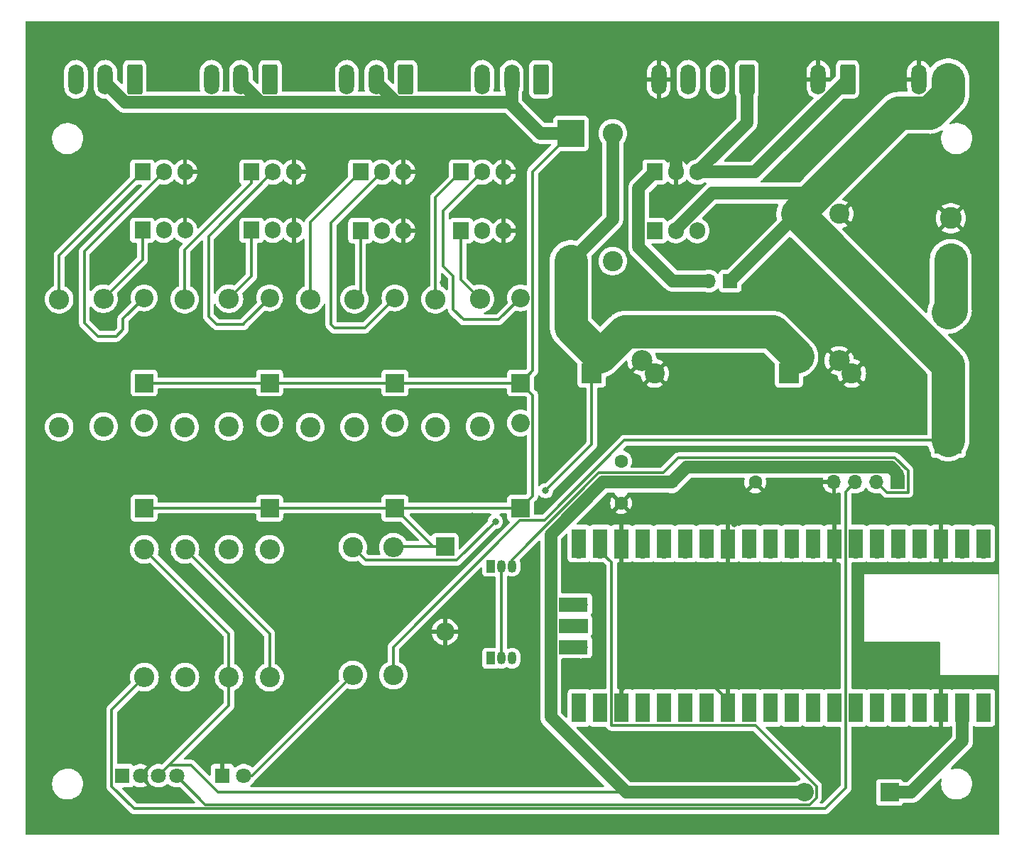
<source format=gbr>
%TF.GenerationSoftware,KiCad,Pcbnew,7.0.7+dfsg-1*%
%TF.CreationDate,2024-04-04T17:52:09+01:00*%
%TF.ProjectId,point-controller,706f696e-742d-4636-9f6e-74726f6c6c65,rev?*%
%TF.SameCoordinates,Original*%
%TF.FileFunction,Copper,L1,Top*%
%TF.FilePolarity,Positive*%
%FSLAX46Y46*%
G04 Gerber Fmt 4.6, Leading zero omitted, Abs format (unit mm)*
G04 Created by KiCad (PCBNEW 7.0.7+dfsg-1) date 2024-04-04 17:52:09*
%MOMM*%
%LPD*%
G01*
G04 APERTURE LIST*
G04 Aperture macros list*
%AMRoundRect*
0 Rectangle with rounded corners*
0 $1 Rounding radius*
0 $2 $3 $4 $5 $6 $7 $8 $9 X,Y pos of 4 corners*
0 Add a 4 corners polygon primitive as box body*
4,1,4,$2,$3,$4,$5,$6,$7,$8,$9,$2,$3,0*
0 Add four circle primitives for the rounded corners*
1,1,$1+$1,$2,$3*
1,1,$1+$1,$4,$5*
1,1,$1+$1,$6,$7*
1,1,$1+$1,$8,$9*
0 Add four rect primitives between the rounded corners*
20,1,$1+$1,$2,$3,$4,$5,0*
20,1,$1+$1,$4,$5,$6,$7,0*
20,1,$1+$1,$6,$7,$8,$9,0*
20,1,$1+$1,$8,$9,$2,$3,0*%
G04 Aperture macros list end*
%TA.AperFunction,ComponentPad*%
%ADD10R,1.905000X2.000000*%
%TD*%
%TA.AperFunction,ComponentPad*%
%ADD11O,1.905000X2.000000*%
%TD*%
%TA.AperFunction,ComponentPad*%
%ADD12C,2.400000*%
%TD*%
%TA.AperFunction,ComponentPad*%
%ADD13O,2.400000X2.400000*%
%TD*%
%TA.AperFunction,ComponentPad*%
%ADD14R,1.800000X1.800000*%
%TD*%
%TA.AperFunction,ComponentPad*%
%ADD15C,1.800000*%
%TD*%
%TA.AperFunction,ComponentPad*%
%ADD16R,2.200000X2.200000*%
%TD*%
%TA.AperFunction,ComponentPad*%
%ADD17O,2.200000X2.200000*%
%TD*%
%TA.AperFunction,ComponentPad*%
%ADD18R,1.050000X1.500000*%
%TD*%
%TA.AperFunction,ComponentPad*%
%ADD19O,1.050000X1.500000*%
%TD*%
%TA.AperFunction,ComponentPad*%
%ADD20RoundRect,0.250000X0.650000X1.550000X-0.650000X1.550000X-0.650000X-1.550000X0.650000X-1.550000X0*%
%TD*%
%TA.AperFunction,ComponentPad*%
%ADD21O,1.800000X3.600000*%
%TD*%
%TA.AperFunction,ComponentPad*%
%ADD22R,3.200000X3.200000*%
%TD*%
%TA.AperFunction,ComponentPad*%
%ADD23O,3.200000X3.200000*%
%TD*%
%TA.AperFunction,ComponentPad*%
%ADD24C,1.600000*%
%TD*%
%TA.AperFunction,ComponentPad*%
%ADD25R,2.400000X2.400000*%
%TD*%
%TA.AperFunction,ComponentPad*%
%ADD26R,2.500000X2.500000*%
%TD*%
%TA.AperFunction,ComponentPad*%
%ADD27C,2.500000*%
%TD*%
%TA.AperFunction,ComponentPad*%
%ADD28R,2.600000X2.600000*%
%TD*%
%TA.AperFunction,ComponentPad*%
%ADD29C,2.600000*%
%TD*%
%TA.AperFunction,ComponentPad*%
%ADD30R,1.700000X1.700000*%
%TD*%
%TA.AperFunction,ComponentPad*%
%ADD31O,1.700000X1.700000*%
%TD*%
%TA.AperFunction,SMDPad,CuDef*%
%ADD32R,1.700000X3.500000*%
%TD*%
%TA.AperFunction,SMDPad,CuDef*%
%ADD33R,3.500000X1.700000*%
%TD*%
%TA.AperFunction,ViaPad*%
%ADD34C,0.800000*%
%TD*%
%TA.AperFunction,Conductor*%
%ADD35C,0.300000*%
%TD*%
%TA.AperFunction,Conductor*%
%ADD36C,4.000000*%
%TD*%
%TA.AperFunction,Conductor*%
%ADD37C,1.500000*%
%TD*%
%TA.AperFunction,Profile*%
%ADD38C,0.100000*%
%TD*%
G04 APERTURE END LIST*
D10*
%TO.P,Q7,1,G*%
%TO.N,Net-(Q7-G)*%
X57920000Y-40945000D03*
D11*
%TO.P,Q7,2,D*%
%TO.N,Net-(D10-A)*%
X60460000Y-40945000D03*
%TO.P,Q7,3,S*%
%TO.N,GND*%
X63000000Y-40945000D03*
%TD*%
D10*
%TO.P,Q1,1,G*%
%TO.N,CDU*%
X119000000Y-41000000D03*
D11*
%TO.P,Q1,2,D*%
%TO.N,+12V*%
X121540000Y-41000000D03*
%TO.P,Q1,3,S*%
%TO.N,Net-(Q1-S)*%
X124080000Y-41000000D03*
%TD*%
D12*
%TO.P,R10,1*%
%TO.N,Point 2A*%
X62959089Y-64419999D03*
D13*
%TO.P,R10,2*%
%TO.N,Net-(Q4-G)*%
X62959089Y-49179999D03*
%TD*%
D14*
%TO.P,D4,1,K*%
%TO.N,GND*%
X67460000Y-106000000D03*
D15*
%TO.P,D4,2,A*%
%TO.N,Net-(D4-A)*%
X70000000Y-106000000D03*
%TD*%
D10*
%TO.P,Q9,1,G*%
%TO.N,Net-(Q9-G)*%
X83920000Y-41000000D03*
D11*
%TO.P,Q9,2,D*%
%TO.N,Net-(D12-A)*%
X86460000Y-41000000D03*
%TO.P,Q9,3,S*%
%TO.N,GND*%
X89000000Y-41000000D03*
%TD*%
D16*
%TO.P,D3,1,K*%
%TO.N,CDU*%
X94000000Y-78660000D03*
D17*
%TO.P,D3,2,A*%
%TO.N,GND*%
X94000000Y-88820000D03*
%TD*%
D18*
%TO.P,Q2,1,S*%
%TO.N,I2C SDA*%
X99460000Y-81000000D03*
D19*
%TO.P,Q2,2,G*%
%TO.N,+3.3V*%
X100730000Y-81000000D03*
%TO.P,Q2,3,D*%
%TO.N,I2C 5V SDA*%
X102000000Y-81000000D03*
%TD*%
D16*
%TO.P,D14,1,K*%
%TO.N,CDU*%
X88040904Y-59160000D03*
D17*
%TO.P,D14,2,A*%
%TO.N,Net-(D14-A)*%
X88040904Y-49000000D03*
%TD*%
D20*
%TO.P,J9,1,Pin_1*%
%TO.N,Net-(D14-A)*%
X89296666Y-22932500D03*
D21*
%TO.P,J9,2,Pin_2*%
%TO.N,CDU*%
X85796666Y-22932500D03*
%TO.P,J9,3,Pin_3*%
%TO.N,Net-(D12-A)*%
X82296666Y-22932500D03*
%TD*%
D22*
%TO.P,D1,1,K*%
%TO.N,+12V*%
X154000000Y-66000000D03*
D23*
%TO.P,D1,2,A*%
%TO.N,Net-(D1-A)*%
X154000000Y-50760000D03*
%TD*%
D10*
%TO.P,Q5,1,G*%
%TO.N,Net-(Q5-G)*%
X70920000Y-40945000D03*
D11*
%TO.P,Q5,2,D*%
%TO.N,Net-(D8-A)*%
X73460000Y-40945000D03*
%TO.P,Q5,3,S*%
%TO.N,GND*%
X76000000Y-40945000D03*
%TD*%
D12*
%TO.P,R9,1*%
%TO.N,Point 1B*%
X53286363Y-64340000D03*
D13*
%TO.P,R9,2*%
%TO.N,Net-(Q7-G)*%
X53286363Y-49100000D03*
%TD*%
D18*
%TO.P,Q3,1,S*%
%TO.N,I2C SCL*%
X99460000Y-92000000D03*
D19*
%TO.P,Q3,2,G*%
%TO.N,+3.3V*%
X100730000Y-92000000D03*
%TO.P,Q3,3,D*%
%TO.N,I2C 5V SCL*%
X102000000Y-92000000D03*
%TD*%
D10*
%TO.P,Q6,1,G*%
%TO.N,Net-(Q6-G)*%
X57920000Y-34000000D03*
D11*
%TO.P,Q6,2,D*%
%TO.N,Net-(D9-A)*%
X60460000Y-34000000D03*
%TO.P,Q6,3,S*%
%TO.N,GND*%
X63000000Y-34000000D03*
%TD*%
D16*
%TO.P,D7,1,K*%
%TO.N,CDU*%
X73081815Y-59160000D03*
D17*
%TO.P,D7,2,A*%
%TO.N,Net-(D7-A)*%
X73081815Y-49000000D03*
%TD*%
D24*
%TO.P,C4,1*%
%TO.N,Net-(JP1-B)*%
X115000000Y-68500000D03*
%TO.P,C4,2*%
%TO.N,GND*%
X115000000Y-73500000D03*
%TD*%
D12*
%TO.P,R3,1*%
%TO.N,+12V*%
X87836370Y-94000000D03*
D13*
%TO.P,R3,2*%
%TO.N,CDU*%
X87836370Y-78760000D03*
%TD*%
D20*
%TO.P,J3,1,Pin_1*%
%TO.N,+5V*%
X130000000Y-22932500D03*
D21*
%TO.P,J3,2,Pin_2*%
%TO.N,I2C 5V SDA*%
X126500000Y-22932500D03*
%TO.P,J3,3,Pin_3*%
%TO.N,I2C 5V SCL*%
X123000000Y-22932500D03*
%TO.P,J3,4,Pin_4*%
%TO.N,GND*%
X119500000Y-22932500D03*
%TD*%
D12*
%TO.P,R6,1*%
%TO.N,+3.3V*%
X63000000Y-79000000D03*
D13*
%TO.P,R6,2*%
%TO.N,I2C SCL*%
X63000000Y-94240000D03*
%TD*%
D20*
%TO.P,J5,1,Pin_1*%
%TO.N,+5V*%
X142000000Y-22932500D03*
D21*
%TO.P,J5,2,Pin_2*%
%TO.N,GND*%
X138500000Y-22932500D03*
%TD*%
D16*
%TO.P,D12,1,K*%
%TO.N,CDU*%
X88040904Y-74080000D03*
D17*
%TO.P,D12,2,A*%
%TO.N,Net-(D12-A)*%
X88040904Y-63920000D03*
%TD*%
D12*
%TO.P,R11,1*%
%TO.N,Point 2B*%
X68245452Y-64340000D03*
D13*
%TO.P,R11,2*%
%TO.N,Net-(Q5-G)*%
X68245452Y-49100000D03*
%TD*%
D25*
%TO.P,C3,1*%
%TO.N,Net-(D2-A)*%
X135000000Y-58000000D03*
D26*
X136000000Y-56000000D03*
D27*
%TO.P,C3,2*%
%TO.N,GND*%
X141000000Y-56500000D03*
D12*
X142500000Y-58000000D03*
%TD*%
D10*
%TO.P,U1,1,IN*%
%TO.N,Net-(JP1-B)*%
X119000000Y-34000000D03*
D11*
%TO.P,U1,2,GND*%
%TO.N,GND*%
X121540000Y-34000000D03*
%TO.P,U1,3,OUT*%
%TO.N,+5V*%
X124080000Y-34000000D03*
%TD*%
D16*
%TO.P,D8,1,K*%
%TO.N,CDU*%
X73081815Y-74080000D03*
D17*
%TO.P,D8,2,A*%
%TO.N,Net-(D8-A)*%
X73081815Y-63920000D03*
%TD*%
D16*
%TO.P,D13,1,K*%
%TO.N,CDU*%
X103000000Y-59160000D03*
D17*
%TO.P,D13,2,A*%
%TO.N,Net-(D13-A)*%
X103000000Y-49000000D03*
%TD*%
D22*
%TO.P,D2,1,K*%
%TO.N,CDU*%
X109000000Y-29380000D03*
D23*
%TO.P,D2,2,A*%
%TO.N,Net-(D2-A)*%
X109000000Y-44620000D03*
%TD*%
D12*
%TO.P,R14,1*%
%TO.N,Point 4A*%
X92877267Y-64419999D03*
D13*
%TO.P,R14,2*%
%TO.N,Net-(Q10-G)*%
X92877267Y-49179999D03*
%TD*%
D20*
%TO.P,J8,1,Pin_1*%
%TO.N,Net-(D13-A)*%
X105445000Y-22932500D03*
D21*
%TO.P,J8,2,Pin_2*%
%TO.N,CDU*%
X101945000Y-22932500D03*
%TO.P,J8,3,Pin_3*%
%TO.N,Net-(D11-A)*%
X98445000Y-22932500D03*
%TD*%
D28*
%TO.P,J1,1,Pin_1*%
%TO.N,Net-(D1-A)*%
X154305000Y-44500000D03*
D29*
%TO.P,J1,2,Pin_2*%
%TO.N,GND*%
X154305000Y-39500000D03*
%TD*%
D30*
%TO.P,JP1,1,A*%
%TO.N,+12V*%
X128000000Y-47000000D03*
D31*
%TO.P,JP1,2,B*%
%TO.N,Net-(JP1-B)*%
X125460000Y-47000000D03*
%TD*%
D16*
%TO.P,D11,1,K*%
%TO.N,CDU*%
X103000000Y-74080000D03*
D17*
%TO.P,D11,2,A*%
%TO.N,Net-(D11-A)*%
X103000000Y-63920000D03*
%TD*%
D25*
%TO.P,C1,1*%
%TO.N,+12V*%
X136000000Y-39000000D03*
D12*
%TO.P,C1,2*%
%TO.N,GND*%
X141000000Y-39000000D03*
%TD*%
D10*
%TO.P,Q8,1,G*%
%TO.N,Net-(Q8-G)*%
X95920000Y-41000000D03*
D11*
%TO.P,Q8,2,D*%
%TO.N,Net-(D11-A)*%
X98460000Y-41000000D03*
%TO.P,Q8,3,S*%
%TO.N,GND*%
X101000000Y-41000000D03*
%TD*%
D16*
%TO.P,D9,1,K*%
%TO.N,CDU*%
X58122726Y-59160000D03*
D17*
%TO.P,D9,2,A*%
%TO.N,Net-(D9-A)*%
X58122726Y-49000000D03*
%TD*%
D12*
%TO.P,R1,1*%
%TO.N,Net-(Q1-S)*%
X114000000Y-44620000D03*
D13*
%TO.P,R1,2*%
%TO.N,Net-(D2-A)*%
X114000000Y-29380000D03*
%TD*%
D12*
%TO.P,R8,1*%
%TO.N,Point 1A*%
X48000000Y-64419999D03*
D13*
%TO.P,R8,2*%
%TO.N,Net-(Q6-G)*%
X48000000Y-49179999D03*
%TD*%
D20*
%TO.P,J6,1,Pin_1*%
%TO.N,Net-(D7-A)*%
X73148333Y-22932500D03*
D21*
%TO.P,J6,2,Pin_2*%
%TO.N,CDU*%
X69648333Y-22932500D03*
%TO.P,J6,3,Pin_3*%
%TO.N,Net-(D8-A)*%
X66148333Y-22932500D03*
%TD*%
D12*
%TO.P,R12,1*%
%TO.N,Point 3A*%
X77918178Y-64419999D03*
D13*
%TO.P,R12,2*%
%TO.N,Net-(Q11-G)*%
X77918178Y-49179999D03*
%TD*%
D12*
%TO.P,R2,1*%
%TO.N,Net-(D2-A)*%
X83000000Y-78760000D03*
D13*
%TO.P,R2,2*%
%TO.N,Net-(D4-A)*%
X83000000Y-94000000D03*
%TD*%
D24*
%TO.P,C5,1*%
%TO.N,+5V*%
X121000000Y-71000000D03*
%TO.P,C5,2*%
%TO.N,GND*%
X131000000Y-71000000D03*
%TD*%
D10*
%TO.P,Q11,1,G*%
%TO.N,Net-(Q11-G)*%
X83920000Y-34000000D03*
D11*
%TO.P,Q11,2,D*%
%TO.N,Net-(D14-A)*%
X86460000Y-34000000D03*
%TO.P,Q11,3,S*%
%TO.N,GND*%
X89000000Y-34000000D03*
%TD*%
D20*
%TO.P,J7,1,Pin_1*%
%TO.N,Net-(D9-A)*%
X57000000Y-22932500D03*
D21*
%TO.P,J7,2,Pin_2*%
%TO.N,CDU*%
X53500000Y-22932500D03*
%TO.P,J7,3,Pin_3*%
%TO.N,Net-(D10-A)*%
X50000000Y-22932500D03*
%TD*%
D12*
%TO.P,R5,1*%
%TO.N,+5V*%
X68245452Y-94240000D03*
D13*
%TO.P,R5,2*%
%TO.N,I2C 5V SDA*%
X68245452Y-79000000D03*
%TD*%
D20*
%TO.P,J2,1,Pin_1*%
%TO.N,+12V*%
X154000000Y-22932500D03*
D21*
%TO.P,J2,2,Pin_2*%
%TO.N,GND*%
X150500000Y-22932500D03*
%TD*%
D14*
%TO.P,D6,1,DOUT*%
%TO.N,unconnected-(D6-DOUT-Pad1)*%
X55523000Y-106000000D03*
D15*
%TO.P,D6,2,GND*%
%TO.N,GND*%
X57682000Y-106000000D03*
%TO.P,D6,3,VDD*%
%TO.N,+5V*%
X59841000Y-106000000D03*
%TO.P,D6,4,DIN*%
%TO.N,Status*%
X62000000Y-106000000D03*
%TD*%
D31*
%TO.P,U2,1,GPIO0*%
%TO.N,unconnected-(U2-GPIO0-Pad1)*%
X158240000Y-79220000D03*
D32*
X158240000Y-78320000D03*
D31*
%TO.P,U2,2,GPIO1*%
%TO.N,unconnected-(U2-GPIO1-Pad2)*%
X155700000Y-79220000D03*
D32*
X155700000Y-78320000D03*
D30*
%TO.P,U2,3,GND*%
%TO.N,GND*%
X153160000Y-79220000D03*
D32*
X153160000Y-78320000D03*
D31*
%TO.P,U2,4,GPIO2*%
%TO.N,unconnected-(U2-GPIO2-Pad4)*%
X150620000Y-79220000D03*
D32*
X150620000Y-78320000D03*
D31*
%TO.P,U2,5,GPIO3*%
%TO.N,unconnected-(U2-GPIO3-Pad5)*%
X148080000Y-79220000D03*
D32*
X148080000Y-78320000D03*
D31*
%TO.P,U2,6,GPIO4*%
%TO.N,I2C SDA*%
X145540000Y-79220000D03*
D32*
X145540000Y-78320000D03*
D31*
%TO.P,U2,7,GPIO5*%
%TO.N,I2C SCL*%
X143000000Y-79220000D03*
D32*
X143000000Y-78320000D03*
D30*
%TO.P,U2,8,GND*%
%TO.N,GND*%
X140460000Y-79220000D03*
D32*
X140460000Y-78320000D03*
D31*
%TO.P,U2,9,GPIO6*%
%TO.N,Point 1A*%
X137920000Y-79220000D03*
D32*
X137920000Y-78320000D03*
D31*
%TO.P,U2,10,GPIO7*%
%TO.N,Point 1B*%
X135380000Y-79220000D03*
D32*
X135380000Y-78320000D03*
D31*
%TO.P,U2,11,GPIO8*%
%TO.N,Point 2A*%
X132840000Y-79220000D03*
D32*
X132840000Y-78320000D03*
D31*
%TO.P,U2,12,GPIO9*%
%TO.N,Point 2B*%
X130300000Y-79220000D03*
D32*
X130300000Y-78320000D03*
D30*
%TO.P,U2,13,GND*%
%TO.N,GND*%
X127760000Y-79220000D03*
D32*
X127760000Y-78320000D03*
D31*
%TO.P,U2,14,GPIO10*%
%TO.N,Point 3A*%
X125220000Y-79220000D03*
D32*
X125220000Y-78320000D03*
D31*
%TO.P,U2,15,GPIO11*%
%TO.N,Point 3B*%
X122680000Y-79220000D03*
D32*
X122680000Y-78320000D03*
D31*
%TO.P,U2,16,GPIO12*%
%TO.N,Point 4A*%
X120140000Y-79220000D03*
D32*
X120140000Y-78320000D03*
D31*
%TO.P,U2,17,GPIO13*%
%TO.N,Point 4B*%
X117600000Y-79220000D03*
D32*
X117600000Y-78320000D03*
D30*
%TO.P,U2,18,GND*%
%TO.N,GND*%
X115060000Y-79220000D03*
D32*
X115060000Y-78320000D03*
D31*
%TO.P,U2,19,GPIO14*%
%TO.N,Status*%
X112520000Y-79220000D03*
D32*
X112520000Y-78320000D03*
D31*
%TO.P,U2,20,GPIO15*%
%TO.N,unconnected-(U2-GPIO15-Pad20)*%
X109980000Y-79220000D03*
D32*
X109980000Y-78320000D03*
D31*
%TO.P,U2,21,GPIO16*%
%TO.N,unconnected-(U2-GPIO16-Pad21)*%
X109980000Y-97000000D03*
D32*
X109980000Y-97900000D03*
D31*
%TO.P,U2,22,GPIO17*%
%TO.N,unconnected-(U2-GPIO17-Pad22)*%
X112520000Y-97000000D03*
D32*
X112520000Y-97900000D03*
D30*
%TO.P,U2,23,GND*%
%TO.N,GND*%
X115060000Y-97000000D03*
D32*
X115060000Y-97900000D03*
D31*
%TO.P,U2,24,GPIO18*%
%TO.N,unconnected-(U2-GPIO18-Pad24)*%
X117600000Y-97000000D03*
D32*
X117600000Y-97900000D03*
D31*
%TO.P,U2,25,GPIO19*%
%TO.N,unconnected-(U2-GPIO19-Pad25)*%
X120140000Y-97000000D03*
D32*
X120140000Y-97900000D03*
D31*
%TO.P,U2,26,GPIO20*%
%TO.N,unconnected-(U2-GPIO20-Pad26)*%
X122680000Y-97000000D03*
D32*
X122680000Y-97900000D03*
D31*
%TO.P,U2,27,GPIO21*%
%TO.N,unconnected-(U2-GPIO21-Pad27)*%
X125220000Y-97000000D03*
D32*
X125220000Y-97900000D03*
D30*
%TO.P,U2,28,GND*%
%TO.N,GND*%
X127760000Y-97000000D03*
D32*
X127760000Y-97900000D03*
D31*
%TO.P,U2,29,GPIO22*%
%TO.N,unconnected-(U2-GPIO22-Pad29)*%
X130300000Y-97000000D03*
D32*
X130300000Y-97900000D03*
D31*
%TO.P,U2,30,RUN*%
%TO.N,unconnected-(U2-RUN-Pad30)*%
X132840000Y-97000000D03*
D32*
X132840000Y-97900000D03*
D31*
%TO.P,U2,31,GPIO26_ADC0*%
%TO.N,unconnected-(U2-GPIO26_ADC0-Pad31)*%
X135380000Y-97000000D03*
D32*
X135380000Y-97900000D03*
D31*
%TO.P,U2,32,GPIO27_ADC1*%
%TO.N,unconnected-(U2-GPIO27_ADC1-Pad32)*%
X137920000Y-97000000D03*
D32*
X137920000Y-97900000D03*
D30*
%TO.P,U2,33,AGND*%
%TO.N,unconnected-(U2-AGND-Pad33)*%
X140460000Y-97000000D03*
D32*
X140460000Y-97900000D03*
D31*
%TO.P,U2,34,GPIO28_ADC2*%
%TO.N,unconnected-(U2-GPIO28_ADC2-Pad34)*%
X143000000Y-97000000D03*
D32*
X143000000Y-97900000D03*
D31*
%TO.P,U2,35,ADC_VREF*%
%TO.N,unconnected-(U2-ADC_VREF-Pad35)*%
X145540000Y-97000000D03*
D32*
X145540000Y-97900000D03*
D31*
%TO.P,U2,36,3V3*%
%TO.N,+3.3V*%
X148080000Y-97000000D03*
D32*
X148080000Y-97900000D03*
D31*
%TO.P,U2,37,3V3_EN*%
%TO.N,unconnected-(U2-3V3_EN-Pad37)*%
X150620000Y-97000000D03*
D32*
X150620000Y-97900000D03*
D30*
%TO.P,U2,38,GND*%
%TO.N,GND*%
X153160000Y-97000000D03*
D32*
X153160000Y-97900000D03*
D31*
%TO.P,U2,39,VSYS*%
%TO.N,Net-(D5-K)*%
X155700000Y-97000000D03*
D32*
X155700000Y-97900000D03*
D31*
%TO.P,U2,40,VBUS*%
%TO.N,unconnected-(U2-VBUS-Pad40)*%
X158240000Y-97000000D03*
D32*
X158240000Y-97900000D03*
D31*
%TO.P,U2,41,SWCLK*%
%TO.N,unconnected-(U2-SWCLK-Pad41)*%
X110210000Y-85570000D03*
D33*
X109310000Y-85570000D03*
D30*
%TO.P,U2,42,GND*%
%TO.N,unconnected-(U2-GND-Pad42)*%
X110210000Y-88110000D03*
D33*
X109310000Y-88110000D03*
D31*
%TO.P,U2,43,SWDIO*%
%TO.N,unconnected-(U2-SWDIO-Pad43)*%
X110210000Y-90650000D03*
D33*
X109310000Y-90650000D03*
%TD*%
D12*
%TO.P,R15,1*%
%TO.N,Point 4B*%
X98163630Y-64340000D03*
D13*
%TO.P,R15,2*%
%TO.N,Net-(Q8-G)*%
X98163630Y-49100000D03*
%TD*%
D16*
%TO.P,D5,1,K*%
%TO.N,Net-(D5-K)*%
X147000000Y-108000000D03*
D17*
%TO.P,D5,2,A*%
%TO.N,+5V*%
X136840000Y-108000000D03*
%TD*%
D30*
%TO.P,J4,1,Pin_1*%
%TO.N,+5V*%
X148000000Y-71000000D03*
D31*
%TO.P,J4,2,Pin_2*%
%TO.N,I2C 5V SDA*%
X145460000Y-71000000D03*
%TO.P,J4,3,Pin_3*%
%TO.N,I2C 5V SCL*%
X142920000Y-71000000D03*
%TO.P,J4,4,Pin_4*%
%TO.N,GND*%
X140380000Y-71000000D03*
%TD*%
D12*
%TO.P,R7,1*%
%TO.N,+5V*%
X58163637Y-79000000D03*
D13*
%TO.P,R7,2*%
%TO.N,I2C 5V SCL*%
X58163637Y-94240000D03*
%TD*%
D12*
%TO.P,R4,1*%
%TO.N,+3.3V*%
X73081815Y-94240000D03*
D13*
%TO.P,R4,2*%
%TO.N,I2C SDA*%
X73081815Y-79000000D03*
%TD*%
D12*
%TO.P,R13,1*%
%TO.N,Point 3B*%
X83204541Y-64419999D03*
D13*
%TO.P,R13,2*%
%TO.N,Net-(Q9-G)*%
X83204541Y-49179999D03*
%TD*%
D16*
%TO.P,D10,1,K*%
%TO.N,CDU*%
X58122726Y-74080000D03*
D17*
%TO.P,D10,2,A*%
%TO.N,Net-(D10-A)*%
X58122726Y-63920000D03*
%TD*%
D10*
%TO.P,Q4,1,G*%
%TO.N,Net-(Q4-G)*%
X70920000Y-34000000D03*
D11*
%TO.P,Q4,2,D*%
%TO.N,Net-(D7-A)*%
X73460000Y-34000000D03*
%TO.P,Q4,3,S*%
%TO.N,GND*%
X76000000Y-34000000D03*
%TD*%
D10*
%TO.P,Q10,1,G*%
%TO.N,Net-(Q10-G)*%
X95920000Y-34000000D03*
D11*
%TO.P,Q10,2,D*%
%TO.N,Net-(D13-A)*%
X98460000Y-34000000D03*
%TO.P,Q10,3,S*%
%TO.N,GND*%
X101000000Y-34000000D03*
%TD*%
D25*
%TO.P,C2,1*%
%TO.N,Net-(D2-A)*%
X111487246Y-58000000D03*
D26*
X112487246Y-56000000D03*
D27*
%TO.P,C2,2*%
%TO.N,GND*%
X117487246Y-56500000D03*
D12*
X118987246Y-58000000D03*
%TD*%
D34*
%TO.N,GND*%
X64500000Y-37000000D03*
X78000000Y-85000000D03*
X123250000Y-28750000D03*
X104750000Y-80000000D03*
X128500000Y-76000000D03*
X139000000Y-104000000D03*
X121000000Y-85000000D03*
X78000000Y-94000000D03*
X134000000Y-48000000D03*
X88000000Y-85000000D03*
X126000000Y-104000000D03*
X93750000Y-47177380D03*
X93000000Y-94000000D03*
X132000000Y-39000000D03*
X121000000Y-88000000D03*
X59250000Y-101500000D03*
X104000000Y-83000000D03*
X70000000Y-100750000D03*
X111000000Y-95000000D03*
X116500000Y-94500000D03*
X97250000Y-75000000D03*
%TO.N,Net-(D2-A)*%
X106000000Y-72000000D03*
X100000000Y-75684053D03*
%TD*%
D35*
%TO.N,+12V*%
X87836370Y-90648630D02*
X102955000Y-75530000D01*
D36*
X136000000Y-39000000D02*
X138500000Y-36500000D01*
D35*
X115400000Y-66000000D02*
X154000000Y-66000000D01*
D37*
X125841959Y-36500000D02*
X138500000Y-36500000D01*
D36*
X138500000Y-36500000D02*
X148067500Y-26932500D01*
D37*
X121540000Y-40801959D02*
X125841959Y-36500000D01*
X128000000Y-47000000D02*
X136000000Y-39000000D01*
X154000000Y-22932500D02*
X154000000Y-22948795D01*
D36*
X151784062Y-26932500D02*
X154000000Y-24716562D01*
X154000000Y-66000000D02*
X154000000Y-57000000D01*
D35*
X105870000Y-75530000D02*
X115400000Y-66000000D01*
D37*
X121540000Y-41000000D02*
X121540000Y-40801959D01*
D36*
X154000000Y-24716562D02*
X154000000Y-22932500D01*
X148067500Y-26932500D02*
X151784062Y-26932500D01*
D35*
X102955000Y-75530000D02*
X105870000Y-75530000D01*
X87836370Y-94000000D02*
X87836370Y-90648630D01*
D36*
X154000000Y-57000000D02*
X136000000Y-39000000D01*
D37*
%TO.N,GND*%
X121540000Y-30460000D02*
X123250000Y-28750000D01*
D35*
X127760000Y-97000000D02*
X125260000Y-94500000D01*
X125260000Y-94500000D02*
X116500000Y-94500000D01*
X115060000Y-97000000D02*
X115060000Y-95940000D01*
X115060000Y-95940000D02*
X116500000Y-94500000D01*
D37*
X121540000Y-34000000D02*
X121540000Y-30460000D01*
%TO.N,Net-(D2-A)*%
X114000000Y-29380000D02*
X114000000Y-39620000D01*
D36*
X109000000Y-44620000D02*
X109000000Y-52512754D01*
D35*
X111487246Y-66512754D02*
X111487246Y-58000000D01*
X83000000Y-78760000D02*
X84550000Y-80310000D01*
X84550000Y-80310000D02*
X95374053Y-80310000D01*
X95374053Y-80310000D02*
X100000000Y-75684053D01*
D36*
X133050000Y-53050000D02*
X136000000Y-56000000D01*
D35*
X106000000Y-72000000D02*
X111487246Y-66512754D01*
D37*
X114000000Y-39620000D02*
X109000000Y-44620000D01*
D36*
X109000000Y-52512754D02*
X112487246Y-56000000D01*
X115437246Y-53050000D02*
X133050000Y-53050000D01*
X112487246Y-56000000D02*
X115437246Y-53050000D01*
D37*
%TO.N,Net-(JP1-B)*%
X121147500Y-47000000D02*
X117097500Y-42950000D01*
X117097500Y-42950000D02*
X117097500Y-35902500D01*
X125460000Y-47000000D02*
X121147500Y-47000000D01*
X117097500Y-35902500D02*
X119000000Y-34000000D01*
D35*
%TO.N,+5V*%
X68245452Y-89081815D02*
X58163637Y-79000000D01*
X59841000Y-106000000D02*
X61091000Y-104750000D01*
D37*
X122800000Y-69200000D02*
X147200000Y-69200000D01*
D35*
X68245452Y-94240000D02*
X68245452Y-97595548D01*
X68245452Y-94240000D02*
X68245452Y-89081815D01*
D37*
X106610000Y-77190000D02*
X112800000Y-71000000D01*
X148000000Y-70000000D02*
X148000000Y-71000000D01*
X112800000Y-71000000D02*
X121000000Y-71000000D01*
X121000000Y-71000000D02*
X122800000Y-69200000D01*
X124080000Y-34000000D02*
X130948795Y-34000000D01*
X130000000Y-28080000D02*
X124080000Y-34000000D01*
X130948795Y-34000000D02*
X142000000Y-22948795D01*
X136840000Y-108000000D02*
X117000000Y-108000000D01*
D35*
X63710000Y-104750000D02*
X66960000Y-108000000D01*
X68245452Y-97595548D02*
X59841000Y-106000000D01*
D37*
X130000000Y-22932500D02*
X130000000Y-28080000D01*
X117000000Y-108000000D02*
X115580000Y-108000000D01*
X147200000Y-69200000D02*
X148000000Y-70000000D01*
X142000000Y-22948795D02*
X142000000Y-22932500D01*
X115580000Y-108000000D02*
X106610000Y-99030000D01*
D35*
X61091000Y-104750000D02*
X63710000Y-104750000D01*
D37*
X106610000Y-99030000D02*
X106610000Y-77190000D01*
D35*
X66960000Y-108000000D02*
X117000000Y-108000000D01*
D36*
%TO.N,Net-(D1-A)*%
X154305000Y-44500000D02*
X154305000Y-50455000D01*
X154305000Y-50455000D02*
X154000000Y-50760000D01*
D37*
%TO.N,CDU*%
X53500000Y-23329556D02*
X53500000Y-22932500D01*
X101945000Y-25945000D02*
X101945000Y-22932500D01*
D35*
X94000000Y-78660000D02*
X92620904Y-78660000D01*
X103000000Y-59160000D02*
X104450000Y-57710000D01*
D37*
X55852944Y-25682500D02*
X53500000Y-23329556D01*
X101682500Y-25682500D02*
X89000000Y-25682500D01*
X105380000Y-29380000D02*
X103000000Y-27000000D01*
D35*
X103000000Y-59160000D02*
X88040904Y-59160000D01*
D37*
X109000000Y-29380000D02*
X105380000Y-29380000D01*
D35*
X104450000Y-72630000D02*
X103000000Y-74080000D01*
X88040904Y-59160000D02*
X58122726Y-59160000D01*
D37*
X73000000Y-25682500D02*
X55852944Y-25682500D01*
X72001277Y-25682500D02*
X69648333Y-23329556D01*
X58202726Y-74000000D02*
X58122726Y-74080000D01*
X85796666Y-23329556D02*
X85796666Y-22932500D01*
D35*
X92620904Y-78660000D02*
X88040904Y-74080000D01*
D37*
X73000000Y-25682500D02*
X72001277Y-25682500D01*
X88149610Y-25682500D02*
X85796666Y-23329556D01*
D35*
X87936370Y-78660000D02*
X87836370Y-78760000D01*
D37*
X103000000Y-27000000D02*
X101945000Y-25945000D01*
D35*
X103000000Y-59160000D02*
X104450000Y-60610000D01*
D37*
X103000000Y-27000000D02*
X101682500Y-25682500D01*
D35*
X104450000Y-57710000D02*
X104450000Y-33930000D01*
X94000000Y-78660000D02*
X87936370Y-78660000D01*
D37*
X89000000Y-25682500D02*
X88149610Y-25682500D01*
X69648333Y-23329556D02*
X69648333Y-22932500D01*
D35*
X103000000Y-74080000D02*
X58122726Y-74080000D01*
X104450000Y-33930000D02*
X109000000Y-29380000D01*
D37*
X89000000Y-25682500D02*
X73000000Y-25682500D01*
D35*
X104450000Y-60610000D02*
X104450000Y-72630000D01*
%TO.N,Net-(D4-A)*%
X83000000Y-94000000D02*
X71000000Y-106000000D01*
X71000000Y-106000000D02*
X70000000Y-106000000D01*
D37*
%TO.N,Net-(D5-K)*%
X149600000Y-108000000D02*
X155700000Y-101900000D01*
X147000000Y-108000000D02*
X149600000Y-108000000D01*
X155700000Y-101900000D02*
X155700000Y-97000000D01*
D35*
%TO.N,Status*%
X137440610Y-109450000D02*
X138290000Y-108600610D01*
X62000000Y-106000000D02*
X65450000Y-109450000D01*
X113860000Y-80560000D02*
X112520000Y-79220000D01*
X65450000Y-109450000D02*
X137440610Y-109450000D01*
X138290000Y-108600610D02*
X138290000Y-107290000D01*
X131000000Y-100000000D02*
X113860000Y-100000000D01*
X138290000Y-107290000D02*
X131000000Y-100000000D01*
X113860000Y-100000000D02*
X113860000Y-80560000D01*
%TO.N,Net-(D7-A)*%
X65800000Y-51200000D02*
X66800000Y-52200000D01*
X70000000Y-52081815D02*
X73081815Y-49000000D01*
X70000000Y-52200000D02*
X70000000Y-52081815D01*
X65800000Y-41660000D02*
X65800000Y-51200000D01*
X73460000Y-34000000D02*
X65800000Y-41660000D01*
X66800000Y-52200000D02*
X70000000Y-52200000D01*
%TO.N,Net-(D9-A)*%
X55600000Y-52800000D02*
X55600000Y-51522726D01*
X60460000Y-34000000D02*
X51000000Y-43460000D01*
X55600000Y-51522726D02*
X58122726Y-49000000D01*
X51000000Y-43460000D02*
X51000000Y-52000000D01*
X51000000Y-52000000D02*
X52600000Y-53600000D01*
X52600000Y-53600000D02*
X54800000Y-53600000D01*
X54800000Y-53600000D02*
X55600000Y-52800000D01*
%TO.N,Net-(D13-A)*%
X100400000Y-51600000D02*
X103000000Y-49000000D01*
X93800000Y-45200000D02*
X95000000Y-46400000D01*
X96200000Y-51600000D02*
X100400000Y-51600000D01*
X93800000Y-38660000D02*
X93800000Y-45200000D01*
X95000000Y-46400000D02*
X95000000Y-50400000D01*
X95000000Y-50400000D02*
X96200000Y-51600000D01*
X98460000Y-34000000D02*
X93800000Y-38660000D01*
%TO.N,Net-(D14-A)*%
X84440904Y-52600000D02*
X88040904Y-49000000D01*
X80400000Y-40060000D02*
X80400000Y-52200000D01*
X80400000Y-52200000D02*
X80800000Y-52600000D01*
X80800000Y-52600000D02*
X84440904Y-52600000D01*
X86460000Y-34000000D02*
X80400000Y-40060000D01*
%TO.N,I2C 5V SDA*%
X121800000Y-68100000D02*
X120000000Y-69900000D01*
X120000000Y-69900000D02*
X112344365Y-69900000D01*
X149200000Y-69644366D02*
X147655634Y-68100000D01*
X145460000Y-71000000D02*
X146660000Y-72200000D01*
X146660000Y-72200000D02*
X149200000Y-72200000D01*
X149200000Y-72200000D02*
X149200000Y-69644366D01*
X112344365Y-69900000D02*
X102000000Y-80244365D01*
X147655634Y-68100000D02*
X121800000Y-68100000D01*
X102000000Y-80244365D02*
X102000000Y-81000000D01*
%TO.N,I2C 5V SCL*%
X139330000Y-109950000D02*
X141800000Y-107480000D01*
X58163637Y-94240000D02*
X54273000Y-98130637D01*
X141800000Y-107480000D02*
X141800000Y-72120000D01*
X54273000Y-98130637D02*
X54273000Y-107250000D01*
X56973000Y-109950000D02*
X139330000Y-109950000D01*
X54273000Y-107250000D02*
X56973000Y-109950000D01*
X141800000Y-72120000D02*
X142920000Y-71000000D01*
%TO.N,+3.3V*%
X73081815Y-89081815D02*
X73081815Y-94240000D01*
X63000000Y-79000000D02*
X73081815Y-89081815D01*
X100730000Y-81000000D02*
X100730000Y-92000000D01*
%TO.N,Net-(Q4-G)*%
X70920000Y-35300000D02*
X62959089Y-43260911D01*
X70920000Y-34000000D02*
X70920000Y-35300000D01*
X62959089Y-43260911D02*
X62959089Y-49100000D01*
%TO.N,Net-(Q5-G)*%
X70920000Y-46425452D02*
X68245452Y-49100000D01*
X70920000Y-40945000D02*
X70920000Y-46425452D01*
%TO.N,Net-(Q6-G)*%
X57920000Y-34000000D02*
X48000000Y-43920000D01*
X48000000Y-43920000D02*
X48000000Y-49100000D01*
%TO.N,Net-(Q7-G)*%
X57920000Y-40945000D02*
X57920000Y-44466363D01*
X57920000Y-44466363D02*
X53286363Y-49100000D01*
%TO.N,Net-(Q8-G)*%
X95920000Y-46856370D02*
X98163630Y-49100000D01*
X95920000Y-41000000D02*
X95920000Y-46856370D01*
%TO.N,Net-(Q9-G)*%
X83920000Y-48384541D02*
X83204541Y-49100000D01*
X83920000Y-41000000D02*
X83920000Y-48384541D01*
%TO.N,Net-(Q10-G)*%
X95920000Y-34000000D02*
X92877267Y-37042733D01*
X92877267Y-37042733D02*
X92877267Y-49100000D01*
%TO.N,Net-(Q11-G)*%
X77918178Y-40001822D02*
X77918178Y-49100000D01*
X83920000Y-34000000D02*
X77918178Y-40001822D01*
%TD*%
%TA.AperFunction,Conductor*%
%TO.N,GND*%
G36*
X58244068Y-106209756D02*
G01*
X58255100Y-106219547D01*
X58510961Y-106475408D01*
X58536836Y-106513279D01*
X58605075Y-106668848D01*
X58732016Y-106863147D01*
X58732019Y-106863151D01*
X58732021Y-106863153D01*
X58889216Y-107033913D01*
X58889219Y-107033915D01*
X58889222Y-107033918D01*
X59072365Y-107176464D01*
X59072371Y-107176468D01*
X59072374Y-107176470D01*
X59193117Y-107241813D01*
X59275652Y-107286479D01*
X59276497Y-107286936D01*
X59326270Y-107304023D01*
X59496015Y-107362297D01*
X59496017Y-107362297D01*
X59496019Y-107362298D01*
X59724951Y-107400500D01*
X59724952Y-107400500D01*
X59957048Y-107400500D01*
X59957049Y-107400500D01*
X60185981Y-107362298D01*
X60186034Y-107362280D01*
X60194452Y-107359390D01*
X60405503Y-107286936D01*
X60609626Y-107176470D01*
X60621723Y-107167055D01*
X60673261Y-107126941D01*
X60792784Y-107033913D01*
X60829269Y-106994278D01*
X60889156Y-106958288D01*
X60958994Y-106960387D01*
X61011731Y-106994279D01*
X61048213Y-107033910D01*
X61048222Y-107033918D01*
X61231365Y-107176464D01*
X61231371Y-107176468D01*
X61231374Y-107176470D01*
X61352117Y-107241813D01*
X61434652Y-107286479D01*
X61435497Y-107286936D01*
X61485270Y-107304023D01*
X61655015Y-107362297D01*
X61655017Y-107362297D01*
X61655019Y-107362298D01*
X61883951Y-107400500D01*
X61883952Y-107400500D01*
X62116048Y-107400500D01*
X62116049Y-107400500D01*
X62344981Y-107362298D01*
X62349944Y-107361041D01*
X62350257Y-107362280D01*
X62414032Y-107359390D01*
X62472200Y-107392146D01*
X63367878Y-108287824D01*
X64167874Y-109087819D01*
X64201359Y-109149142D01*
X64196375Y-109218834D01*
X64154503Y-109274767D01*
X64089039Y-109299184D01*
X64080193Y-109299500D01*
X57293808Y-109299500D01*
X57226769Y-109279815D01*
X57206127Y-109263181D01*
X55555126Y-107612180D01*
X55521641Y-107550857D01*
X55526625Y-107481165D01*
X55568497Y-107425232D01*
X55633961Y-107400815D01*
X55642807Y-107400499D01*
X56470871Y-107400499D01*
X56470872Y-107400499D01*
X56530483Y-107394091D01*
X56665331Y-107343796D01*
X56780546Y-107257546D01*
X56798193Y-107233972D01*
X56854124Y-107192102D01*
X56923816Y-107187117D01*
X56956476Y-107199228D01*
X57117692Y-107286473D01*
X57117706Y-107286479D01*
X57337139Y-107361811D01*
X57565993Y-107400000D01*
X57798007Y-107400000D01*
X58026860Y-107361811D01*
X58246293Y-107286479D01*
X58246302Y-107286476D01*
X58450350Y-107176050D01*
X58480798Y-107152351D01*
X57904057Y-106575610D01*
X57870572Y-106514287D01*
X57875556Y-106444595D01*
X57917428Y-106388662D01*
X57937930Y-106376212D01*
X57938357Y-106376007D01*
X58037798Y-106283740D01*
X58060033Y-106245226D01*
X58110596Y-106197014D01*
X58179203Y-106183789D01*
X58244068Y-106209756D01*
G37*
%TD.AperFunction*%
%TA.AperFunction,Conductor*%
G36*
X139249425Y-100006855D02*
G01*
X139264303Y-100016416D01*
X139363527Y-100090695D01*
X139367668Y-100093795D01*
X139367671Y-100093797D01*
X139502517Y-100144091D01*
X139502516Y-100144091D01*
X139509444Y-100144835D01*
X139562127Y-100150500D01*
X141025500Y-100150499D01*
X141092539Y-100170184D01*
X141138294Y-100222987D01*
X141149500Y-100274499D01*
X141149500Y-107159191D01*
X141129815Y-107226230D01*
X141113181Y-107246872D01*
X139096873Y-109263181D01*
X139035550Y-109296666D01*
X139009192Y-109299500D01*
X138812601Y-109299500D01*
X138745562Y-109279815D01*
X138699807Y-109227011D01*
X138689863Y-109157853D01*
X138718888Y-109094297D01*
X138722189Y-109090637D01*
X138757190Y-109053365D01*
X138778911Y-109031645D01*
X138783401Y-109025855D01*
X138787183Y-109021425D01*
X138820448Y-108986003D01*
X138830674Y-108967399D01*
X138841347Y-108951151D01*
X138854363Y-108934373D01*
X138873651Y-108889797D01*
X138876224Y-108884546D01*
X138881846Y-108874320D01*
X138899627Y-108841978D01*
X138904904Y-108821418D01*
X138911206Y-108803013D01*
X138919636Y-108783536D01*
X138927235Y-108735555D01*
X138928417Y-108729844D01*
X138940500Y-108682787D01*
X138940500Y-108661565D01*
X138942027Y-108642165D01*
X138942736Y-108637690D01*
X138945347Y-108621205D01*
X138940775Y-108572840D01*
X138940500Y-108567002D01*
X138940500Y-107375502D01*
X138942268Y-107359489D01*
X138942026Y-107359467D01*
X138942758Y-107351711D01*
X138942760Y-107351704D01*
X138940500Y-107279796D01*
X138940500Y-107249075D01*
X138939579Y-107241788D01*
X138939122Y-107235979D01*
X138938323Y-107210553D01*
X138937597Y-107187431D01*
X138931676Y-107167053D01*
X138927731Y-107148004D01*
X138925071Y-107126942D01*
X138907185Y-107081769D01*
X138905296Y-107076249D01*
X138892996Y-107033913D01*
X138891744Y-107029602D01*
X138880940Y-107011334D01*
X138872378Y-106993856D01*
X138864568Y-106974129D01*
X138864565Y-106974125D01*
X138845492Y-106947873D01*
X138836014Y-106934827D01*
X138832811Y-106929951D01*
X138812244Y-106895175D01*
X138808081Y-106888135D01*
X138808079Y-106888133D01*
X138808078Y-106888131D01*
X138793075Y-106873129D01*
X138780435Y-106858330D01*
X138767961Y-106841160D01*
X138730528Y-106810194D01*
X138726206Y-106806260D01*
X132282126Y-100362180D01*
X132248641Y-100300857D01*
X132253625Y-100231165D01*
X132295497Y-100175232D01*
X132360961Y-100150815D01*
X132369807Y-100150499D01*
X133737871Y-100150499D01*
X133737872Y-100150499D01*
X133797483Y-100144091D01*
X133932331Y-100093796D01*
X134035690Y-100016421D01*
X134101152Y-99992004D01*
X134169425Y-100006855D01*
X134184303Y-100016416D01*
X134283527Y-100090695D01*
X134287668Y-100093795D01*
X134287671Y-100093797D01*
X134422517Y-100144091D01*
X134422516Y-100144091D01*
X134429444Y-100144835D01*
X134482127Y-100150500D01*
X136277872Y-100150499D01*
X136337483Y-100144091D01*
X136472331Y-100093796D01*
X136575690Y-100016421D01*
X136641152Y-99992004D01*
X136709425Y-100006855D01*
X136724303Y-100016416D01*
X136823527Y-100090695D01*
X136827668Y-100093795D01*
X136827671Y-100093797D01*
X136962517Y-100144091D01*
X136962516Y-100144091D01*
X136969444Y-100144835D01*
X137022127Y-100150500D01*
X138817872Y-100150499D01*
X138877483Y-100144091D01*
X139012331Y-100093796D01*
X139115690Y-100016421D01*
X139181152Y-99992004D01*
X139249425Y-100006855D01*
G37*
%TD.AperFunction*%
%TA.AperFunction,Conductor*%
G36*
X111309425Y-100006855D02*
G01*
X111324303Y-100016416D01*
X111423527Y-100090695D01*
X111427668Y-100093795D01*
X111427671Y-100093797D01*
X111562517Y-100144091D01*
X111562516Y-100144091D01*
X111569444Y-100144835D01*
X111622127Y-100150500D01*
X113134832Y-100150499D01*
X113201871Y-100170184D01*
X113247626Y-100222987D01*
X113252762Y-100236179D01*
X113266730Y-100279167D01*
X113266733Y-100279174D01*
X113271534Y-100286738D01*
X113282129Y-100307530D01*
X113285432Y-100315871D01*
X113285436Y-100315878D01*
X113320579Y-100364248D01*
X113322758Y-100367454D01*
X113343710Y-100400469D01*
X113354797Y-100417939D01*
X113361332Y-100424076D01*
X113376761Y-100441577D01*
X113382033Y-100448833D01*
X113382035Y-100448835D01*
X113382036Y-100448836D01*
X113382037Y-100448837D01*
X113428118Y-100486959D01*
X113431022Y-100489520D01*
X113474607Y-100530448D01*
X113474611Y-100530450D01*
X113474612Y-100530451D01*
X113482459Y-100534765D01*
X113501763Y-100547883D01*
X113508674Y-100553600D01*
X113508675Y-100553601D01*
X113525654Y-100561590D01*
X113562785Y-100579063D01*
X113566213Y-100580809D01*
X113618632Y-100609627D01*
X113627321Y-100611858D01*
X113649271Y-100619760D01*
X113657387Y-100623579D01*
X113716131Y-100634784D01*
X113719875Y-100635621D01*
X113777823Y-100650500D01*
X113786790Y-100650500D01*
X113810022Y-100652696D01*
X113811706Y-100653017D01*
X113818830Y-100654376D01*
X113878508Y-100650621D01*
X113882381Y-100650500D01*
X130679192Y-100650500D01*
X130746231Y-100670185D01*
X130766873Y-100686819D01*
X136360656Y-106280602D01*
X136394141Y-106341925D01*
X136389157Y-106411617D01*
X136347285Y-106467550D01*
X136320428Y-106482844D01*
X136111140Y-106569533D01*
X135896346Y-106701160D01*
X135896344Y-106701161D01*
X135874532Y-106719791D01*
X135810771Y-106748361D01*
X135794001Y-106749500D01*
X116149336Y-106749500D01*
X116082297Y-106729815D01*
X116061655Y-106713181D01*
X109710654Y-100362180D01*
X109677169Y-100300857D01*
X109682153Y-100231165D01*
X109724025Y-100175232D01*
X109789489Y-100150815D01*
X109798335Y-100150499D01*
X110877871Y-100150499D01*
X110877872Y-100150499D01*
X110937483Y-100144091D01*
X111072331Y-100093796D01*
X111175690Y-100016421D01*
X111241152Y-99992004D01*
X111309425Y-100006855D01*
G37*
%TD.AperFunction*%
%TA.AperFunction,Conductor*%
G36*
X108548834Y-77122153D02*
G01*
X108604767Y-77164025D01*
X108629184Y-77229489D01*
X108629500Y-77238335D01*
X108629500Y-79158319D01*
X108629264Y-79163720D01*
X108624341Y-79220000D01*
X108628070Y-79262632D01*
X108629264Y-79276274D01*
X108629500Y-79281679D01*
X108629500Y-80117870D01*
X108629501Y-80117876D01*
X108635908Y-80177483D01*
X108686202Y-80312328D01*
X108686206Y-80312335D01*
X108772452Y-80427544D01*
X108772455Y-80427547D01*
X108887664Y-80513793D01*
X108887671Y-80513797D01*
X109022517Y-80564091D01*
X109022516Y-80564091D01*
X109029444Y-80564835D01*
X109082127Y-80570500D01*
X109918319Y-80570499D01*
X109923724Y-80570734D01*
X109980000Y-80575659D01*
X110036275Y-80570734D01*
X110041681Y-80570499D01*
X110877871Y-80570499D01*
X110877872Y-80570499D01*
X110937483Y-80564091D01*
X111072331Y-80513796D01*
X111175690Y-80436421D01*
X111241152Y-80412004D01*
X111309425Y-80426855D01*
X111324303Y-80436416D01*
X111421129Y-80508900D01*
X111427668Y-80513795D01*
X111427671Y-80513797D01*
X111562517Y-80564091D01*
X111562516Y-80564091D01*
X111569444Y-80564835D01*
X111622127Y-80570500D01*
X112458319Y-80570499D01*
X112463724Y-80570734D01*
X112520000Y-80575659D01*
X112576275Y-80570734D01*
X112581681Y-80570499D01*
X112899191Y-80570499D01*
X112966230Y-80590184D01*
X112986871Y-80606817D01*
X113173181Y-80793127D01*
X113206665Y-80854449D01*
X113209499Y-80880807D01*
X113209499Y-88223371D01*
X113209500Y-95525500D01*
X113189815Y-95592539D01*
X113137011Y-95638294D01*
X113085500Y-95649500D01*
X112581677Y-95649500D01*
X112576275Y-95649264D01*
X112545849Y-95646602D01*
X112520002Y-95644341D01*
X112519999Y-95644341D01*
X112502750Y-95645849D01*
X112463722Y-95649264D01*
X112458322Y-95649500D01*
X111622129Y-95649500D01*
X111622123Y-95649501D01*
X111562516Y-95655908D01*
X111427671Y-95706202D01*
X111427669Y-95706203D01*
X111324311Y-95783578D01*
X111258847Y-95807995D01*
X111190574Y-95793144D01*
X111175689Y-95783578D01*
X111072330Y-95706203D01*
X111072328Y-95706202D01*
X110937482Y-95655908D01*
X110937483Y-95655908D01*
X110877883Y-95649501D01*
X110877881Y-95649500D01*
X110877873Y-95649500D01*
X110877865Y-95649500D01*
X110041677Y-95649500D01*
X110036275Y-95649264D01*
X110005849Y-95646602D01*
X109980002Y-95644341D01*
X109979999Y-95644341D01*
X109962750Y-95645849D01*
X109923722Y-95649264D01*
X109918322Y-95649500D01*
X109082129Y-95649500D01*
X109082123Y-95649501D01*
X109022516Y-95655908D01*
X108887671Y-95706202D01*
X108887664Y-95706206D01*
X108772455Y-95792452D01*
X108772452Y-95792455D01*
X108686206Y-95907664D01*
X108686202Y-95907671D01*
X108635908Y-96042517D01*
X108629501Y-96102116D01*
X108629501Y-96102123D01*
X108629500Y-96102135D01*
X108629500Y-96938324D01*
X108629264Y-96943730D01*
X108624341Y-96999998D01*
X108624341Y-97000001D01*
X108629264Y-97056269D01*
X108629500Y-97061675D01*
X108629500Y-98981664D01*
X108609815Y-99048703D01*
X108557011Y-99094458D01*
X108487853Y-99104402D01*
X108424297Y-99075377D01*
X108417819Y-99069345D01*
X107896819Y-98548345D01*
X107863334Y-98487022D01*
X107860500Y-98460664D01*
X107860500Y-92124499D01*
X107880185Y-92057460D01*
X107932989Y-92011705D01*
X107984500Y-92000499D01*
X110148318Y-92000499D01*
X110153719Y-92000734D01*
X110210000Y-92005659D01*
X110266280Y-92000734D01*
X110271682Y-92000499D01*
X111107871Y-92000499D01*
X111107872Y-92000499D01*
X111167483Y-91994091D01*
X111302331Y-91943796D01*
X111417546Y-91857546D01*
X111503796Y-91742331D01*
X111554091Y-91607483D01*
X111560500Y-91547873D01*
X111560499Y-90711678D01*
X111560735Y-90706272D01*
X111565659Y-90650000D01*
X111565659Y-90649999D01*
X111561903Y-90607074D01*
X111560734Y-90593722D01*
X111560499Y-90588319D01*
X111560499Y-89752129D01*
X111560498Y-89752123D01*
X111554091Y-89692516D01*
X111503797Y-89557671D01*
X111503795Y-89557668D01*
X111447912Y-89483018D01*
X111426421Y-89454309D01*
X111402004Y-89388848D01*
X111416855Y-89320575D01*
X111426416Y-89305696D01*
X111503796Y-89202331D01*
X111554091Y-89067483D01*
X111560500Y-89007873D01*
X111560499Y-87212128D01*
X111554091Y-87152517D01*
X111503796Y-87017669D01*
X111426421Y-86914309D01*
X111402004Y-86848848D01*
X111416855Y-86780575D01*
X111426416Y-86765696D01*
X111503796Y-86662331D01*
X111554091Y-86527483D01*
X111560500Y-86467873D01*
X111560499Y-85631678D01*
X111560735Y-85626272D01*
X111565659Y-85570000D01*
X111565659Y-85569999D01*
X111560735Y-85513726D01*
X111560499Y-85508319D01*
X111560499Y-84672129D01*
X111560498Y-84672123D01*
X111554091Y-84612516D01*
X111503797Y-84477671D01*
X111503793Y-84477664D01*
X111417547Y-84362455D01*
X111417544Y-84362452D01*
X111302335Y-84276206D01*
X111302328Y-84276202D01*
X111167482Y-84225908D01*
X111167483Y-84225908D01*
X111107883Y-84219501D01*
X111107881Y-84219500D01*
X111107873Y-84219500D01*
X111107865Y-84219500D01*
X110271674Y-84219500D01*
X110266272Y-84219264D01*
X110226117Y-84215751D01*
X110210001Y-84214341D01*
X110209998Y-84214341D01*
X110184419Y-84216578D01*
X110153725Y-84219264D01*
X110148324Y-84219500D01*
X107984500Y-84219500D01*
X107917461Y-84199815D01*
X107871706Y-84147011D01*
X107860500Y-84095500D01*
X107860500Y-77759335D01*
X107880185Y-77692296D01*
X107896815Y-77671658D01*
X108417819Y-77150653D01*
X108479142Y-77117169D01*
X108548834Y-77122153D01*
G37*
%TD.AperFunction*%
%TA.AperFunction,Conductor*%
G36*
X115237512Y-97509609D02*
G01*
X115290316Y-97555364D01*
X115310000Y-97622403D01*
X115310000Y-98026000D01*
X115290315Y-98093039D01*
X115237511Y-98138794D01*
X115186000Y-98150000D01*
X114934000Y-98150000D01*
X114866961Y-98130315D01*
X114821206Y-98077511D01*
X114810000Y-98026000D01*
X114809999Y-97622403D01*
X114829683Y-97555364D01*
X114882487Y-97509609D01*
X114951646Y-97499665D01*
X115023527Y-97510000D01*
X115023530Y-97510000D01*
X115096470Y-97510000D01*
X115096473Y-97510000D01*
X115168353Y-97499665D01*
X115237512Y-97509609D01*
G37*
%TD.AperFunction*%
%TA.AperFunction,Conductor*%
G36*
X127937510Y-97509609D02*
G01*
X127990314Y-97555363D01*
X128009999Y-97622403D01*
X128010000Y-98026000D01*
X127990316Y-98093039D01*
X127937512Y-98138794D01*
X127886000Y-98150000D01*
X127634000Y-98150000D01*
X127566961Y-98130315D01*
X127521206Y-98077511D01*
X127510000Y-98026000D01*
X127510000Y-97622403D01*
X127529685Y-97555364D01*
X127582489Y-97509609D01*
X127651646Y-97499665D01*
X127723527Y-97510000D01*
X127723530Y-97510000D01*
X127796470Y-97510000D01*
X127796473Y-97510000D01*
X127868353Y-97499665D01*
X127937510Y-97509609D01*
G37*
%TD.AperFunction*%
%TA.AperFunction,Conductor*%
G36*
X140637512Y-79729609D02*
G01*
X140690316Y-79775364D01*
X140710000Y-79842403D01*
X140710000Y-80570000D01*
X141025500Y-80570000D01*
X141092539Y-80589685D01*
X141138294Y-80642489D01*
X141149500Y-80694000D01*
X141149500Y-95525500D01*
X141129815Y-95592539D01*
X141077011Y-95638294D01*
X141025500Y-95649500D01*
X139562129Y-95649500D01*
X139562123Y-95649501D01*
X139502516Y-95655908D01*
X139367671Y-95706202D01*
X139367669Y-95706203D01*
X139264311Y-95783578D01*
X139198847Y-95807995D01*
X139130574Y-95793144D01*
X139115689Y-95783578D01*
X139012330Y-95706203D01*
X139012328Y-95706202D01*
X138877482Y-95655908D01*
X138877483Y-95655908D01*
X138817883Y-95649501D01*
X138817881Y-95649500D01*
X138817873Y-95649500D01*
X138817865Y-95649500D01*
X137981677Y-95649500D01*
X137976275Y-95649264D01*
X137945849Y-95646602D01*
X137920002Y-95644341D01*
X137919999Y-95644341D01*
X137902750Y-95645849D01*
X137863722Y-95649264D01*
X137858322Y-95649500D01*
X137022129Y-95649500D01*
X137022123Y-95649501D01*
X136962516Y-95655908D01*
X136827671Y-95706202D01*
X136827669Y-95706203D01*
X136724311Y-95783578D01*
X136658847Y-95807995D01*
X136590574Y-95793144D01*
X136575689Y-95783578D01*
X136472330Y-95706203D01*
X136472328Y-95706202D01*
X136337482Y-95655908D01*
X136337483Y-95655908D01*
X136277883Y-95649501D01*
X136277881Y-95649500D01*
X136277873Y-95649500D01*
X136277865Y-95649500D01*
X135441677Y-95649500D01*
X135436275Y-95649264D01*
X135405849Y-95646602D01*
X135380002Y-95644341D01*
X135379999Y-95644341D01*
X135362750Y-95645849D01*
X135323722Y-95649264D01*
X135318322Y-95649500D01*
X134482129Y-95649500D01*
X134482123Y-95649501D01*
X134422516Y-95655908D01*
X134287671Y-95706202D01*
X134287669Y-95706203D01*
X134184311Y-95783578D01*
X134118847Y-95807995D01*
X134050574Y-95793144D01*
X134035689Y-95783578D01*
X133932330Y-95706203D01*
X133932328Y-95706202D01*
X133797482Y-95655908D01*
X133797483Y-95655908D01*
X133737883Y-95649501D01*
X133737881Y-95649500D01*
X133737873Y-95649500D01*
X133737865Y-95649500D01*
X132901677Y-95649500D01*
X132896275Y-95649264D01*
X132865849Y-95646602D01*
X132840002Y-95644341D01*
X132839999Y-95644341D01*
X132822750Y-95645849D01*
X132783722Y-95649264D01*
X132778322Y-95649500D01*
X131942129Y-95649500D01*
X131942123Y-95649501D01*
X131882516Y-95655908D01*
X131747671Y-95706202D01*
X131747669Y-95706203D01*
X131644311Y-95783578D01*
X131578847Y-95807995D01*
X131510574Y-95793144D01*
X131495689Y-95783578D01*
X131392330Y-95706203D01*
X131392328Y-95706202D01*
X131257482Y-95655908D01*
X131257483Y-95655908D01*
X131197883Y-95649501D01*
X131197881Y-95649500D01*
X131197873Y-95649500D01*
X131197865Y-95649500D01*
X130361677Y-95649500D01*
X130356275Y-95649264D01*
X130325849Y-95646602D01*
X130300002Y-95644341D01*
X130299999Y-95644341D01*
X130282750Y-95645849D01*
X130243722Y-95649264D01*
X130238322Y-95649500D01*
X129402129Y-95649500D01*
X129402123Y-95649501D01*
X129342516Y-95655908D01*
X129207671Y-95706202D01*
X129207669Y-95706204D01*
X129103894Y-95783890D01*
X129038430Y-95808307D01*
X128970157Y-95793456D01*
X128955272Y-95783890D01*
X128852088Y-95706646D01*
X128852086Y-95706645D01*
X128717379Y-95656403D01*
X128717372Y-95656401D01*
X128657844Y-95650000D01*
X128009999Y-95650000D01*
X128009999Y-96377596D01*
X127990314Y-96444636D01*
X127937510Y-96490390D01*
X127868353Y-96500334D01*
X127796474Y-96490000D01*
X127796473Y-96490000D01*
X127723527Y-96490000D01*
X127723523Y-96490000D01*
X127651645Y-96500334D01*
X127582487Y-96490390D01*
X127529684Y-96444634D01*
X127510000Y-96377596D01*
X127510000Y-95650000D01*
X126862155Y-95650000D01*
X126802627Y-95656401D01*
X126802620Y-95656403D01*
X126667913Y-95706645D01*
X126667910Y-95706647D01*
X126564727Y-95783890D01*
X126499262Y-95808307D01*
X126430989Y-95793455D01*
X126416105Y-95783889D01*
X126312335Y-95706206D01*
X126312328Y-95706202D01*
X126177482Y-95655908D01*
X126177483Y-95655908D01*
X126117883Y-95649501D01*
X126117881Y-95649500D01*
X126117873Y-95649500D01*
X126117865Y-95649500D01*
X125281677Y-95649500D01*
X125276275Y-95649264D01*
X125245849Y-95646602D01*
X125220002Y-95644341D01*
X125219999Y-95644341D01*
X125202750Y-95645849D01*
X125163722Y-95649264D01*
X125158322Y-95649500D01*
X124322129Y-95649500D01*
X124322123Y-95649501D01*
X124262516Y-95655908D01*
X124127671Y-95706202D01*
X124127669Y-95706203D01*
X124024311Y-95783578D01*
X123958847Y-95807995D01*
X123890574Y-95793144D01*
X123875689Y-95783578D01*
X123772330Y-95706203D01*
X123772328Y-95706202D01*
X123637482Y-95655908D01*
X123637483Y-95655908D01*
X123577883Y-95649501D01*
X123577881Y-95649500D01*
X123577873Y-95649500D01*
X123577865Y-95649500D01*
X122741677Y-95649500D01*
X122736275Y-95649264D01*
X122705849Y-95646602D01*
X122680002Y-95644341D01*
X122679999Y-95644341D01*
X122662750Y-95645849D01*
X122623722Y-95649264D01*
X122618322Y-95649500D01*
X121782129Y-95649500D01*
X121782123Y-95649501D01*
X121722516Y-95655908D01*
X121587671Y-95706202D01*
X121587669Y-95706203D01*
X121484311Y-95783578D01*
X121418847Y-95807995D01*
X121350574Y-95793144D01*
X121335689Y-95783578D01*
X121232330Y-95706203D01*
X121232328Y-95706202D01*
X121097482Y-95655908D01*
X121097483Y-95655908D01*
X121037883Y-95649501D01*
X121037881Y-95649500D01*
X121037873Y-95649500D01*
X121037865Y-95649500D01*
X120201677Y-95649500D01*
X120196275Y-95649264D01*
X120165849Y-95646602D01*
X120140002Y-95644341D01*
X120139999Y-95644341D01*
X120122750Y-95645849D01*
X120083722Y-95649264D01*
X120078322Y-95649500D01*
X119242129Y-95649500D01*
X119242123Y-95649501D01*
X119182516Y-95655908D01*
X119047671Y-95706202D01*
X119047669Y-95706203D01*
X118944311Y-95783578D01*
X118878847Y-95807995D01*
X118810574Y-95793144D01*
X118795689Y-95783578D01*
X118692330Y-95706203D01*
X118692328Y-95706202D01*
X118557482Y-95655908D01*
X118557483Y-95655908D01*
X118497883Y-95649501D01*
X118497881Y-95649500D01*
X118497873Y-95649500D01*
X118497865Y-95649500D01*
X117661677Y-95649500D01*
X117656275Y-95649264D01*
X117625849Y-95646602D01*
X117600002Y-95644341D01*
X117599999Y-95644341D01*
X117582750Y-95645849D01*
X117543722Y-95649264D01*
X117538322Y-95649500D01*
X116702129Y-95649500D01*
X116702123Y-95649501D01*
X116642516Y-95655908D01*
X116507671Y-95706202D01*
X116507669Y-95706204D01*
X116403894Y-95783890D01*
X116338430Y-95808307D01*
X116270157Y-95793456D01*
X116255272Y-95783890D01*
X116152088Y-95706646D01*
X116152086Y-95706645D01*
X116017379Y-95656403D01*
X116017372Y-95656401D01*
X115957844Y-95650000D01*
X115310000Y-95650000D01*
X115310000Y-96377596D01*
X115290315Y-96444635D01*
X115237511Y-96490390D01*
X115168355Y-96500334D01*
X115096476Y-96490000D01*
X115096473Y-96490000D01*
X115023527Y-96490000D01*
X115023523Y-96490000D01*
X114951645Y-96500334D01*
X114882487Y-96490390D01*
X114829684Y-96444634D01*
X114810000Y-96377596D01*
X114810000Y-95650000D01*
X114634500Y-95650000D01*
X114567461Y-95630315D01*
X114521706Y-95577511D01*
X114510500Y-95526000D01*
X114510500Y-80694000D01*
X114530185Y-80626961D01*
X114582989Y-80581206D01*
X114634500Y-80570000D01*
X114810000Y-80570000D01*
X114810000Y-79842403D01*
X114829685Y-79775364D01*
X114882489Y-79729609D01*
X114951646Y-79719665D01*
X115023527Y-79730000D01*
X115023530Y-79730000D01*
X115096470Y-79730000D01*
X115096473Y-79730000D01*
X115168353Y-79719665D01*
X115237512Y-79729609D01*
X115290316Y-79775364D01*
X115310000Y-79842403D01*
X115310000Y-80570000D01*
X115957828Y-80570000D01*
X115957844Y-80569999D01*
X116017372Y-80563598D01*
X116017379Y-80563596D01*
X116152086Y-80513354D01*
X116152089Y-80513352D01*
X116255271Y-80436110D01*
X116320735Y-80411692D01*
X116389008Y-80426543D01*
X116403888Y-80436105D01*
X116458261Y-80476809D01*
X116507668Y-80513795D01*
X116507671Y-80513797D01*
X116642517Y-80564091D01*
X116642516Y-80564091D01*
X116649444Y-80564835D01*
X116702127Y-80570500D01*
X117538319Y-80570499D01*
X117543724Y-80570734D01*
X117600000Y-80575659D01*
X117656275Y-80570734D01*
X117661681Y-80570499D01*
X118497871Y-80570499D01*
X118497872Y-80570499D01*
X118557483Y-80564091D01*
X118692331Y-80513796D01*
X118795690Y-80436421D01*
X118861152Y-80412004D01*
X118929425Y-80426855D01*
X118944303Y-80436416D01*
X119041129Y-80508900D01*
X119047668Y-80513795D01*
X119047671Y-80513797D01*
X119182517Y-80564091D01*
X119182516Y-80564091D01*
X119189444Y-80564835D01*
X119242127Y-80570500D01*
X120078319Y-80570499D01*
X120083724Y-80570734D01*
X120140000Y-80575659D01*
X120196275Y-80570734D01*
X120201681Y-80570499D01*
X121037871Y-80570499D01*
X121037872Y-80570499D01*
X121097483Y-80564091D01*
X121232331Y-80513796D01*
X121335690Y-80436421D01*
X121401152Y-80412004D01*
X121469425Y-80426855D01*
X121484303Y-80436416D01*
X121581129Y-80508900D01*
X121587668Y-80513795D01*
X121587671Y-80513797D01*
X121722517Y-80564091D01*
X121722516Y-80564091D01*
X121729444Y-80564835D01*
X121782127Y-80570500D01*
X122618319Y-80570499D01*
X122623724Y-80570734D01*
X122680000Y-80575659D01*
X122736275Y-80570734D01*
X122741681Y-80570499D01*
X123577871Y-80570499D01*
X123577872Y-80570499D01*
X123637483Y-80564091D01*
X123772331Y-80513796D01*
X123875690Y-80436421D01*
X123941152Y-80412004D01*
X124009425Y-80426855D01*
X124024303Y-80436416D01*
X124121129Y-80508900D01*
X124127668Y-80513795D01*
X124127671Y-80513797D01*
X124262517Y-80564091D01*
X124262516Y-80564091D01*
X124269444Y-80564835D01*
X124322127Y-80570500D01*
X125158319Y-80570499D01*
X125163724Y-80570734D01*
X125220000Y-80575659D01*
X125276275Y-80570734D01*
X125281681Y-80570499D01*
X126117871Y-80570499D01*
X126117872Y-80570499D01*
X126177483Y-80564091D01*
X126312331Y-80513796D01*
X126416106Y-80436109D01*
X126481570Y-80411692D01*
X126549843Y-80426543D01*
X126564729Y-80436110D01*
X126667910Y-80513352D01*
X126667913Y-80513354D01*
X126802620Y-80563596D01*
X126802627Y-80563598D01*
X126862155Y-80569999D01*
X126862172Y-80570000D01*
X127509999Y-80570000D01*
X127510000Y-79842403D01*
X127529685Y-79775364D01*
X127582489Y-79729609D01*
X127651646Y-79719665D01*
X127723527Y-79730000D01*
X127723530Y-79730000D01*
X127796470Y-79730000D01*
X127796473Y-79730000D01*
X127868353Y-79719665D01*
X127937512Y-79729609D01*
X127990316Y-79775364D01*
X128010000Y-79842403D01*
X128010000Y-80570000D01*
X128657828Y-80570000D01*
X128657844Y-80569999D01*
X128717372Y-80563598D01*
X128717379Y-80563596D01*
X128852086Y-80513354D01*
X128852089Y-80513352D01*
X128955271Y-80436110D01*
X129020735Y-80411692D01*
X129089008Y-80426543D01*
X129103888Y-80436105D01*
X129158261Y-80476809D01*
X129207668Y-80513795D01*
X129207671Y-80513797D01*
X129342517Y-80564091D01*
X129342516Y-80564091D01*
X129349444Y-80564835D01*
X129402127Y-80570500D01*
X130238319Y-80570499D01*
X130243724Y-80570734D01*
X130300000Y-80575659D01*
X130356275Y-80570734D01*
X130361681Y-80570499D01*
X131197871Y-80570499D01*
X131197872Y-80570499D01*
X131257483Y-80564091D01*
X131392331Y-80513796D01*
X131495690Y-80436421D01*
X131561152Y-80412004D01*
X131629425Y-80426855D01*
X131644303Y-80436416D01*
X131741129Y-80508900D01*
X131747668Y-80513795D01*
X131747671Y-80513797D01*
X131882517Y-80564091D01*
X131882516Y-80564091D01*
X131889444Y-80564835D01*
X131942127Y-80570500D01*
X132778319Y-80570499D01*
X132783724Y-80570734D01*
X132840000Y-80575659D01*
X132896275Y-80570734D01*
X132901681Y-80570499D01*
X133737871Y-80570499D01*
X133737872Y-80570499D01*
X133797483Y-80564091D01*
X133932331Y-80513796D01*
X134035690Y-80436421D01*
X134101152Y-80412004D01*
X134169425Y-80426855D01*
X134184303Y-80436416D01*
X134281129Y-80508900D01*
X134287668Y-80513795D01*
X134287671Y-80513797D01*
X134422517Y-80564091D01*
X134422516Y-80564091D01*
X134429444Y-80564835D01*
X134482127Y-80570500D01*
X135318319Y-80570499D01*
X135323724Y-80570734D01*
X135380000Y-80575659D01*
X135436275Y-80570734D01*
X135441681Y-80570499D01*
X136277871Y-80570499D01*
X136277872Y-80570499D01*
X136337483Y-80564091D01*
X136472331Y-80513796D01*
X136575690Y-80436421D01*
X136641152Y-80412004D01*
X136709425Y-80426855D01*
X136724303Y-80436416D01*
X136821129Y-80508900D01*
X136827668Y-80513795D01*
X136827671Y-80513797D01*
X136962517Y-80564091D01*
X136962516Y-80564091D01*
X136969444Y-80564835D01*
X137022127Y-80570500D01*
X137858319Y-80570499D01*
X137863724Y-80570734D01*
X137920000Y-80575659D01*
X137976275Y-80570734D01*
X137981681Y-80570499D01*
X138817871Y-80570499D01*
X138817872Y-80570499D01*
X138877483Y-80564091D01*
X139012331Y-80513796D01*
X139116106Y-80436109D01*
X139181570Y-80411692D01*
X139249843Y-80426543D01*
X139264729Y-80436110D01*
X139367910Y-80513352D01*
X139367913Y-80513354D01*
X139502620Y-80563596D01*
X139502627Y-80563598D01*
X139562155Y-80569999D01*
X139562172Y-80570000D01*
X140210000Y-80570000D01*
X140210000Y-79842403D01*
X140229685Y-79775364D01*
X140282489Y-79729609D01*
X140351646Y-79719665D01*
X140423527Y-79730000D01*
X140423530Y-79730000D01*
X140496470Y-79730000D01*
X140496473Y-79730000D01*
X140568353Y-79719665D01*
X140637512Y-79729609D01*
G37*
%TD.AperFunction*%
%TA.AperFunction,Conductor*%
G36*
X99465838Y-74750185D02*
G01*
X99511593Y-74802989D01*
X99521537Y-74872147D01*
X99492512Y-74935703D01*
X99471684Y-74954818D01*
X99394129Y-75011164D01*
X99267466Y-75151838D01*
X99172821Y-75315768D01*
X99172818Y-75315775D01*
X99114327Y-75495792D01*
X99114326Y-75495794D01*
X99100831Y-75624195D01*
X99074246Y-75688810D01*
X99065191Y-75698914D01*
X95812180Y-78951926D01*
X95750857Y-78985411D01*
X95681165Y-78980427D01*
X95625232Y-78938555D01*
X95600815Y-78873091D01*
X95600499Y-78864245D01*
X95600499Y-77512129D01*
X95600498Y-77512123D01*
X95594091Y-77452516D01*
X95543797Y-77317671D01*
X95543793Y-77317664D01*
X95457547Y-77202455D01*
X95457544Y-77202452D01*
X95342335Y-77116206D01*
X95342328Y-77116202D01*
X95207482Y-77065908D01*
X95207483Y-77065908D01*
X95147883Y-77059501D01*
X95147881Y-77059500D01*
X95147873Y-77059500D01*
X95147864Y-77059500D01*
X92852129Y-77059500D01*
X92852123Y-77059501D01*
X92792516Y-77065908D01*
X92657671Y-77116202D01*
X92657664Y-77116206D01*
X92542455Y-77202452D01*
X92542452Y-77202455D01*
X92456206Y-77317664D01*
X92456202Y-77317671D01*
X92453630Y-77324569D01*
X92411759Y-77380503D01*
X92346294Y-77404920D01*
X92278021Y-77390068D01*
X92249767Y-77368917D01*
X89823031Y-74942181D01*
X89789546Y-74880858D01*
X89794530Y-74811166D01*
X89836402Y-74755233D01*
X89901866Y-74730816D01*
X89910712Y-74730500D01*
X99398799Y-74730500D01*
X99465838Y-74750185D01*
G37*
%TD.AperFunction*%
%TA.AperFunction,Conductor*%
G36*
X129706817Y-70470185D02*
G01*
X129752572Y-70522989D01*
X129762516Y-70592147D01*
X129759553Y-70606593D01*
X129714860Y-70773389D01*
X129714858Y-70773400D01*
X129695034Y-70999997D01*
X129695034Y-71000002D01*
X129714858Y-71226599D01*
X129714860Y-71226610D01*
X129773730Y-71446317D01*
X129773734Y-71446326D01*
X129869865Y-71652481D01*
X129869866Y-71652483D01*
X129920973Y-71725471D01*
X129920973Y-71725472D01*
X130462580Y-71183865D01*
X130523903Y-71150380D01*
X130593594Y-71155364D01*
X130649528Y-71197235D01*
X130660742Y-71215246D01*
X130661050Y-71215849D01*
X130672358Y-71238044D01*
X130672363Y-71238050D01*
X130761949Y-71327636D01*
X130761951Y-71327637D01*
X130761955Y-71327641D01*
X130784747Y-71339254D01*
X130835542Y-71387228D01*
X130852337Y-71455049D01*
X130829799Y-71521184D01*
X130816132Y-71537419D01*
X130274526Y-72079025D01*
X130274526Y-72079026D01*
X130347512Y-72130131D01*
X130347516Y-72130133D01*
X130553673Y-72226265D01*
X130553682Y-72226269D01*
X130773389Y-72285139D01*
X130773400Y-72285141D01*
X130999998Y-72304966D01*
X131000002Y-72304966D01*
X131226599Y-72285141D01*
X131226610Y-72285139D01*
X131446317Y-72226269D01*
X131446331Y-72226264D01*
X131652478Y-72130136D01*
X131725472Y-72079025D01*
X131183866Y-71537419D01*
X131150381Y-71476096D01*
X131155365Y-71406404D01*
X131197237Y-71350471D01*
X131215245Y-71339258D01*
X131238045Y-71327641D01*
X131327641Y-71238045D01*
X131339254Y-71215252D01*
X131387225Y-71164458D01*
X131455046Y-71147661D01*
X131521181Y-71170197D01*
X131537419Y-71183866D01*
X132079025Y-71725472D01*
X132130136Y-71652478D01*
X132226264Y-71446331D01*
X132226269Y-71446317D01*
X132285139Y-71226610D01*
X132285141Y-71226599D01*
X132304966Y-71000002D01*
X132304966Y-70999997D01*
X132285141Y-70773400D01*
X132285139Y-70773389D01*
X132240447Y-70606593D01*
X132242110Y-70536743D01*
X132281273Y-70478881D01*
X132345501Y-70451377D01*
X132360222Y-70450500D01*
X138968015Y-70450500D01*
X139035054Y-70470185D01*
X139080809Y-70522989D01*
X139090753Y-70592147D01*
X139087790Y-70606594D01*
X139049364Y-70749999D01*
X139049364Y-70750000D01*
X139766653Y-70750000D01*
X139833692Y-70769685D01*
X139879447Y-70822489D01*
X139889391Y-70891647D01*
X139885631Y-70908933D01*
X139880000Y-70928111D01*
X139880000Y-71071888D01*
X139885631Y-71091067D01*
X139885630Y-71160936D01*
X139847855Y-71219714D01*
X139784299Y-71248738D01*
X139766653Y-71250000D01*
X139049364Y-71250000D01*
X139106567Y-71463486D01*
X139106570Y-71463492D01*
X139206399Y-71677578D01*
X139341894Y-71871082D01*
X139508917Y-72038105D01*
X139702421Y-72173600D01*
X139916507Y-72273429D01*
X139916516Y-72273433D01*
X140130000Y-72330634D01*
X140130000Y-71612301D01*
X140149685Y-71545262D01*
X140202489Y-71499507D01*
X140271647Y-71489563D01*
X140344237Y-71500000D01*
X140344238Y-71500000D01*
X140415762Y-71500000D01*
X140415763Y-71500000D01*
X140488353Y-71489563D01*
X140557512Y-71499507D01*
X140610315Y-71545262D01*
X140630000Y-71612301D01*
X140630000Y-72330633D01*
X140843483Y-72273433D01*
X140843492Y-72273430D01*
X140973095Y-72212995D01*
X141042172Y-72202503D01*
X141105956Y-72231023D01*
X141144196Y-72289499D01*
X141149500Y-72325377D01*
X141149500Y-75946000D01*
X141129815Y-76013039D01*
X141077011Y-76058794D01*
X141025500Y-76070000D01*
X140710000Y-76070000D01*
X140710000Y-78597596D01*
X140690315Y-78664635D01*
X140637511Y-78710390D01*
X140568355Y-78720334D01*
X140496476Y-78710000D01*
X140496473Y-78710000D01*
X140423527Y-78710000D01*
X140423523Y-78710000D01*
X140351645Y-78720334D01*
X140282487Y-78710390D01*
X140229684Y-78664634D01*
X140210000Y-78597596D01*
X140210000Y-76070000D01*
X139562155Y-76070000D01*
X139502627Y-76076401D01*
X139502620Y-76076403D01*
X139367913Y-76126645D01*
X139367910Y-76126647D01*
X139264727Y-76203890D01*
X139199262Y-76228307D01*
X139130989Y-76213455D01*
X139116105Y-76203889D01*
X139012335Y-76126206D01*
X139012328Y-76126202D01*
X138877482Y-76075908D01*
X138877483Y-76075908D01*
X138817883Y-76069501D01*
X138817881Y-76069500D01*
X138817873Y-76069500D01*
X138817864Y-76069500D01*
X137022129Y-76069500D01*
X137022123Y-76069501D01*
X136962516Y-76075908D01*
X136827671Y-76126202D01*
X136827669Y-76126203D01*
X136724311Y-76203578D01*
X136658847Y-76227995D01*
X136590574Y-76213144D01*
X136575689Y-76203578D01*
X136472330Y-76126203D01*
X136472328Y-76126202D01*
X136337482Y-76075908D01*
X136337483Y-76075908D01*
X136277883Y-76069501D01*
X136277881Y-76069500D01*
X136277873Y-76069500D01*
X136277864Y-76069500D01*
X134482129Y-76069500D01*
X134482123Y-76069501D01*
X134422516Y-76075908D01*
X134287671Y-76126202D01*
X134287669Y-76126203D01*
X134184311Y-76203578D01*
X134118847Y-76227995D01*
X134050574Y-76213144D01*
X134035689Y-76203578D01*
X133932330Y-76126203D01*
X133932328Y-76126202D01*
X133797482Y-76075908D01*
X133797483Y-76075908D01*
X133737883Y-76069501D01*
X133737881Y-76069500D01*
X133737873Y-76069500D01*
X133737864Y-76069500D01*
X131942129Y-76069500D01*
X131942123Y-76069501D01*
X131882516Y-76075908D01*
X131747671Y-76126202D01*
X131747669Y-76126203D01*
X131644311Y-76203578D01*
X131578847Y-76227995D01*
X131510574Y-76213144D01*
X131495689Y-76203578D01*
X131392330Y-76126203D01*
X131392328Y-76126202D01*
X131257482Y-76075908D01*
X131257483Y-76075908D01*
X131197883Y-76069501D01*
X131197881Y-76069500D01*
X131197873Y-76069500D01*
X131197864Y-76069500D01*
X129402129Y-76069500D01*
X129402123Y-76069501D01*
X129342516Y-76075908D01*
X129207671Y-76126202D01*
X129207669Y-76126204D01*
X129103894Y-76203890D01*
X129038430Y-76228307D01*
X128970157Y-76213456D01*
X128955272Y-76203890D01*
X128852088Y-76126646D01*
X128852086Y-76126645D01*
X128717379Y-76076403D01*
X128717372Y-76076401D01*
X128657844Y-76070000D01*
X128010000Y-76070000D01*
X128010000Y-78070000D01*
X128009999Y-78597596D01*
X127990314Y-78664636D01*
X127937510Y-78710390D01*
X127868353Y-78720334D01*
X127796474Y-78710000D01*
X127796473Y-78710000D01*
X127723527Y-78710000D01*
X127723523Y-78710000D01*
X127651645Y-78720334D01*
X127582487Y-78710390D01*
X127529684Y-78664634D01*
X127510000Y-78597596D01*
X127510000Y-76070000D01*
X126862155Y-76070000D01*
X126802627Y-76076401D01*
X126802620Y-76076403D01*
X126667913Y-76126645D01*
X126667910Y-76126647D01*
X126564727Y-76203890D01*
X126499262Y-76228307D01*
X126430989Y-76213455D01*
X126416105Y-76203889D01*
X126312335Y-76126206D01*
X126312328Y-76126202D01*
X126177482Y-76075908D01*
X126177483Y-76075908D01*
X126117883Y-76069501D01*
X126117881Y-76069500D01*
X126117873Y-76069500D01*
X126117864Y-76069500D01*
X124322129Y-76069500D01*
X124322123Y-76069501D01*
X124262516Y-76075908D01*
X124127671Y-76126202D01*
X124127669Y-76126203D01*
X124024311Y-76203578D01*
X123958847Y-76227995D01*
X123890574Y-76213144D01*
X123875689Y-76203578D01*
X123772330Y-76126203D01*
X123772328Y-76126202D01*
X123637482Y-76075908D01*
X123637483Y-76075908D01*
X123577883Y-76069501D01*
X123577881Y-76069500D01*
X123577873Y-76069500D01*
X123577864Y-76069500D01*
X121782129Y-76069500D01*
X121782123Y-76069501D01*
X121722516Y-76075908D01*
X121587671Y-76126202D01*
X121587669Y-76126203D01*
X121484311Y-76203578D01*
X121418847Y-76227995D01*
X121350574Y-76213144D01*
X121335689Y-76203578D01*
X121232330Y-76126203D01*
X121232328Y-76126202D01*
X121097482Y-76075908D01*
X121097483Y-76075908D01*
X121037883Y-76069501D01*
X121037881Y-76069500D01*
X121037873Y-76069500D01*
X121037864Y-76069500D01*
X119242129Y-76069500D01*
X119242123Y-76069501D01*
X119182516Y-76075908D01*
X119047671Y-76126202D01*
X119047669Y-76126203D01*
X118944311Y-76203578D01*
X118878847Y-76227995D01*
X118810574Y-76213144D01*
X118795689Y-76203578D01*
X118692330Y-76126203D01*
X118692328Y-76126202D01*
X118557482Y-76075908D01*
X118557483Y-76075908D01*
X118497883Y-76069501D01*
X118497881Y-76069500D01*
X118497873Y-76069500D01*
X118497864Y-76069500D01*
X116702129Y-76069500D01*
X116702123Y-76069501D01*
X116642516Y-76075908D01*
X116507671Y-76126202D01*
X116507669Y-76126204D01*
X116403894Y-76203890D01*
X116338430Y-76228307D01*
X116270157Y-76213456D01*
X116255272Y-76203890D01*
X116152088Y-76126646D01*
X116152086Y-76126645D01*
X116017379Y-76076403D01*
X116017372Y-76076401D01*
X115957844Y-76070000D01*
X115310000Y-76070000D01*
X115310000Y-78597596D01*
X115290315Y-78664635D01*
X115237511Y-78710390D01*
X115168355Y-78720334D01*
X115096476Y-78710000D01*
X115096473Y-78710000D01*
X115023527Y-78710000D01*
X115023523Y-78710000D01*
X114951645Y-78720334D01*
X114882487Y-78710390D01*
X114829684Y-78664634D01*
X114810000Y-78597596D01*
X114810000Y-76070000D01*
X114162155Y-76070000D01*
X114102627Y-76076401D01*
X114102620Y-76076403D01*
X113967913Y-76126645D01*
X113967910Y-76126647D01*
X113864727Y-76203890D01*
X113799262Y-76228307D01*
X113730989Y-76213455D01*
X113716105Y-76203889D01*
X113612335Y-76126206D01*
X113612328Y-76126202D01*
X113477482Y-76075908D01*
X113477483Y-76075908D01*
X113417883Y-76069501D01*
X113417881Y-76069500D01*
X113417873Y-76069500D01*
X113417864Y-76069500D01*
X111622129Y-76069500D01*
X111622123Y-76069501D01*
X111562516Y-76075908D01*
X111427671Y-76126202D01*
X111427669Y-76126203D01*
X111324311Y-76203578D01*
X111258847Y-76227995D01*
X111190574Y-76213144D01*
X111175689Y-76203578D01*
X111072330Y-76126203D01*
X111072328Y-76126202D01*
X110937482Y-76075908D01*
X110937483Y-76075908D01*
X110877883Y-76069501D01*
X110877881Y-76069500D01*
X110877873Y-76069500D01*
X110877865Y-76069500D01*
X109798335Y-76069500D01*
X109731296Y-76049815D01*
X109685541Y-75997011D01*
X109675597Y-75927853D01*
X109704622Y-75864297D01*
X109710654Y-75857819D01*
X111415991Y-74152483D01*
X113281654Y-72286819D01*
X113342978Y-72253334D01*
X113369336Y-72250500D01*
X114154120Y-72250500D01*
X114221159Y-72270185D01*
X114266914Y-72322989D01*
X114277648Y-72385309D01*
X114274527Y-72420973D01*
X114816133Y-72962580D01*
X114849618Y-73023903D01*
X114844634Y-73093595D01*
X114802762Y-73149528D01*
X114784748Y-73160745D01*
X114761956Y-73172358D01*
X114761949Y-73172363D01*
X114672363Y-73261949D01*
X114672358Y-73261956D01*
X114660745Y-73284748D01*
X114612770Y-73335544D01*
X114544949Y-73352338D01*
X114478814Y-73329800D01*
X114462580Y-73316133D01*
X113920973Y-72774526D01*
X113869868Y-72847513D01*
X113773734Y-73053673D01*
X113773730Y-73053682D01*
X113714860Y-73273389D01*
X113714858Y-73273400D01*
X113695034Y-73499997D01*
X113695034Y-73500002D01*
X113714858Y-73726599D01*
X113714860Y-73726610D01*
X113773730Y-73946317D01*
X113773734Y-73946326D01*
X113869865Y-74152481D01*
X113869866Y-74152483D01*
X113920973Y-74225471D01*
X113920973Y-74225472D01*
X114462580Y-73683865D01*
X114523903Y-73650380D01*
X114593594Y-73655364D01*
X114649528Y-73697235D01*
X114660742Y-73715246D01*
X114666527Y-73726599D01*
X114672358Y-73738044D01*
X114672363Y-73738050D01*
X114761949Y-73827636D01*
X114761951Y-73827637D01*
X114761955Y-73827641D01*
X114784747Y-73839254D01*
X114835542Y-73887228D01*
X114852337Y-73955049D01*
X114829799Y-74021184D01*
X114816132Y-74037419D01*
X114274526Y-74579025D01*
X114274526Y-74579026D01*
X114347512Y-74630131D01*
X114347516Y-74630133D01*
X114553673Y-74726265D01*
X114553682Y-74726269D01*
X114773389Y-74785139D01*
X114773400Y-74785141D01*
X114999998Y-74804966D01*
X115000002Y-74804966D01*
X115226599Y-74785141D01*
X115226610Y-74785139D01*
X115446317Y-74726269D01*
X115446331Y-74726264D01*
X115652478Y-74630136D01*
X115725472Y-74579025D01*
X115183866Y-74037419D01*
X115150381Y-73976096D01*
X115155365Y-73906404D01*
X115197237Y-73850471D01*
X115215245Y-73839258D01*
X115238045Y-73827641D01*
X115327641Y-73738045D01*
X115339254Y-73715252D01*
X115387225Y-73664458D01*
X115455046Y-73647661D01*
X115521181Y-73670197D01*
X115537419Y-73683866D01*
X116079025Y-74225472D01*
X116130136Y-74152478D01*
X116226264Y-73946331D01*
X116226269Y-73946317D01*
X116285139Y-73726610D01*
X116285141Y-73726599D01*
X116304966Y-73500002D01*
X116304966Y-73499997D01*
X116285141Y-73273400D01*
X116285139Y-73273389D01*
X116226269Y-73053682D01*
X116226265Y-73053673D01*
X116130133Y-72847516D01*
X116130131Y-72847512D01*
X116079026Y-72774526D01*
X116079025Y-72774526D01*
X115537419Y-73316132D01*
X115476096Y-73349617D01*
X115406404Y-73344633D01*
X115350471Y-73302761D01*
X115339256Y-73284751D01*
X115327641Y-73261955D01*
X115327637Y-73261951D01*
X115327636Y-73261949D01*
X115238050Y-73172363D01*
X115238044Y-73172358D01*
X115228109Y-73167296D01*
X115215250Y-73160744D01*
X115164456Y-73112773D01*
X115147660Y-73044952D01*
X115170197Y-72978817D01*
X115183865Y-72962580D01*
X115725471Y-72420974D01*
X115722351Y-72385309D01*
X115736117Y-72316809D01*
X115784732Y-72266625D01*
X115845879Y-72250500D01*
X120625857Y-72250500D01*
X120657949Y-72254724D01*
X120773308Y-72285635D01*
X120935230Y-72299801D01*
X120999998Y-72305468D01*
X121000000Y-72305468D01*
X121000002Y-72305468D01*
X121056672Y-72300509D01*
X121226692Y-72285635D01*
X121446496Y-72226739D01*
X121652734Y-72130568D01*
X121839139Y-72000047D01*
X122000047Y-71839139D01*
X122130568Y-71652734D01*
X122134285Y-71644762D01*
X122158982Y-71609490D01*
X123281654Y-70486819D01*
X123342978Y-70453334D01*
X123369336Y-70450500D01*
X129639778Y-70450500D01*
X129706817Y-70470185D01*
G37*
%TD.AperFunction*%
%TA.AperFunction,Conductor*%
G36*
X118089715Y-56749362D02*
G01*
X118096195Y-56755395D01*
X118659390Y-57318590D01*
X118692875Y-57379913D01*
X118687891Y-57449605D01*
X118647196Y-57504645D01*
X118575708Y-57559501D01*
X118559320Y-57572076D01*
X118491891Y-57659950D01*
X118435462Y-57701152D01*
X118365716Y-57705306D01*
X118305835Y-57672143D01*
X117746362Y-57112669D01*
X117712877Y-57051346D01*
X117717861Y-56981654D01*
X117754887Y-56932193D01*
X117753644Y-56930759D01*
X117764558Y-56921302D01*
X117869007Y-56830798D01*
X117904201Y-56776034D01*
X117957000Y-56730283D01*
X118026159Y-56720338D01*
X118089715Y-56749362D01*
G37*
%TD.AperFunction*%
%TA.AperFunction,Conductor*%
G36*
X93732970Y-46053361D02*
G01*
X93739433Y-46059379D01*
X94035389Y-46355335D01*
X94313181Y-46633127D01*
X94346666Y-46694450D01*
X94349500Y-46720808D01*
X94349500Y-47944359D01*
X94329815Y-48011398D01*
X94277011Y-48057153D01*
X94207853Y-48067097D01*
X94144297Y-48038072D01*
X94128557Y-48021677D01*
X94127319Y-48020125D01*
X94127317Y-48020122D01*
X93940484Y-47846767D01*
X93729901Y-47703194D01*
X93729898Y-47703193D01*
X93729896Y-47703191D01*
X93597965Y-47639656D01*
X93546105Y-47592833D01*
X93527767Y-47527936D01*
X93527767Y-46147074D01*
X93547452Y-46080035D01*
X93600256Y-46034280D01*
X93669414Y-46024336D01*
X93732970Y-46053361D01*
G37*
%TD.AperFunction*%
%TA.AperFunction,Conductor*%
G36*
X133694389Y-37770185D02*
G01*
X133740144Y-37822989D01*
X133750088Y-37892147D01*
X133741147Y-37923755D01*
X133739746Y-37926993D01*
X133737132Y-37933031D01*
X133735477Y-37936548D01*
X133700617Y-38004968D01*
X133674604Y-38077219D01*
X133673171Y-38080840D01*
X133642678Y-38151305D01*
X133642673Y-38151319D01*
X133621253Y-38225047D01*
X133620050Y-38228750D01*
X133594037Y-38301005D01*
X133584594Y-38343250D01*
X133577285Y-38375948D01*
X133576321Y-38379702D01*
X133554893Y-38453458D01*
X133542882Y-38529297D01*
X133542152Y-38533123D01*
X133525403Y-38608052D01*
X133525399Y-38608077D01*
X133518174Y-38684504D01*
X133517686Y-38688366D01*
X133505675Y-38764212D01*
X133503262Y-38840976D01*
X133503017Y-38844861D01*
X133495793Y-38921298D01*
X133495793Y-38921308D01*
X133498203Y-38998053D01*
X133498203Y-39001945D01*
X133495793Y-39078691D01*
X133495793Y-39078701D01*
X133503017Y-39155137D01*
X133503262Y-39159022D01*
X133505675Y-39235786D01*
X133517686Y-39311632D01*
X133518174Y-39315494D01*
X133525400Y-39391922D01*
X133525403Y-39391947D01*
X133542153Y-39466881D01*
X133542880Y-39470692D01*
X133545086Y-39484619D01*
X133554894Y-39546546D01*
X133554894Y-39546548D01*
X133563720Y-39576928D01*
X133563519Y-39646797D01*
X133532324Y-39699200D01*
X127618343Y-45613181D01*
X127557020Y-45646666D01*
X127530662Y-45649500D01*
X127102129Y-45649500D01*
X127102123Y-45649501D01*
X127042516Y-45655908D01*
X126907671Y-45706202D01*
X126907664Y-45706206D01*
X126792455Y-45792452D01*
X126792452Y-45792455D01*
X126706206Y-45907664D01*
X126706203Y-45907669D01*
X126657189Y-46039083D01*
X126615317Y-46095016D01*
X126549853Y-46119433D01*
X126481580Y-46104581D01*
X126453326Y-46083430D01*
X126331402Y-45961506D01*
X126331395Y-45961501D01*
X126319584Y-45953231D01*
X126292521Y-45934281D01*
X126137834Y-45825967D01*
X126137830Y-45825965D01*
X126137829Y-45825964D01*
X125923663Y-45726097D01*
X125923659Y-45726096D01*
X125923655Y-45726094D01*
X125695413Y-45664938D01*
X125695403Y-45664936D01*
X125460001Y-45644341D01*
X125459999Y-45644341D01*
X125224596Y-45664936D01*
X125224586Y-45664938D01*
X124996344Y-45726094D01*
X124996330Y-45726099D01*
X124971063Y-45737882D01*
X124918659Y-45749500D01*
X121716836Y-45749500D01*
X121649797Y-45729815D01*
X121629155Y-45713181D01*
X118628154Y-42712180D01*
X118594669Y-42650857D01*
X118599653Y-42581165D01*
X118641525Y-42525232D01*
X118706989Y-42500815D01*
X118715835Y-42500499D01*
X120000371Y-42500499D01*
X120000372Y-42500499D01*
X120059983Y-42494091D01*
X120194831Y-42443796D01*
X120310046Y-42357546D01*
X120396296Y-42242331D01*
X120407725Y-42211687D01*
X120449594Y-42155755D01*
X120515058Y-42131336D01*
X120583331Y-42146186D01*
X120600069Y-42157167D01*
X120742552Y-42268066D01*
X120742558Y-42268070D01*
X120742561Y-42268072D01*
X120851848Y-42327215D01*
X120953478Y-42382215D01*
X120954336Y-42382679D01*
X121059731Y-42418861D01*
X121182083Y-42460865D01*
X121182085Y-42460865D01*
X121182087Y-42460866D01*
X121419601Y-42500500D01*
X121419602Y-42500500D01*
X121660398Y-42500500D01*
X121660399Y-42500500D01*
X121897913Y-42460866D01*
X122125664Y-42382679D01*
X122337439Y-42268072D01*
X122527463Y-42120171D01*
X122690551Y-41943010D01*
X122706190Y-41919071D01*
X122759336Y-41873714D01*
X122828567Y-41864290D01*
X122891904Y-41893791D01*
X122913808Y-41919070D01*
X122929449Y-41943010D01*
X123092537Y-42120171D01*
X123211897Y-42213072D01*
X123282017Y-42267649D01*
X123282561Y-42268072D01*
X123391848Y-42327215D01*
X123493478Y-42382215D01*
X123494336Y-42382679D01*
X123599731Y-42418861D01*
X123722083Y-42460865D01*
X123722085Y-42460865D01*
X123722087Y-42460866D01*
X123959601Y-42500500D01*
X123959602Y-42500500D01*
X124200398Y-42500500D01*
X124200399Y-42500500D01*
X124437913Y-42460866D01*
X124665664Y-42382679D01*
X124877439Y-42268072D01*
X125067463Y-42120171D01*
X125230551Y-41943010D01*
X125362255Y-41741422D01*
X125458983Y-41520905D01*
X125518095Y-41287476D01*
X125533000Y-41107600D01*
X125533000Y-40892400D01*
X125518095Y-40712524D01*
X125458983Y-40479095D01*
X125362255Y-40258578D01*
X125230551Y-40056990D01*
X125067463Y-39879829D01*
X124925103Y-39769026D01*
X124877441Y-39731929D01*
X124699953Y-39635877D01*
X124650363Y-39586657D01*
X124635255Y-39518440D01*
X124659426Y-39452885D01*
X124671283Y-39439148D01*
X126323613Y-37786819D01*
X126384937Y-37753334D01*
X126411295Y-37750500D01*
X133627350Y-37750500D01*
X133694389Y-37770185D01*
G37*
%TD.AperFunction*%
%TA.AperFunction,Conductor*%
G36*
X121718210Y-34550545D02*
G01*
X121770729Y-34596627D01*
X121790000Y-34663018D01*
X121790000Y-35478366D01*
X121897792Y-35460379D01*
X122125454Y-35382221D01*
X122125468Y-35382215D01*
X122337159Y-35267655D01*
X122337168Y-35267649D01*
X122527116Y-35119806D01*
X122527126Y-35119797D01*
X122690154Y-34942702D01*
X122690155Y-34942701D01*
X122705891Y-34918616D01*
X122759036Y-34873258D01*
X122828267Y-34863833D01*
X122891604Y-34893333D01*
X122913510Y-34918614D01*
X122929446Y-34943007D01*
X122971664Y-34988868D01*
X123092537Y-35120171D01*
X123212037Y-35213181D01*
X123282158Y-35267759D01*
X123282561Y-35268072D01*
X123369099Y-35314904D01*
X123493478Y-35382215D01*
X123494336Y-35382679D01*
X123585848Y-35414095D01*
X123722083Y-35460865D01*
X123722085Y-35460865D01*
X123722087Y-35460866D01*
X123959601Y-35500500D01*
X123959602Y-35500500D01*
X124200398Y-35500500D01*
X124200399Y-35500500D01*
X124437913Y-35460866D01*
X124665664Y-35382679D01*
X124877439Y-35268072D01*
X124877440Y-35268070D01*
X124881949Y-35265631D01*
X124883101Y-35267759D01*
X124940381Y-35250503D01*
X124941252Y-35250500D01*
X125052638Y-35250500D01*
X125119677Y-35270185D01*
X125165432Y-35322989D01*
X125175376Y-35392147D01*
X125146351Y-35455703D01*
X125125526Y-35474815D01*
X125119208Y-35479406D01*
X125118272Y-35480086D01*
X125037306Y-35536178D01*
X125034198Y-35539286D01*
X125019424Y-35551903D01*
X125015887Y-35554473D01*
X125015880Y-35554478D01*
X124947805Y-35625679D01*
X120971093Y-39602390D01*
X120942430Y-39623764D01*
X120742559Y-39731929D01*
X120600069Y-39842833D01*
X120535075Y-39868475D01*
X120466535Y-39854908D01*
X120416210Y-39806440D01*
X120407725Y-39788311D01*
X120396298Y-39757673D01*
X120396293Y-39757664D01*
X120310047Y-39642455D01*
X120310044Y-39642452D01*
X120194835Y-39556206D01*
X120194828Y-39556202D01*
X120059982Y-39505908D01*
X120059983Y-39505908D01*
X120000383Y-39499501D01*
X120000381Y-39499500D01*
X120000373Y-39499500D01*
X120000365Y-39499500D01*
X118472000Y-39499500D01*
X118404961Y-39479815D01*
X118359206Y-39427011D01*
X118348000Y-39375500D01*
X118348000Y-36471834D01*
X118367685Y-36404795D01*
X118384314Y-36384158D01*
X119231655Y-35536817D01*
X119292978Y-35503333D01*
X119319336Y-35500499D01*
X120000371Y-35500499D01*
X120000372Y-35500499D01*
X120059983Y-35494091D01*
X120194831Y-35443796D01*
X120310046Y-35357546D01*
X120396296Y-35242331D01*
X120396297Y-35242328D01*
X120396298Y-35242327D01*
X120407907Y-35211199D01*
X120449776Y-35155264D01*
X120515240Y-35130844D01*
X120583513Y-35145694D01*
X120600252Y-35156675D01*
X120742831Y-35267649D01*
X120742840Y-35267655D01*
X120954531Y-35382215D01*
X120954545Y-35382221D01*
X121182207Y-35460379D01*
X121289999Y-35478366D01*
X121289999Y-34664652D01*
X121309683Y-34597613D01*
X121362487Y-34551858D01*
X121431646Y-34541914D01*
X121447453Y-34545250D01*
X121464404Y-34550000D01*
X121464406Y-34550000D01*
X121577622Y-34550000D01*
X121649116Y-34540173D01*
X121718210Y-34550545D01*
G37*
%TD.AperFunction*%
%TA.AperFunction,Conductor*%
G36*
X141602469Y-56749362D02*
G01*
X141608949Y-56755395D01*
X142172144Y-57318590D01*
X142205629Y-57379913D01*
X142200645Y-57449605D01*
X142159950Y-57504645D01*
X142088462Y-57559501D01*
X142072074Y-57572076D01*
X142004645Y-57659950D01*
X141948216Y-57701152D01*
X141878470Y-57705306D01*
X141818589Y-57672143D01*
X141259116Y-57112669D01*
X141225631Y-57051346D01*
X141230615Y-56981654D01*
X141267641Y-56932193D01*
X141266398Y-56930759D01*
X141277312Y-56921302D01*
X141381761Y-56830798D01*
X141416955Y-56776034D01*
X141469754Y-56730283D01*
X141538913Y-56720338D01*
X141602469Y-56749362D01*
G37*
%TD.AperFunction*%
%TA.AperFunction,Conductor*%
G36*
X159942539Y-16020185D02*
G01*
X159988294Y-16072989D01*
X159999500Y-16124500D01*
X159999500Y-81876000D01*
X159979815Y-81943039D01*
X159927011Y-81988794D01*
X159875500Y-82000000D01*
X144000000Y-82000000D01*
X144000000Y-90000000D01*
X152876000Y-90000000D01*
X152943039Y-90019685D01*
X152988794Y-90072489D01*
X153000000Y-90124000D01*
X153000000Y-94000000D01*
X159875500Y-94000000D01*
X159942539Y-94019685D01*
X159988294Y-94072489D01*
X159999500Y-94124000D01*
X159999500Y-112875500D01*
X159979815Y-112942539D01*
X159927011Y-112988294D01*
X159875500Y-112999500D01*
X44124500Y-112999500D01*
X44057461Y-112979815D01*
X44011706Y-112927011D01*
X44000500Y-112875500D01*
X44000500Y-107067763D01*
X47145787Y-107067763D01*
X47175413Y-107337013D01*
X47175415Y-107337024D01*
X47235244Y-107565872D01*
X47243928Y-107599088D01*
X47349870Y-107848390D01*
X47436753Y-107990753D01*
X47490979Y-108079605D01*
X47490986Y-108079615D01*
X47664253Y-108287819D01*
X47664259Y-108287824D01*
X47865998Y-108468582D01*
X48091910Y-108618044D01*
X48337176Y-108733020D01*
X48337183Y-108733022D01*
X48337185Y-108733023D01*
X48596557Y-108811057D01*
X48596564Y-108811058D01*
X48596569Y-108811060D01*
X48864561Y-108850500D01*
X48864566Y-108850500D01*
X49067636Y-108850500D01*
X49119133Y-108846730D01*
X49270156Y-108835677D01*
X49382758Y-108810593D01*
X49534546Y-108776782D01*
X49534548Y-108776781D01*
X49534553Y-108776780D01*
X49787558Y-108680014D01*
X50023777Y-108547441D01*
X50238177Y-108381888D01*
X50426186Y-108186881D01*
X50583799Y-107966579D01*
X50662366Y-107813764D01*
X50707649Y-107725690D01*
X50707651Y-107725684D01*
X50707656Y-107725675D01*
X50795118Y-107469305D01*
X50844319Y-107202933D01*
X50854212Y-106932235D01*
X50824586Y-106662982D01*
X50756072Y-106400912D01*
X50650130Y-106151610D01*
X50509018Y-105920390D01*
X50419747Y-105813119D01*
X50335746Y-105712180D01*
X50335740Y-105712175D01*
X50134002Y-105531418D01*
X49908092Y-105381957D01*
X49908090Y-105381956D01*
X49662824Y-105266980D01*
X49662819Y-105266978D01*
X49662814Y-105266976D01*
X49403442Y-105188942D01*
X49403428Y-105188939D01*
X49287791Y-105171921D01*
X49135439Y-105149500D01*
X48932369Y-105149500D01*
X48932364Y-105149500D01*
X48729844Y-105164323D01*
X48729831Y-105164325D01*
X48465453Y-105223217D01*
X48465446Y-105223220D01*
X48212439Y-105319987D01*
X47976226Y-105452557D01*
X47761822Y-105618112D01*
X47573822Y-105813109D01*
X47573816Y-105813116D01*
X47416202Y-106033419D01*
X47416199Y-106033424D01*
X47292350Y-106274309D01*
X47292343Y-106274327D01*
X47204884Y-106530685D01*
X47204881Y-106530699D01*
X47177856Y-106677011D01*
X47156522Y-106792517D01*
X47155681Y-106797068D01*
X47155680Y-106797075D01*
X47145787Y-107067763D01*
X44000500Y-107067763D01*
X44000500Y-64420003D01*
X46294732Y-64420003D01*
X46313777Y-64674153D01*
X46357030Y-64863659D01*
X46370492Y-64922636D01*
X46463607Y-65159887D01*
X46591041Y-65380611D01*
X46749950Y-65579876D01*
X46936783Y-65753231D01*
X47147366Y-65896804D01*
X47147371Y-65896806D01*
X47147372Y-65896807D01*
X47147373Y-65896808D01*
X47210872Y-65927387D01*
X47376992Y-66007386D01*
X47376993Y-66007386D01*
X47376996Y-66007388D01*
X47620542Y-66082512D01*
X47872565Y-66120499D01*
X48127435Y-66120499D01*
X48379458Y-66082512D01*
X48623004Y-66007388D01*
X48852634Y-65896804D01*
X49063217Y-65753231D01*
X49250050Y-65579876D01*
X49408959Y-65380611D01*
X49536393Y-65159887D01*
X49629508Y-64922636D01*
X49686222Y-64674156D01*
X49705268Y-64419999D01*
X49699273Y-64340004D01*
X51581095Y-64340004D01*
X51600140Y-64594154D01*
X51618399Y-64674153D01*
X51656855Y-64842637D01*
X51749970Y-65079888D01*
X51877404Y-65300612D01*
X52036313Y-65499877D01*
X52223146Y-65673232D01*
X52433729Y-65816805D01*
X52433734Y-65816807D01*
X52433735Y-65816808D01*
X52433736Y-65816809D01*
X52555691Y-65875538D01*
X52663355Y-65927387D01*
X52663356Y-65927387D01*
X52663359Y-65927389D01*
X52906905Y-66002513D01*
X53158928Y-66040500D01*
X53413798Y-66040500D01*
X53665821Y-66002513D01*
X53909367Y-65927389D01*
X54138997Y-65816805D01*
X54349580Y-65673232D01*
X54536413Y-65499877D01*
X54695322Y-65300612D01*
X54822756Y-65079888D01*
X54915871Y-64842637D01*
X54972585Y-64594157D01*
X54985636Y-64419999D01*
X54991631Y-64340004D01*
X54991631Y-64339995D01*
X54972585Y-64085845D01*
X54934732Y-63920000D01*
X56517277Y-63920000D01*
X56537043Y-64171151D01*
X56595852Y-64416110D01*
X56692259Y-64648859D01*
X56823886Y-64863653D01*
X56823887Y-64863656D01*
X56823890Y-64863659D01*
X56987502Y-65055224D01*
X57110047Y-65159887D01*
X57179069Y-65218838D01*
X57179072Y-65218839D01*
X57393866Y-65350466D01*
X57574854Y-65425433D01*
X57626615Y-65446873D01*
X57871578Y-65505683D01*
X58122726Y-65525449D01*
X58373874Y-65505683D01*
X58618837Y-65446873D01*
X58851585Y-65350466D01*
X59066385Y-65218836D01*
X59257950Y-65055224D01*
X59421562Y-64863659D01*
X59553192Y-64648859D01*
X59647987Y-64420003D01*
X61253821Y-64420003D01*
X61272866Y-64674153D01*
X61316119Y-64863659D01*
X61329581Y-64922636D01*
X61422696Y-65159887D01*
X61550130Y-65380611D01*
X61709039Y-65579876D01*
X61895872Y-65753231D01*
X62106455Y-65896804D01*
X62106460Y-65896806D01*
X62106461Y-65896807D01*
X62106462Y-65896808D01*
X62169961Y-65927387D01*
X62336081Y-66007386D01*
X62336082Y-66007386D01*
X62336085Y-66007388D01*
X62579631Y-66082512D01*
X62831654Y-66120499D01*
X63086524Y-66120499D01*
X63338547Y-66082512D01*
X63582093Y-66007388D01*
X63811723Y-65896804D01*
X64022306Y-65753231D01*
X64209139Y-65579876D01*
X64368048Y-65380611D01*
X64495482Y-65159887D01*
X64588597Y-64922636D01*
X64645311Y-64674156D01*
X64664357Y-64419999D01*
X64658362Y-64340004D01*
X66540184Y-64340004D01*
X66559229Y-64594154D01*
X66577488Y-64674153D01*
X66615944Y-64842637D01*
X66709059Y-65079888D01*
X66836493Y-65300612D01*
X66995402Y-65499877D01*
X67182235Y-65673232D01*
X67392818Y-65816805D01*
X67392823Y-65816807D01*
X67392824Y-65816808D01*
X67392825Y-65816809D01*
X67514780Y-65875538D01*
X67622444Y-65927387D01*
X67622445Y-65927387D01*
X67622448Y-65927389D01*
X67865994Y-66002513D01*
X68118017Y-66040500D01*
X68372887Y-66040500D01*
X68624910Y-66002513D01*
X68868456Y-65927389D01*
X69098086Y-65816805D01*
X69308669Y-65673232D01*
X69495502Y-65499877D01*
X69654411Y-65300612D01*
X69781845Y-65079888D01*
X69874960Y-64842637D01*
X69931674Y-64594157D01*
X69944725Y-64419999D01*
X69950720Y-64340004D01*
X69950720Y-64339995D01*
X69931674Y-64085845D01*
X69893821Y-63919999D01*
X71476366Y-63919999D01*
X71496132Y-64171151D01*
X71554941Y-64416110D01*
X71651348Y-64648859D01*
X71782975Y-64863653D01*
X71782976Y-64863656D01*
X71782979Y-64863659D01*
X71946591Y-65055224D01*
X72069136Y-65159887D01*
X72138158Y-65218838D01*
X72138161Y-65218839D01*
X72352955Y-65350466D01*
X72533943Y-65425433D01*
X72585704Y-65446873D01*
X72830667Y-65505683D01*
X73081815Y-65525449D01*
X73332963Y-65505683D01*
X73577926Y-65446873D01*
X73810674Y-65350466D01*
X74025474Y-65218836D01*
X74217039Y-65055224D01*
X74380651Y-64863659D01*
X74512281Y-64648859D01*
X74607076Y-64420003D01*
X76212910Y-64420003D01*
X76231955Y-64674153D01*
X76275208Y-64863659D01*
X76288670Y-64922636D01*
X76381785Y-65159887D01*
X76509219Y-65380611D01*
X76668128Y-65579876D01*
X76854961Y-65753231D01*
X77065544Y-65896804D01*
X77065549Y-65896806D01*
X77065550Y-65896807D01*
X77065551Y-65896808D01*
X77129050Y-65927387D01*
X77295170Y-66007386D01*
X77295171Y-66007386D01*
X77295174Y-66007388D01*
X77538720Y-66082512D01*
X77790743Y-66120499D01*
X78045613Y-66120499D01*
X78297636Y-66082512D01*
X78541182Y-66007388D01*
X78770812Y-65896804D01*
X78981395Y-65753231D01*
X79168228Y-65579876D01*
X79327137Y-65380611D01*
X79454571Y-65159887D01*
X79547686Y-64922636D01*
X79604400Y-64674156D01*
X79623446Y-64420003D01*
X81499273Y-64420003D01*
X81518318Y-64674153D01*
X81561571Y-64863659D01*
X81575033Y-64922636D01*
X81668148Y-65159887D01*
X81795582Y-65380611D01*
X81954491Y-65579876D01*
X82141324Y-65753231D01*
X82351907Y-65896804D01*
X82351912Y-65896806D01*
X82351913Y-65896807D01*
X82351914Y-65896808D01*
X82415413Y-65927387D01*
X82581533Y-66007386D01*
X82581534Y-66007386D01*
X82581537Y-66007388D01*
X82825083Y-66082512D01*
X83077106Y-66120499D01*
X83331976Y-66120499D01*
X83583999Y-66082512D01*
X83827545Y-66007388D01*
X84057175Y-65896804D01*
X84267758Y-65753231D01*
X84454591Y-65579876D01*
X84613500Y-65380611D01*
X84740934Y-65159887D01*
X84834049Y-64922636D01*
X84890763Y-64674156D01*
X84909809Y-64419999D01*
X84903814Y-64340004D01*
X84891161Y-64171151D01*
X84890763Y-64165842D01*
X84834651Y-63919999D01*
X86435455Y-63919999D01*
X86455221Y-64171151D01*
X86514030Y-64416110D01*
X86610437Y-64648859D01*
X86742064Y-64863653D01*
X86742065Y-64863656D01*
X86742068Y-64863659D01*
X86905680Y-65055224D01*
X87028225Y-65159887D01*
X87097247Y-65218838D01*
X87097250Y-65218839D01*
X87312044Y-65350466D01*
X87493032Y-65425433D01*
X87544793Y-65446873D01*
X87789756Y-65505683D01*
X88040904Y-65525449D01*
X88292052Y-65505683D01*
X88537015Y-65446873D01*
X88769763Y-65350466D01*
X88984563Y-65218836D01*
X89176128Y-65055224D01*
X89339740Y-64863659D01*
X89471370Y-64648859D01*
X89566165Y-64420003D01*
X91171999Y-64420003D01*
X91191044Y-64674153D01*
X91234297Y-64863659D01*
X91247759Y-64922636D01*
X91340874Y-65159887D01*
X91468308Y-65380611D01*
X91627217Y-65579876D01*
X91814050Y-65753231D01*
X92024633Y-65896804D01*
X92024638Y-65896806D01*
X92024639Y-65896807D01*
X92024640Y-65896808D01*
X92088139Y-65927387D01*
X92254259Y-66007386D01*
X92254260Y-66007386D01*
X92254263Y-66007388D01*
X92497809Y-66082512D01*
X92749832Y-66120499D01*
X93004702Y-66120499D01*
X93256725Y-66082512D01*
X93500271Y-66007388D01*
X93729901Y-65896804D01*
X93940484Y-65753231D01*
X94127317Y-65579876D01*
X94286226Y-65380611D01*
X94413660Y-65159887D01*
X94506775Y-64922636D01*
X94563489Y-64674156D01*
X94582535Y-64419999D01*
X94576540Y-64340004D01*
X96458362Y-64340004D01*
X96477407Y-64594154D01*
X96495666Y-64674153D01*
X96534122Y-64842637D01*
X96627237Y-65079888D01*
X96754671Y-65300612D01*
X96913580Y-65499877D01*
X97100413Y-65673232D01*
X97310996Y-65816805D01*
X97311001Y-65816807D01*
X97311002Y-65816808D01*
X97311003Y-65816809D01*
X97432958Y-65875538D01*
X97540622Y-65927387D01*
X97540623Y-65927387D01*
X97540626Y-65927389D01*
X97784172Y-66002513D01*
X98036195Y-66040500D01*
X98291065Y-66040500D01*
X98543088Y-66002513D01*
X98786634Y-65927389D01*
X99016264Y-65816805D01*
X99226847Y-65673232D01*
X99413680Y-65499877D01*
X99572589Y-65300612D01*
X99700023Y-65079888D01*
X99793138Y-64842637D01*
X99849852Y-64594157D01*
X99862903Y-64419999D01*
X99868898Y-64340004D01*
X99868898Y-64339995D01*
X99849852Y-64085845D01*
X99811398Y-63917368D01*
X99793138Y-63837363D01*
X99700023Y-63600112D01*
X99572589Y-63379388D01*
X99413680Y-63180123D01*
X99226847Y-63006768D01*
X99016264Y-62863195D01*
X99016260Y-62863193D01*
X99016257Y-62863191D01*
X99016256Y-62863190D01*
X98786636Y-62752612D01*
X98786638Y-62752612D01*
X98543096Y-62677489D01*
X98543092Y-62677488D01*
X98543088Y-62677487D01*
X98421861Y-62659214D01*
X98291070Y-62639500D01*
X98291065Y-62639500D01*
X98036195Y-62639500D01*
X98036189Y-62639500D01*
X97879239Y-62663157D01*
X97784172Y-62677487D01*
X97784168Y-62677488D01*
X97784169Y-62677488D01*
X97784163Y-62677489D01*
X97540622Y-62752612D01*
X97311003Y-62863190D01*
X97311002Y-62863191D01*
X97100412Y-63006768D01*
X96913582Y-63180121D01*
X96913580Y-63180123D01*
X96754671Y-63379388D01*
X96627238Y-63600109D01*
X96534122Y-63837362D01*
X96534120Y-63837369D01*
X96477407Y-64085845D01*
X96458362Y-64339995D01*
X96458362Y-64340004D01*
X94576540Y-64340004D01*
X94563887Y-64171151D01*
X94563489Y-64165842D01*
X94506775Y-63917362D01*
X94413660Y-63680111D01*
X94286226Y-63459387D01*
X94127317Y-63260122D01*
X93940484Y-63086767D01*
X93729901Y-62943194D01*
X93729897Y-62943192D01*
X93729894Y-62943190D01*
X93729893Y-62943189D01*
X93500273Y-62832611D01*
X93500275Y-62832611D01*
X93256733Y-62757488D01*
X93256729Y-62757487D01*
X93256725Y-62757486D01*
X93135498Y-62739213D01*
X93004707Y-62719499D01*
X93004702Y-62719499D01*
X92749832Y-62719499D01*
X92749826Y-62719499D01*
X92592876Y-62743156D01*
X92497809Y-62757486D01*
X92497805Y-62757487D01*
X92497806Y-62757487D01*
X92497800Y-62757488D01*
X92254259Y-62832611D01*
X92024640Y-62943189D01*
X92024639Y-62943190D01*
X91814049Y-63086767D01*
X91627219Y-63260120D01*
X91627217Y-63260122D01*
X91468308Y-63459387D01*
X91340875Y-63680108D01*
X91247759Y-63917361D01*
X91247757Y-63917368D01*
X91191044Y-64165844D01*
X91171999Y-64419994D01*
X91171999Y-64420003D01*
X89566165Y-64420003D01*
X89567777Y-64416111D01*
X89626587Y-64171148D01*
X89646353Y-63920000D01*
X89626587Y-63668852D01*
X89567777Y-63423889D01*
X89471370Y-63191141D01*
X89471370Y-63191140D01*
X89339743Y-62976346D01*
X89339742Y-62976343D01*
X89243104Y-62863195D01*
X89176128Y-62784776D01*
X89006032Y-62639500D01*
X88984560Y-62621161D01*
X88984557Y-62621160D01*
X88769763Y-62489533D01*
X88537014Y-62393126D01*
X88292055Y-62334317D01*
X88040904Y-62314551D01*
X87789752Y-62334317D01*
X87544793Y-62393126D01*
X87312044Y-62489533D01*
X87097250Y-62621160D01*
X87097247Y-62621161D01*
X86905680Y-62784776D01*
X86742065Y-62976343D01*
X86742064Y-62976346D01*
X86610437Y-63191140D01*
X86514030Y-63423889D01*
X86455221Y-63668848D01*
X86435455Y-63919999D01*
X84834651Y-63919999D01*
X84834049Y-63917362D01*
X84740934Y-63680111D01*
X84613500Y-63459387D01*
X84454591Y-63260122D01*
X84267758Y-63086767D01*
X84057175Y-62943194D01*
X84057171Y-62943192D01*
X84057168Y-62943190D01*
X84057167Y-62943189D01*
X83827547Y-62832611D01*
X83827549Y-62832611D01*
X83584007Y-62757488D01*
X83584003Y-62757487D01*
X83583999Y-62757486D01*
X83462772Y-62739213D01*
X83331981Y-62719499D01*
X83331976Y-62719499D01*
X83077106Y-62719499D01*
X83077100Y-62719499D01*
X82920150Y-62743156D01*
X82825083Y-62757486D01*
X82825079Y-62757487D01*
X82825080Y-62757487D01*
X82825074Y-62757488D01*
X82581533Y-62832611D01*
X82351914Y-62943189D01*
X82351913Y-62943190D01*
X82141323Y-63086767D01*
X81954493Y-63260120D01*
X81954491Y-63260122D01*
X81795582Y-63459387D01*
X81668149Y-63680108D01*
X81575033Y-63917361D01*
X81575031Y-63917368D01*
X81518318Y-64165844D01*
X81499273Y-64419994D01*
X81499273Y-64420003D01*
X79623446Y-64420003D01*
X79623446Y-64419999D01*
X79617451Y-64340004D01*
X79604798Y-64171151D01*
X79604400Y-64165842D01*
X79547686Y-63917362D01*
X79454571Y-63680111D01*
X79327137Y-63459387D01*
X79168228Y-63260122D01*
X78981395Y-63086767D01*
X78770812Y-62943194D01*
X78770808Y-62943192D01*
X78770805Y-62943190D01*
X78770804Y-62943189D01*
X78541184Y-62832611D01*
X78541186Y-62832611D01*
X78297644Y-62757488D01*
X78297640Y-62757487D01*
X78297636Y-62757486D01*
X78176409Y-62739213D01*
X78045618Y-62719499D01*
X78045613Y-62719499D01*
X77790743Y-62719499D01*
X77790737Y-62719499D01*
X77633787Y-62743156D01*
X77538720Y-62757486D01*
X77538716Y-62757487D01*
X77538717Y-62757487D01*
X77538711Y-62757488D01*
X77295170Y-62832611D01*
X77065551Y-62943189D01*
X77065550Y-62943190D01*
X76854960Y-63086767D01*
X76668130Y-63260120D01*
X76668128Y-63260122D01*
X76509219Y-63459387D01*
X76381786Y-63680108D01*
X76288670Y-63917361D01*
X76288668Y-63917368D01*
X76231955Y-64165844D01*
X76212910Y-64419994D01*
X76212910Y-64420003D01*
X74607076Y-64420003D01*
X74608688Y-64416111D01*
X74667498Y-64171148D01*
X74687264Y-63920000D01*
X74667498Y-63668852D01*
X74608688Y-63423889D01*
X74512281Y-63191141D01*
X74512281Y-63191140D01*
X74380654Y-62976346D01*
X74380653Y-62976343D01*
X74284015Y-62863195D01*
X74217039Y-62784776D01*
X74046943Y-62639500D01*
X74025471Y-62621161D01*
X74025468Y-62621160D01*
X73810674Y-62489533D01*
X73577925Y-62393126D01*
X73332966Y-62334317D01*
X73144602Y-62319492D01*
X73081815Y-62314551D01*
X73081814Y-62314551D01*
X72830663Y-62334317D01*
X72585704Y-62393126D01*
X72352955Y-62489533D01*
X72138161Y-62621160D01*
X72138158Y-62621161D01*
X71946591Y-62784776D01*
X71782976Y-62976343D01*
X71782975Y-62976346D01*
X71651348Y-63191140D01*
X71554941Y-63423889D01*
X71496132Y-63668848D01*
X71476366Y-63919999D01*
X69893821Y-63919999D01*
X69893220Y-63917368D01*
X69874960Y-63837363D01*
X69781845Y-63600112D01*
X69654411Y-63379388D01*
X69495502Y-63180123D01*
X69308669Y-63006768D01*
X69098086Y-62863195D01*
X69098082Y-62863193D01*
X69098079Y-62863191D01*
X69098078Y-62863190D01*
X68868458Y-62752612D01*
X68868460Y-62752612D01*
X68624918Y-62677489D01*
X68624914Y-62677488D01*
X68624910Y-62677487D01*
X68503683Y-62659214D01*
X68372892Y-62639500D01*
X68372887Y-62639500D01*
X68118017Y-62639500D01*
X68118011Y-62639500D01*
X67961061Y-62663157D01*
X67865994Y-62677487D01*
X67865990Y-62677488D01*
X67865991Y-62677488D01*
X67865985Y-62677489D01*
X67622444Y-62752612D01*
X67392825Y-62863190D01*
X67392824Y-62863191D01*
X67182234Y-63006768D01*
X66995404Y-63180121D01*
X66995402Y-63180123D01*
X66836493Y-63379388D01*
X66709060Y-63600109D01*
X66615944Y-63837362D01*
X66615942Y-63837369D01*
X66559229Y-64085845D01*
X66540184Y-64339995D01*
X66540184Y-64340004D01*
X64658362Y-64340004D01*
X64645709Y-64171151D01*
X64645311Y-64165842D01*
X64588597Y-63917362D01*
X64495482Y-63680111D01*
X64368048Y-63459387D01*
X64209139Y-63260122D01*
X64022306Y-63086767D01*
X63811723Y-62943194D01*
X63811719Y-62943192D01*
X63811716Y-62943190D01*
X63811715Y-62943189D01*
X63582095Y-62832611D01*
X63582097Y-62832611D01*
X63338555Y-62757488D01*
X63338551Y-62757487D01*
X63338547Y-62757486D01*
X63217320Y-62739213D01*
X63086529Y-62719499D01*
X63086524Y-62719499D01*
X62831654Y-62719499D01*
X62831648Y-62719499D01*
X62674698Y-62743156D01*
X62579631Y-62757486D01*
X62579627Y-62757487D01*
X62579628Y-62757487D01*
X62579622Y-62757488D01*
X62336081Y-62832611D01*
X62106462Y-62943189D01*
X62106461Y-62943190D01*
X61895871Y-63086767D01*
X61709041Y-63260120D01*
X61709039Y-63260122D01*
X61550130Y-63459387D01*
X61422697Y-63680108D01*
X61329581Y-63917361D01*
X61329579Y-63917368D01*
X61272866Y-64165844D01*
X61253821Y-64419994D01*
X61253821Y-64420003D01*
X59647987Y-64420003D01*
X59649599Y-64416111D01*
X59708409Y-64171148D01*
X59728175Y-63920000D01*
X59708409Y-63668852D01*
X59649599Y-63423889D01*
X59553192Y-63191141D01*
X59553192Y-63191140D01*
X59421565Y-62976346D01*
X59421564Y-62976343D01*
X59324926Y-62863195D01*
X59257950Y-62784776D01*
X59087854Y-62639500D01*
X59066382Y-62621161D01*
X59066379Y-62621160D01*
X58851585Y-62489533D01*
X58618836Y-62393126D01*
X58373877Y-62334317D01*
X58122726Y-62314551D01*
X57871574Y-62334317D01*
X57626615Y-62393126D01*
X57393866Y-62489533D01*
X57179072Y-62621160D01*
X57179069Y-62621161D01*
X56987502Y-62784776D01*
X56823887Y-62976343D01*
X56823886Y-62976346D01*
X56692259Y-63191140D01*
X56595852Y-63423889D01*
X56537043Y-63668848D01*
X56517277Y-63920000D01*
X54934732Y-63920000D01*
X54934131Y-63917368D01*
X54915871Y-63837363D01*
X54822756Y-63600112D01*
X54695322Y-63379388D01*
X54536413Y-63180123D01*
X54349580Y-63006768D01*
X54138997Y-62863195D01*
X54138993Y-62863193D01*
X54138990Y-62863191D01*
X54138989Y-62863190D01*
X53909369Y-62752612D01*
X53909371Y-62752612D01*
X53665829Y-62677489D01*
X53665825Y-62677488D01*
X53665821Y-62677487D01*
X53544594Y-62659214D01*
X53413803Y-62639500D01*
X53413798Y-62639500D01*
X53158928Y-62639500D01*
X53158922Y-62639500D01*
X53001972Y-62663157D01*
X52906905Y-62677487D01*
X52906901Y-62677488D01*
X52906902Y-62677488D01*
X52906896Y-62677489D01*
X52663355Y-62752612D01*
X52433736Y-62863190D01*
X52433735Y-62863191D01*
X52223145Y-63006768D01*
X52036315Y-63180121D01*
X52036313Y-63180123D01*
X51877404Y-63379388D01*
X51749971Y-63600109D01*
X51656855Y-63837362D01*
X51656853Y-63837369D01*
X51600140Y-64085845D01*
X51581095Y-64339995D01*
X51581095Y-64340004D01*
X49699273Y-64340004D01*
X49686620Y-64171151D01*
X49686222Y-64165842D01*
X49629508Y-63917362D01*
X49536393Y-63680111D01*
X49408959Y-63459387D01*
X49250050Y-63260122D01*
X49063217Y-63086767D01*
X48852634Y-62943194D01*
X48852630Y-62943192D01*
X48852627Y-62943190D01*
X48852626Y-62943189D01*
X48623006Y-62832611D01*
X48623008Y-62832611D01*
X48379466Y-62757488D01*
X48379462Y-62757487D01*
X48379458Y-62757486D01*
X48258231Y-62739213D01*
X48127440Y-62719499D01*
X48127435Y-62719499D01*
X47872565Y-62719499D01*
X47872559Y-62719499D01*
X47715609Y-62743156D01*
X47620542Y-62757486D01*
X47620538Y-62757487D01*
X47620539Y-62757487D01*
X47620533Y-62757488D01*
X47376992Y-62832611D01*
X47147373Y-62943189D01*
X47147372Y-62943190D01*
X46936782Y-63086767D01*
X46749952Y-63260120D01*
X46749950Y-63260122D01*
X46591041Y-63459387D01*
X46463608Y-63680108D01*
X46370492Y-63917361D01*
X46370490Y-63917368D01*
X46313777Y-64165844D01*
X46294732Y-64419994D01*
X46294732Y-64420003D01*
X44000500Y-64420003D01*
X44000500Y-49180003D01*
X46294732Y-49180003D01*
X46313777Y-49434153D01*
X46358448Y-49629871D01*
X46370492Y-49682636D01*
X46463607Y-49919887D01*
X46591041Y-50140611D01*
X46749950Y-50339876D01*
X46936783Y-50513231D01*
X47147366Y-50656804D01*
X47147371Y-50656806D01*
X47147372Y-50656807D01*
X47147373Y-50656808D01*
X47210872Y-50687387D01*
X47376992Y-50767386D01*
X47376993Y-50767386D01*
X47376996Y-50767388D01*
X47620542Y-50842512D01*
X47872565Y-50880499D01*
X48127435Y-50880499D01*
X48379458Y-50842512D01*
X48623004Y-50767388D01*
X48852634Y-50656804D01*
X49063217Y-50513231D01*
X49250050Y-50339876D01*
X49408959Y-50140611D01*
X49536393Y-49919887D01*
X49629508Y-49682636D01*
X49686222Y-49434156D01*
X49705268Y-49179999D01*
X49699273Y-49100004D01*
X49686222Y-48925844D01*
X49667962Y-48845843D01*
X49629508Y-48677362D01*
X49536393Y-48440111D01*
X49408959Y-48219387D01*
X49250050Y-48020122D01*
X49063217Y-47846767D01*
X48852634Y-47703194D01*
X48852631Y-47703193D01*
X48852629Y-47703191D01*
X48720698Y-47639656D01*
X48668838Y-47592833D01*
X48650500Y-47527936D01*
X48650500Y-45907664D01*
X48650500Y-44240803D01*
X48670184Y-44173768D01*
X48686809Y-44153136D01*
X57303127Y-35536817D01*
X57364450Y-35503333D01*
X57390808Y-35500499D01*
X57740192Y-35500499D01*
X57807231Y-35520184D01*
X57852986Y-35572988D01*
X57862930Y-35642146D01*
X57833905Y-35705702D01*
X57827873Y-35712180D01*
X50600483Y-42939569D01*
X50587910Y-42949643D01*
X50588065Y-42949830D01*
X50582059Y-42954798D01*
X50557434Y-42981021D01*
X50532809Y-43007244D01*
X50521948Y-43018104D01*
X50511088Y-43028965D01*
X50511078Y-43028977D01*
X50506587Y-43034765D01*
X50502801Y-43039197D01*
X50469552Y-43074606D01*
X50459322Y-43093213D01*
X50448646Y-43109464D01*
X50435640Y-43126232D01*
X50435636Y-43126238D01*
X50416348Y-43170811D01*
X50413777Y-43176058D01*
X50390372Y-43218630D01*
X50390372Y-43218631D01*
X50385091Y-43239199D01*
X50378791Y-43257601D01*
X50370364Y-43277073D01*
X50362766Y-43325047D01*
X50361581Y-43330769D01*
X50349500Y-43377822D01*
X50349499Y-43377829D01*
X50349499Y-43399047D01*
X50347973Y-43418436D01*
X50344653Y-43439402D01*
X50344652Y-43439406D01*
X50349224Y-43487769D01*
X50349499Y-43493606D01*
X50349500Y-51914494D01*
X50347732Y-51930505D01*
X50347974Y-51930528D01*
X50347240Y-51938294D01*
X50349500Y-52010203D01*
X50349500Y-52040920D01*
X50349501Y-52040940D01*
X50350418Y-52048206D01*
X50350876Y-52054024D01*
X50352402Y-52102567D01*
X50352403Y-52102570D01*
X50358323Y-52122948D01*
X50362268Y-52141996D01*
X50364928Y-52163054D01*
X50364931Y-52163064D01*
X50382813Y-52208230D01*
X50384705Y-52213758D01*
X50398254Y-52260395D01*
X50398255Y-52260397D01*
X50409060Y-52278666D01*
X50417617Y-52296134D01*
X50420166Y-52302570D01*
X50425432Y-52315872D01*
X50453983Y-52355170D01*
X50457191Y-52360053D01*
X50477973Y-52395194D01*
X50481919Y-52401865D01*
X50481923Y-52401869D01*
X50496925Y-52416871D01*
X50509563Y-52431669D01*
X50522033Y-52448833D01*
X50522036Y-52448836D01*
X50522037Y-52448837D01*
X50559476Y-52479809D01*
X50563776Y-52483722D01*
X51321731Y-53241677D01*
X52079564Y-53999510D01*
X52089635Y-54012080D01*
X52089822Y-54011926D01*
X52094796Y-54017937D01*
X52094798Y-54017940D01*
X52114254Y-54036210D01*
X52147243Y-54067190D01*
X52168966Y-54088912D01*
X52174758Y-54093405D01*
X52179198Y-54097198D01*
X52195260Y-54112280D01*
X52214607Y-54130448D01*
X52233198Y-54140668D01*
X52249463Y-54151352D01*
X52266234Y-54164361D01*
X52266237Y-54164363D01*
X52310827Y-54183658D01*
X52316056Y-54186220D01*
X52358632Y-54209627D01*
X52379193Y-54214905D01*
X52397597Y-54221207D01*
X52417074Y-54229636D01*
X52451392Y-54235071D01*
X52465054Y-54237235D01*
X52470764Y-54238417D01*
X52517823Y-54250500D01*
X52539045Y-54250500D01*
X52558442Y-54252026D01*
X52579405Y-54255347D01*
X52627772Y-54250774D01*
X52633609Y-54250500D01*
X54714495Y-54250500D01*
X54730505Y-54252267D01*
X54730528Y-54252026D01*
X54738289Y-54252758D01*
X54738296Y-54252760D01*
X54810203Y-54250500D01*
X54840925Y-54250500D01*
X54848190Y-54249581D01*
X54854016Y-54249122D01*
X54902569Y-54247597D01*
X54922956Y-54241673D01*
X54941996Y-54237731D01*
X54963058Y-54235071D01*
X55008235Y-54217183D01*
X55013735Y-54215300D01*
X55060398Y-54201744D01*
X55078665Y-54190939D01*
X55096136Y-54182380D01*
X55115871Y-54174568D01*
X55155177Y-54146010D01*
X55160043Y-54142813D01*
X55201865Y-54118081D01*
X55216870Y-54103075D01*
X55231668Y-54090436D01*
X55233766Y-54088912D01*
X55248837Y-54077963D01*
X55279809Y-54040522D01*
X55283723Y-54036221D01*
X55999513Y-53320431D01*
X56012079Y-53310365D01*
X56011925Y-53310178D01*
X56017937Y-53305204D01*
X56017937Y-53305203D01*
X56017940Y-53305202D01*
X56067190Y-53252755D01*
X56088911Y-53231035D01*
X56093401Y-53225245D01*
X56097183Y-53220815D01*
X56130448Y-53185393D01*
X56140674Y-53166789D01*
X56151347Y-53150541D01*
X56164363Y-53133763D01*
X56183651Y-53089187D01*
X56186224Y-53083936D01*
X56189508Y-53077963D01*
X56209627Y-53041368D01*
X56214904Y-53020808D01*
X56221206Y-53002403D01*
X56229636Y-52982926D01*
X56237235Y-52934945D01*
X56238417Y-52929234D01*
X56250500Y-52882177D01*
X56250500Y-52860954D01*
X56252027Y-52841554D01*
X56255347Y-52820595D01*
X56255038Y-52817331D01*
X56250775Y-52772239D01*
X56250499Y-52766399D01*
X56250499Y-52287065D01*
X56250499Y-51843529D01*
X56270184Y-51776494D01*
X56286813Y-51755857D01*
X57489670Y-50553000D01*
X57550991Y-50519517D01*
X57620683Y-50524501D01*
X57624796Y-50526120D01*
X57626615Y-50526873D01*
X57871578Y-50585683D01*
X58122726Y-50605449D01*
X58373874Y-50585683D01*
X58618837Y-50526873D01*
X58851585Y-50430466D01*
X59066385Y-50298836D01*
X59257950Y-50135224D01*
X59421562Y-49943659D01*
X59553192Y-49728859D01*
X59649599Y-49496111D01*
X59708409Y-49251148D01*
X59728175Y-49000000D01*
X59708409Y-48748852D01*
X59649599Y-48503889D01*
X59636125Y-48471360D01*
X59553192Y-48271140D01*
X59421565Y-48056346D01*
X59421564Y-48056343D01*
X59340062Y-47960917D01*
X59257950Y-47864776D01*
X59110847Y-47739138D01*
X59066382Y-47701161D01*
X59066379Y-47701160D01*
X58851585Y-47569533D01*
X58618836Y-47473126D01*
X58373877Y-47414317D01*
X58185513Y-47399492D01*
X58122726Y-47394551D01*
X58122725Y-47394551D01*
X57871574Y-47414317D01*
X57626615Y-47473126D01*
X57393866Y-47569533D01*
X57179072Y-47701160D01*
X57179069Y-47701161D01*
X56987502Y-47864776D01*
X56823887Y-48056343D01*
X56823886Y-48056346D01*
X56692259Y-48271140D01*
X56595852Y-48503889D01*
X56537043Y-48748848D01*
X56517277Y-48999999D01*
X56537043Y-49251151D01*
X56595850Y-49496101D01*
X56595851Y-49496105D01*
X56595853Y-49496111D01*
X56596604Y-49497923D01*
X56596683Y-49498665D01*
X56597357Y-49500737D01*
X56596921Y-49500878D01*
X56604071Y-49567392D01*
X56572796Y-49629871D01*
X56569723Y-49633055D01*
X55200483Y-51002295D01*
X55187910Y-51012369D01*
X55188065Y-51012556D01*
X55182059Y-51017524D01*
X55157434Y-51043747D01*
X55132809Y-51069970D01*
X55121948Y-51080830D01*
X55111088Y-51091691D01*
X55111078Y-51091703D01*
X55106587Y-51097491D01*
X55102801Y-51101923D01*
X55069552Y-51137332D01*
X55059322Y-51155939D01*
X55048646Y-51172190D01*
X55035640Y-51188958D01*
X55035636Y-51188964D01*
X55016348Y-51233537D01*
X55013777Y-51238784D01*
X54990372Y-51281356D01*
X54990372Y-51281357D01*
X54985091Y-51301925D01*
X54978791Y-51320327D01*
X54970364Y-51339799D01*
X54962766Y-51387773D01*
X54961581Y-51393496D01*
X54949500Y-51440544D01*
X54949500Y-51461770D01*
X54947973Y-51481170D01*
X54944653Y-51502129D01*
X54949225Y-51550493D01*
X54949500Y-51556332D01*
X54949500Y-52479192D01*
X54929815Y-52546231D01*
X54913181Y-52566873D01*
X54566873Y-52913181D01*
X54505550Y-52946666D01*
X54479192Y-52949500D01*
X52920808Y-52949500D01*
X52853769Y-52929815D01*
X52833127Y-52913181D01*
X51686819Y-51766873D01*
X51653334Y-51705550D01*
X51650500Y-51679192D01*
X51650500Y-50129802D01*
X51670185Y-50062763D01*
X51722989Y-50017008D01*
X51792147Y-50007064D01*
X51855703Y-50036089D01*
X51874393Y-50057077D01*
X51874511Y-50056984D01*
X51876235Y-50059146D01*
X51876960Y-50059960D01*
X51877402Y-50060608D01*
X51877404Y-50060612D01*
X52036313Y-50259877D01*
X52223146Y-50433232D01*
X52433729Y-50576805D01*
X52433734Y-50576807D01*
X52433735Y-50576808D01*
X52433736Y-50576809D01*
X52553617Y-50634540D01*
X52663355Y-50687387D01*
X52663356Y-50687387D01*
X52663359Y-50687389D01*
X52906905Y-50762513D01*
X53158928Y-50800500D01*
X53413798Y-50800500D01*
X53665821Y-50762513D01*
X53909367Y-50687389D01*
X54090821Y-50600005D01*
X54138989Y-50576809D01*
X54138989Y-50576808D01*
X54138997Y-50576805D01*
X54349580Y-50433232D01*
X54536413Y-50259877D01*
X54695322Y-50060612D01*
X54822756Y-49839888D01*
X54915871Y-49602637D01*
X54972585Y-49354157D01*
X54985636Y-49179999D01*
X54991631Y-49100004D01*
X54991631Y-49099995D01*
X54972585Y-48845845D01*
X54950446Y-48748848D01*
X54915871Y-48597363D01*
X54887208Y-48524333D01*
X54881040Y-48454738D01*
X54913477Y-48392854D01*
X54914894Y-48391413D01*
X58319513Y-44986794D01*
X58332079Y-44976728D01*
X58331925Y-44976541D01*
X58337937Y-44971567D01*
X58337937Y-44971566D01*
X58337940Y-44971565D01*
X58387190Y-44919118D01*
X58408911Y-44897398D01*
X58413401Y-44891608D01*
X58417183Y-44887178D01*
X58450448Y-44851756D01*
X58460674Y-44833153D01*
X58471353Y-44816896D01*
X58484362Y-44800127D01*
X58503656Y-44755538D01*
X58506212Y-44750319D01*
X58529627Y-44707731D01*
X58534905Y-44687169D01*
X58541207Y-44668762D01*
X58549635Y-44649290D01*
X58557233Y-44601313D01*
X58558412Y-44595614D01*
X58570500Y-44548540D01*
X58570499Y-44527314D01*
X58572027Y-44507911D01*
X58575345Y-44486962D01*
X58575346Y-44486957D01*
X58574904Y-44482292D01*
X58570773Y-44438591D01*
X58570499Y-44432770D01*
X58570499Y-42569499D01*
X58590184Y-42502460D01*
X58642988Y-42456705D01*
X58694499Y-42445499D01*
X58920371Y-42445499D01*
X58920372Y-42445499D01*
X58979983Y-42439091D01*
X59114831Y-42388796D01*
X59230046Y-42302546D01*
X59316296Y-42187331D01*
X59327725Y-42156687D01*
X59369594Y-42100755D01*
X59435058Y-42076336D01*
X59503331Y-42091186D01*
X59520069Y-42102167D01*
X59662552Y-42213066D01*
X59662558Y-42213070D01*
X59662561Y-42213072D01*
X59764192Y-42268072D01*
X59873478Y-42327215D01*
X59874336Y-42327679D01*
X59992598Y-42368278D01*
X60102083Y-42405865D01*
X60102085Y-42405865D01*
X60102087Y-42405866D01*
X60339601Y-42445500D01*
X60339602Y-42445500D01*
X60580398Y-42445500D01*
X60580399Y-42445500D01*
X60817913Y-42405866D01*
X60819268Y-42405401D01*
X60867645Y-42388793D01*
X61045664Y-42327679D01*
X61257439Y-42213072D01*
X61447463Y-42065171D01*
X61610551Y-41888010D01*
X61626489Y-41863613D01*
X61679631Y-41818258D01*
X61748862Y-41808831D01*
X61812199Y-41838330D01*
X61834106Y-41863611D01*
X61849847Y-41887704D01*
X61849851Y-41887710D01*
X62012873Y-42064797D01*
X62012883Y-42064806D01*
X62202831Y-42212649D01*
X62202840Y-42212655D01*
X62414531Y-42327215D01*
X62414545Y-42327221D01*
X62642270Y-42405401D01*
X62699286Y-42445787D01*
X62725416Y-42510586D01*
X62712364Y-42579226D01*
X62689689Y-42610363D01*
X62559573Y-42740480D01*
X62547000Y-42750554D01*
X62547154Y-42750741D01*
X62541148Y-42755709D01*
X62516523Y-42781931D01*
X62491898Y-42808155D01*
X62481037Y-42819015D01*
X62470177Y-42829876D01*
X62470167Y-42829888D01*
X62465676Y-42835676D01*
X62461890Y-42840108D01*
X62428641Y-42875517D01*
X62418411Y-42894124D01*
X62407735Y-42910375D01*
X62394729Y-42927143D01*
X62394725Y-42927149D01*
X62375437Y-42971722D01*
X62372866Y-42976969D01*
X62349461Y-43019541D01*
X62349461Y-43019542D01*
X62344180Y-43040110D01*
X62337880Y-43058512D01*
X62329453Y-43077984D01*
X62321855Y-43125958D01*
X62320670Y-43131680D01*
X62308589Y-43178733D01*
X62308588Y-43178740D01*
X62308588Y-43199958D01*
X62307062Y-43219347D01*
X62303742Y-43240313D01*
X62303741Y-43240317D01*
X62308313Y-43288680D01*
X62308588Y-43294517D01*
X62308588Y-47527936D01*
X62288903Y-47594975D01*
X62238391Y-47639656D01*
X62110670Y-47701164D01*
X62106455Y-47703194D01*
X62084011Y-47718496D01*
X61895871Y-47846767D01*
X61709041Y-48020120D01*
X61709039Y-48020122D01*
X61550130Y-48219387D01*
X61422697Y-48440108D01*
X61329581Y-48677361D01*
X61329579Y-48677368D01*
X61272866Y-48925844D01*
X61253821Y-49179994D01*
X61253821Y-49180003D01*
X61272866Y-49434153D01*
X61317537Y-49629871D01*
X61329581Y-49682636D01*
X61422696Y-49919887D01*
X61550130Y-50140611D01*
X61709039Y-50339876D01*
X61895872Y-50513231D01*
X62106455Y-50656804D01*
X62106460Y-50656806D01*
X62106461Y-50656807D01*
X62106462Y-50656808D01*
X62169961Y-50687387D01*
X62336081Y-50767386D01*
X62336082Y-50767386D01*
X62336085Y-50767388D01*
X62579631Y-50842512D01*
X62831654Y-50880499D01*
X63086524Y-50880499D01*
X63338547Y-50842512D01*
X63582093Y-50767388D01*
X63811723Y-50656804D01*
X64022306Y-50513231D01*
X64209139Y-50339876D01*
X64368048Y-50140611D01*
X64495482Y-49919887D01*
X64588597Y-49682636D01*
X64645311Y-49434156D01*
X64664357Y-49179999D01*
X64658362Y-49100004D01*
X64645311Y-48925844D01*
X64627051Y-48845843D01*
X64588597Y-48677362D01*
X64495482Y-48440111D01*
X64368048Y-48219387D01*
X64209139Y-48020122D01*
X64022306Y-47846767D01*
X63811723Y-47703194D01*
X63811720Y-47703193D01*
X63811718Y-47703191D01*
X63679787Y-47639656D01*
X63627927Y-47592833D01*
X63609589Y-47527936D01*
X63609589Y-43581718D01*
X63629274Y-43514679D01*
X63645903Y-43494042D01*
X64937818Y-42202126D01*
X64999141Y-42168642D01*
X65068833Y-42173626D01*
X65124766Y-42215498D01*
X65149183Y-42280962D01*
X65149499Y-42289808D01*
X65149499Y-51114494D01*
X65147733Y-51130505D01*
X65147974Y-51130528D01*
X65147240Y-51138294D01*
X65149500Y-51210203D01*
X65149500Y-51240920D01*
X65149501Y-51240940D01*
X65150418Y-51248206D01*
X65150876Y-51254024D01*
X65152402Y-51302567D01*
X65152403Y-51302570D01*
X65158323Y-51322948D01*
X65162268Y-51341996D01*
X65164928Y-51363054D01*
X65164931Y-51363064D01*
X65182813Y-51408230D01*
X65184705Y-51413758D01*
X65198254Y-51460395D01*
X65198255Y-51460397D01*
X65209060Y-51478666D01*
X65217617Y-51496134D01*
X65223226Y-51510300D01*
X65225432Y-51515872D01*
X65253983Y-51555170D01*
X65257188Y-51560049D01*
X65281919Y-51601865D01*
X65281923Y-51601869D01*
X65296925Y-51616871D01*
X65309563Y-51631669D01*
X65322033Y-51648833D01*
X65322036Y-51648836D01*
X65322037Y-51648837D01*
X65359476Y-51679809D01*
X65363776Y-51683722D01*
X65822050Y-52141996D01*
X66279564Y-52599510D01*
X66289635Y-52612080D01*
X66289822Y-52611926D01*
X66294796Y-52617937D01*
X66294798Y-52617940D01*
X66309661Y-52631897D01*
X66347243Y-52667190D01*
X66368966Y-52688912D01*
X66374758Y-52693405D01*
X66379198Y-52697198D01*
X66395260Y-52712280D01*
X66414607Y-52730448D01*
X66433198Y-52740668D01*
X66449463Y-52751352D01*
X66466234Y-52764361D01*
X66466237Y-52764363D01*
X66510827Y-52783658D01*
X66516056Y-52786220D01*
X66558632Y-52809627D01*
X66579193Y-52814905D01*
X66597597Y-52821207D01*
X66617074Y-52829636D01*
X66651379Y-52835069D01*
X66665054Y-52837235D01*
X66670764Y-52838417D01*
X66717823Y-52850500D01*
X66739045Y-52850500D01*
X66758442Y-52852026D01*
X66779405Y-52855347D01*
X66827772Y-52850774D01*
X66833609Y-52850500D01*
X69926790Y-52850500D01*
X69950022Y-52852696D01*
X69951706Y-52853017D01*
X69958830Y-52854376D01*
X70018508Y-52850621D01*
X70022381Y-52850500D01*
X70040925Y-52850500D01*
X70059325Y-52848175D01*
X70063185Y-52847810D01*
X70122860Y-52844056D01*
X70127358Y-52842594D01*
X70131382Y-52841287D01*
X70154165Y-52836193D01*
X70163058Y-52835071D01*
X70218664Y-52813054D01*
X70222276Y-52811753D01*
X70279171Y-52793268D01*
X70286737Y-52788465D01*
X70307539Y-52777866D01*
X70315871Y-52774568D01*
X70364268Y-52739404D01*
X70367429Y-52737256D01*
X70417940Y-52705202D01*
X70424069Y-52698674D01*
X70441582Y-52683234D01*
X70448837Y-52677963D01*
X70457749Y-52667190D01*
X70486957Y-52631882D01*
X70489499Y-52628998D01*
X70530448Y-52585393D01*
X70534765Y-52577539D01*
X70547891Y-52558226D01*
X70553600Y-52551326D01*
X70579071Y-52497195D01*
X70580799Y-52493803D01*
X70609627Y-52441368D01*
X70611857Y-52432679D01*
X70619764Y-52410720D01*
X70623580Y-52402610D01*
X70625990Y-52395194D01*
X70629209Y-52396240D01*
X70654034Y-52347785D01*
X70656275Y-52345484D01*
X72448759Y-50553000D01*
X72510080Y-50519517D01*
X72579772Y-50524501D01*
X72583885Y-50526120D01*
X72585704Y-50526873D01*
X72830667Y-50585683D01*
X73081815Y-50605449D01*
X73332963Y-50585683D01*
X73577926Y-50526873D01*
X73810674Y-50430466D01*
X74025474Y-50298836D01*
X74217039Y-50135224D01*
X74380651Y-49943659D01*
X74512281Y-49728859D01*
X74608688Y-49496111D01*
X74667498Y-49251148D01*
X74687264Y-49000000D01*
X74667498Y-48748852D01*
X74608688Y-48503889D01*
X74595214Y-48471360D01*
X74512281Y-48271140D01*
X74380654Y-48056346D01*
X74380653Y-48056343D01*
X74299151Y-47960917D01*
X74217039Y-47864776D01*
X74069936Y-47739138D01*
X74025471Y-47701161D01*
X74025468Y-47701160D01*
X73810674Y-47569533D01*
X73577925Y-47473126D01*
X73332966Y-47414317D01*
X73081815Y-47394551D01*
X72830663Y-47414317D01*
X72585704Y-47473126D01*
X72352955Y-47569533D01*
X72138161Y-47701160D01*
X72138158Y-47701161D01*
X71946591Y-47864776D01*
X71782976Y-48056343D01*
X71782975Y-48056346D01*
X71651348Y-48271140D01*
X71554941Y-48503889D01*
X71496132Y-48748848D01*
X71476366Y-48999999D01*
X71496132Y-49251151D01*
X71554939Y-49496101D01*
X71554940Y-49496105D01*
X71554942Y-49496111D01*
X71555693Y-49497923D01*
X71555772Y-49498665D01*
X71556446Y-49500737D01*
X71556010Y-49500878D01*
X71563160Y-49567392D01*
X71531885Y-49629871D01*
X71528812Y-49633055D01*
X69648688Y-51513181D01*
X69587365Y-51546666D01*
X69561007Y-51549500D01*
X67120808Y-51549500D01*
X67053769Y-51529815D01*
X67033127Y-51513181D01*
X66486819Y-50966873D01*
X66453334Y-50905550D01*
X66450500Y-50879192D01*
X66450500Y-49836445D01*
X66470185Y-49769406D01*
X66522989Y-49723651D01*
X66592147Y-49713707D01*
X66655703Y-49742732D01*
X66689927Y-49791142D01*
X66709059Y-49839888D01*
X66836493Y-50060612D01*
X66995402Y-50259877D01*
X67182235Y-50433232D01*
X67392818Y-50576805D01*
X67392823Y-50576807D01*
X67392824Y-50576808D01*
X67392825Y-50576809D01*
X67512706Y-50634540D01*
X67622444Y-50687387D01*
X67622445Y-50687387D01*
X67622448Y-50687389D01*
X67865994Y-50762513D01*
X68118017Y-50800500D01*
X68372887Y-50800500D01*
X68624910Y-50762513D01*
X68868456Y-50687389D01*
X69049910Y-50600005D01*
X69098078Y-50576809D01*
X69098078Y-50576808D01*
X69098086Y-50576805D01*
X69308669Y-50433232D01*
X69495502Y-50259877D01*
X69654411Y-50060612D01*
X69781845Y-49839888D01*
X69874960Y-49602637D01*
X69931674Y-49354157D01*
X69944725Y-49179999D01*
X69950720Y-49100004D01*
X69950720Y-49099995D01*
X69931674Y-48845845D01*
X69909535Y-48748848D01*
X69874960Y-48597363D01*
X69846297Y-48524333D01*
X69840129Y-48454738D01*
X69872566Y-48392854D01*
X69873983Y-48391413D01*
X71319513Y-46945883D01*
X71332079Y-46935817D01*
X71331925Y-46935630D01*
X71337937Y-46930656D01*
X71337937Y-46930655D01*
X71337940Y-46930654D01*
X71387190Y-46878207D01*
X71408911Y-46856487D01*
X71413401Y-46850697D01*
X71417183Y-46846267D01*
X71450448Y-46810845D01*
X71460674Y-46792242D01*
X71471353Y-46775985D01*
X71484362Y-46759216D01*
X71503663Y-46714611D01*
X71506207Y-46709417D01*
X71529627Y-46666820D01*
X71534907Y-46646254D01*
X71541209Y-46627847D01*
X71549635Y-46608378D01*
X71557233Y-46560400D01*
X71558411Y-46554705D01*
X71570500Y-46507629D01*
X71570500Y-46486407D01*
X71572027Y-46467007D01*
X71575347Y-46446047D01*
X71570775Y-46397682D01*
X71570500Y-46391844D01*
X71570500Y-42569499D01*
X71590185Y-42502460D01*
X71642989Y-42456705D01*
X71694500Y-42445499D01*
X71920371Y-42445499D01*
X71920372Y-42445499D01*
X71979983Y-42439091D01*
X72114831Y-42388796D01*
X72230046Y-42302546D01*
X72316296Y-42187331D01*
X72327725Y-42156687D01*
X72369594Y-42100755D01*
X72435058Y-42076336D01*
X72503331Y-42091186D01*
X72520069Y-42102167D01*
X72662552Y-42213066D01*
X72662558Y-42213070D01*
X72662561Y-42213072D01*
X72764192Y-42268072D01*
X72873478Y-42327215D01*
X72874336Y-42327679D01*
X72992598Y-42368278D01*
X73102083Y-42405865D01*
X73102085Y-42405865D01*
X73102087Y-42405866D01*
X73339601Y-42445500D01*
X73339602Y-42445500D01*
X73580398Y-42445500D01*
X73580399Y-42445500D01*
X73817913Y-42405866D01*
X73819268Y-42405401D01*
X73867645Y-42388793D01*
X74045664Y-42327679D01*
X74257439Y-42213072D01*
X74447463Y-42065171D01*
X74610551Y-41888010D01*
X74626489Y-41863613D01*
X74679631Y-41818258D01*
X74748862Y-41808831D01*
X74812199Y-41838330D01*
X74834106Y-41863611D01*
X74849847Y-41887704D01*
X74849851Y-41887710D01*
X75012873Y-42064797D01*
X75012883Y-42064806D01*
X75202831Y-42212649D01*
X75202840Y-42212655D01*
X75414531Y-42327215D01*
X75414545Y-42327221D01*
X75642207Y-42405379D01*
X75750000Y-42423366D01*
X75750000Y-41609652D01*
X75769685Y-41542613D01*
X75822489Y-41496858D01*
X75891647Y-41486914D01*
X75907447Y-41490248D01*
X75924404Y-41495000D01*
X75924406Y-41495000D01*
X76037622Y-41495000D01*
X76109116Y-41485173D01*
X76178210Y-41495545D01*
X76230729Y-41541627D01*
X76250000Y-41608018D01*
X76250000Y-42423365D01*
X76357792Y-42405379D01*
X76585454Y-42327221D01*
X76585468Y-42327215D01*
X76797159Y-42212655D01*
X76797168Y-42212649D01*
X76987116Y-42064806D01*
X76987118Y-42064804D01*
X77052446Y-41993839D01*
X77112333Y-41957848D01*
X77182171Y-41959947D01*
X77239788Y-41999471D01*
X77266890Y-42063870D01*
X77267677Y-42077821D01*
X77267678Y-47527936D01*
X77247993Y-47594975D01*
X77197480Y-47639656D01*
X77065548Y-47703191D01*
X76854960Y-47846767D01*
X76668130Y-48020120D01*
X76668128Y-48020122D01*
X76509219Y-48219387D01*
X76381786Y-48440108D01*
X76288670Y-48677361D01*
X76288668Y-48677368D01*
X76231955Y-48925844D01*
X76212910Y-49179994D01*
X76212910Y-49180003D01*
X76231955Y-49434153D01*
X76276626Y-49629871D01*
X76288670Y-49682636D01*
X76381785Y-49919887D01*
X76509219Y-50140611D01*
X76668128Y-50339876D01*
X76854961Y-50513231D01*
X77065544Y-50656804D01*
X77065549Y-50656806D01*
X77065550Y-50656807D01*
X77065551Y-50656808D01*
X77129050Y-50687387D01*
X77295170Y-50767386D01*
X77295171Y-50767386D01*
X77295174Y-50767388D01*
X77538720Y-50842512D01*
X77790743Y-50880499D01*
X78045613Y-50880499D01*
X78297636Y-50842512D01*
X78541182Y-50767388D01*
X78770812Y-50656804D01*
X78981395Y-50513231D01*
X79168228Y-50339876D01*
X79327137Y-50140611D01*
X79454571Y-49919887D01*
X79510072Y-49778471D01*
X79552888Y-49723260D01*
X79618758Y-49699959D01*
X79686769Y-49715970D01*
X79735327Y-49766208D01*
X79749500Y-49823776D01*
X79749500Y-52114494D01*
X79747732Y-52130505D01*
X79747974Y-52130528D01*
X79747240Y-52138294D01*
X79749500Y-52210203D01*
X79749500Y-52240920D01*
X79749501Y-52240940D01*
X79750418Y-52248206D01*
X79750876Y-52254024D01*
X79752402Y-52302567D01*
X79752403Y-52302570D01*
X79758323Y-52322948D01*
X79762268Y-52341996D01*
X79764928Y-52363054D01*
X79764931Y-52363064D01*
X79782813Y-52408230D01*
X79784705Y-52413758D01*
X79798254Y-52460395D01*
X79798255Y-52460397D01*
X79809060Y-52478666D01*
X79817617Y-52496134D01*
X79823226Y-52510300D01*
X79825432Y-52515872D01*
X79853983Y-52555170D01*
X79857191Y-52560053D01*
X79875760Y-52591452D01*
X79881919Y-52601865D01*
X79881923Y-52601869D01*
X79896925Y-52616871D01*
X79909563Y-52631669D01*
X79922033Y-52648833D01*
X79922036Y-52648836D01*
X79922037Y-52648837D01*
X79959476Y-52679809D01*
X79963776Y-52683722D01*
X80124108Y-52844054D01*
X80279564Y-52999510D01*
X80289635Y-53012080D01*
X80289822Y-53011926D01*
X80294796Y-53017937D01*
X80294798Y-53017940D01*
X80314254Y-53036210D01*
X80347243Y-53067190D01*
X80368967Y-53088913D01*
X80374757Y-53093405D01*
X80379197Y-53097197D01*
X80408498Y-53124711D01*
X80414607Y-53130448D01*
X80424402Y-53135833D01*
X80433205Y-53140672D01*
X80449470Y-53151357D01*
X80466232Y-53164360D01*
X80466235Y-53164361D01*
X80466236Y-53164362D01*
X80510823Y-53183656D01*
X80516059Y-53186221D01*
X80558632Y-53209627D01*
X80574340Y-53213659D01*
X80579186Y-53214904D01*
X80597598Y-53221207D01*
X80617073Y-53229635D01*
X80665071Y-53237237D01*
X80670740Y-53238411D01*
X80717823Y-53250500D01*
X80739051Y-53250500D01*
X80758448Y-53252026D01*
X80779403Y-53255345D01*
X80779404Y-53255346D01*
X80779404Y-53255345D01*
X80779405Y-53255346D01*
X80827760Y-53250775D01*
X80833599Y-53250500D01*
X84355399Y-53250500D01*
X84371409Y-53252267D01*
X84371432Y-53252026D01*
X84379193Y-53252758D01*
X84379200Y-53252760D01*
X84451107Y-53250500D01*
X84481829Y-53250500D01*
X84489094Y-53249581D01*
X84494920Y-53249122D01*
X84543473Y-53247597D01*
X84563860Y-53241673D01*
X84582900Y-53237731D01*
X84603962Y-53235071D01*
X84649139Y-53217183D01*
X84654639Y-53215300D01*
X84701302Y-53201744D01*
X84719569Y-53190939D01*
X84737040Y-53182380D01*
X84756775Y-53174568D01*
X84796081Y-53146010D01*
X84800947Y-53142813D01*
X84842769Y-53118081D01*
X84857774Y-53103075D01*
X84872572Y-53090436D01*
X84889741Y-53077963D01*
X84920713Y-53040522D01*
X84924627Y-53036221D01*
X87407848Y-50552999D01*
X87469169Y-50519516D01*
X87538861Y-50524500D01*
X87542933Y-50526102D01*
X87544793Y-50526873D01*
X87544800Y-50526874D01*
X87544801Y-50526875D01*
X87573217Y-50533697D01*
X87789756Y-50585683D01*
X88040904Y-50605449D01*
X88292052Y-50585683D01*
X88537015Y-50526873D01*
X88769763Y-50430466D01*
X88984563Y-50298836D01*
X89176128Y-50135224D01*
X89339740Y-49943659D01*
X89471370Y-49728859D01*
X89567777Y-49496111D01*
X89626587Y-49251148D01*
X89646353Y-49000000D01*
X89626587Y-48748852D01*
X89567777Y-48503889D01*
X89554303Y-48471360D01*
X89471370Y-48271140D01*
X89339743Y-48056346D01*
X89339742Y-48056343D01*
X89258240Y-47960917D01*
X89176128Y-47864776D01*
X89029025Y-47739138D01*
X88984560Y-47701161D01*
X88984557Y-47701160D01*
X88769763Y-47569533D01*
X88537014Y-47473126D01*
X88292055Y-47414317D01*
X88103691Y-47399492D01*
X88040904Y-47394551D01*
X88040903Y-47394551D01*
X87789752Y-47414317D01*
X87544793Y-47473126D01*
X87312044Y-47569533D01*
X87097250Y-47701160D01*
X87097247Y-47701161D01*
X86905680Y-47864776D01*
X86742065Y-48056343D01*
X86742064Y-48056346D01*
X86610437Y-48271140D01*
X86514030Y-48503889D01*
X86455221Y-48748848D01*
X86435455Y-48999999D01*
X86455221Y-49251151D01*
X86514028Y-49496101D01*
X86514029Y-49496105D01*
X86514031Y-49496111D01*
X86514782Y-49497923D01*
X86514861Y-49498665D01*
X86515535Y-49500737D01*
X86515099Y-49500878D01*
X86522249Y-49567392D01*
X86490974Y-49629871D01*
X86487901Y-49633055D01*
X84207777Y-51913181D01*
X84146454Y-51946666D01*
X84120096Y-51949500D01*
X81174500Y-51949500D01*
X81107461Y-51929815D01*
X81061706Y-51877011D01*
X81050500Y-51825500D01*
X81050500Y-49180003D01*
X81499273Y-49180003D01*
X81518318Y-49434153D01*
X81562989Y-49629871D01*
X81575033Y-49682636D01*
X81668148Y-49919887D01*
X81795582Y-50140611D01*
X81954491Y-50339876D01*
X82141324Y-50513231D01*
X82351907Y-50656804D01*
X82351912Y-50656806D01*
X82351913Y-50656807D01*
X82351914Y-50656808D01*
X82415413Y-50687387D01*
X82581533Y-50767386D01*
X82581534Y-50767386D01*
X82581537Y-50767388D01*
X82825083Y-50842512D01*
X83077106Y-50880499D01*
X83331976Y-50880499D01*
X83583999Y-50842512D01*
X83827545Y-50767388D01*
X84057175Y-50656804D01*
X84267758Y-50513231D01*
X84454591Y-50339876D01*
X84613500Y-50140611D01*
X84740934Y-49919887D01*
X84834049Y-49682636D01*
X84890763Y-49434156D01*
X84909809Y-49179999D01*
X84903814Y-49100004D01*
X84890763Y-48925844D01*
X84872503Y-48845843D01*
X84834049Y-48677362D01*
X84740934Y-48440111D01*
X84722890Y-48408857D01*
X84613505Y-48219394D01*
X84613501Y-48219389D01*
X84613500Y-48219387D01*
X84607755Y-48212183D01*
X84597551Y-48199386D01*
X84571144Y-48134699D01*
X84570500Y-48122076D01*
X84570500Y-42624499D01*
X84590185Y-42557460D01*
X84642989Y-42511705D01*
X84694500Y-42500499D01*
X84920371Y-42500499D01*
X84920372Y-42500499D01*
X84979983Y-42494091D01*
X85114831Y-42443796D01*
X85230046Y-42357546D01*
X85316296Y-42242331D01*
X85327725Y-42211687D01*
X85369594Y-42155755D01*
X85435058Y-42131336D01*
X85503331Y-42146186D01*
X85520069Y-42157167D01*
X85662552Y-42268066D01*
X85662558Y-42268070D01*
X85662561Y-42268072D01*
X85771848Y-42327215D01*
X85873478Y-42382215D01*
X85874336Y-42382679D01*
X85979731Y-42418861D01*
X86102083Y-42460865D01*
X86102085Y-42460865D01*
X86102087Y-42460866D01*
X86339601Y-42500500D01*
X86339602Y-42500500D01*
X86580398Y-42500500D01*
X86580399Y-42500500D01*
X86817913Y-42460866D01*
X87045664Y-42382679D01*
X87257439Y-42268072D01*
X87447463Y-42120171D01*
X87610551Y-41943010D01*
X87626489Y-41918613D01*
X87679631Y-41873258D01*
X87748862Y-41863831D01*
X87812199Y-41893330D01*
X87834106Y-41918611D01*
X87849847Y-41942704D01*
X87849851Y-41942710D01*
X88012873Y-42119797D01*
X88012883Y-42119806D01*
X88202831Y-42267649D01*
X88202840Y-42267655D01*
X88414531Y-42382215D01*
X88414545Y-42382221D01*
X88642207Y-42460379D01*
X88750000Y-42478366D01*
X88750000Y-41664652D01*
X88769685Y-41597613D01*
X88822489Y-41551858D01*
X88891647Y-41541914D01*
X88907447Y-41545248D01*
X88924404Y-41550000D01*
X88924406Y-41550000D01*
X89037622Y-41550000D01*
X89109116Y-41540173D01*
X89178210Y-41550545D01*
X89230729Y-41596627D01*
X89250000Y-41663018D01*
X89250000Y-42478365D01*
X89357792Y-42460379D01*
X89585454Y-42382221D01*
X89585468Y-42382215D01*
X89797159Y-42267655D01*
X89797168Y-42267649D01*
X89987116Y-42119806D01*
X89987126Y-42119797D01*
X90150148Y-41942710D01*
X90150156Y-41942699D01*
X90281813Y-41741184D01*
X90378508Y-41520740D01*
X90437599Y-41287395D01*
X90437599Y-41287394D01*
X90440697Y-41250000D01*
X89666956Y-41250000D01*
X89599917Y-41230315D01*
X89554162Y-41177511D01*
X89543245Y-41117537D01*
X89543925Y-41107598D01*
X89553877Y-40962114D01*
X89540809Y-40899227D01*
X89546443Y-40829586D01*
X89588834Y-40774045D01*
X89654523Y-40750239D01*
X89662216Y-40750000D01*
X90440697Y-40750000D01*
X90437599Y-40712605D01*
X90437599Y-40712604D01*
X90378508Y-40479259D01*
X90281813Y-40258815D01*
X90150156Y-40057300D01*
X90150148Y-40057289D01*
X89987126Y-39880202D01*
X89987116Y-39880193D01*
X89797168Y-39732350D01*
X89797159Y-39732344D01*
X89585468Y-39617784D01*
X89585454Y-39617778D01*
X89357791Y-39539619D01*
X89250000Y-39521633D01*
X89250000Y-40335347D01*
X89230315Y-40402386D01*
X89177511Y-40448141D01*
X89108353Y-40458085D01*
X89092547Y-40454749D01*
X89075598Y-40450000D01*
X89075596Y-40450000D01*
X88962378Y-40450000D01*
X88962376Y-40450000D01*
X88890884Y-40459826D01*
X88821789Y-40449453D01*
X88769270Y-40403371D01*
X88750000Y-40336981D01*
X88750000Y-39521633D01*
X88749999Y-39521633D01*
X88642208Y-39539619D01*
X88414545Y-39617778D01*
X88414531Y-39617784D01*
X88202840Y-39732344D01*
X88202831Y-39732350D01*
X88012883Y-39880193D01*
X88012873Y-39880202D01*
X87849851Y-40057289D01*
X87849846Y-40057297D01*
X87834104Y-40081390D01*
X87780955Y-40126745D01*
X87711724Y-40136165D01*
X87648389Y-40106660D01*
X87626489Y-40081384D01*
X87610555Y-40056994D01*
X87537459Y-39977591D01*
X87447463Y-39879829D01*
X87305103Y-39769026D01*
X87257441Y-39731929D01*
X87045665Y-39617321D01*
X87045656Y-39617318D01*
X86817916Y-39539134D01*
X86618800Y-39505908D01*
X86580399Y-39499500D01*
X86339601Y-39499500D01*
X86301200Y-39505908D01*
X86102083Y-39539134D01*
X85874343Y-39617318D01*
X85874334Y-39617321D01*
X85662559Y-39731929D01*
X85520069Y-39842833D01*
X85455075Y-39868475D01*
X85386535Y-39854908D01*
X85336210Y-39806440D01*
X85327725Y-39788311D01*
X85316298Y-39757673D01*
X85316293Y-39757664D01*
X85230047Y-39642455D01*
X85230044Y-39642452D01*
X85114835Y-39556206D01*
X85114828Y-39556202D01*
X84979982Y-39505908D01*
X84979983Y-39505908D01*
X84920383Y-39499501D01*
X84920381Y-39499500D01*
X84920373Y-39499500D01*
X84920364Y-39499500D01*
X82919629Y-39499500D01*
X82919623Y-39499501D01*
X82860016Y-39505908D01*
X82725171Y-39556202D01*
X82725164Y-39556206D01*
X82609955Y-39642452D01*
X82609952Y-39642455D01*
X82523706Y-39757664D01*
X82523702Y-39757671D01*
X82473408Y-39892517D01*
X82467001Y-39952116D01*
X82467000Y-39952135D01*
X82467000Y-42047870D01*
X82467001Y-42047876D01*
X82473408Y-42107483D01*
X82523702Y-42242328D01*
X82523706Y-42242335D01*
X82609952Y-42357544D01*
X82609955Y-42357547D01*
X82725164Y-42443793D01*
X82725171Y-42443797D01*
X82730507Y-42445787D01*
X82860017Y-42494091D01*
X82919627Y-42500500D01*
X83145500Y-42500499D01*
X83212539Y-42520183D01*
X83258294Y-42572987D01*
X83269500Y-42624499D01*
X83269500Y-47355499D01*
X83249815Y-47422538D01*
X83197011Y-47468293D01*
X83145500Y-47479499D01*
X83077100Y-47479499D01*
X82927738Y-47502013D01*
X82825083Y-47517486D01*
X82825079Y-47517487D01*
X82825080Y-47517487D01*
X82825074Y-47517488D01*
X82581533Y-47592611D01*
X82351914Y-47703189D01*
X82351913Y-47703190D01*
X82141323Y-47846767D01*
X81954493Y-48020120D01*
X81954491Y-48020122D01*
X81795582Y-48219387D01*
X81668149Y-48440108D01*
X81575033Y-48677361D01*
X81575031Y-48677368D01*
X81518318Y-48925844D01*
X81499273Y-49179994D01*
X81499273Y-49180003D01*
X81050500Y-49180003D01*
X81050500Y-40380807D01*
X81070185Y-40313768D01*
X81086814Y-40293131D01*
X85911118Y-35468826D01*
X85972439Y-35435343D01*
X86039058Y-35439227D01*
X86102087Y-35460866D01*
X86339601Y-35500500D01*
X86339602Y-35500500D01*
X86580398Y-35500500D01*
X86580399Y-35500500D01*
X86817913Y-35460866D01*
X87045664Y-35382679D01*
X87257439Y-35268072D01*
X87447463Y-35120171D01*
X87610551Y-34943010D01*
X87626489Y-34918613D01*
X87679631Y-34873258D01*
X87748862Y-34863831D01*
X87812199Y-34893330D01*
X87834106Y-34918611D01*
X87849847Y-34942704D01*
X87849851Y-34942710D01*
X88012873Y-35119797D01*
X88012883Y-35119806D01*
X88202831Y-35267649D01*
X88202840Y-35267655D01*
X88414531Y-35382215D01*
X88414545Y-35382221D01*
X88642207Y-35460379D01*
X88750000Y-35478366D01*
X88750000Y-34664652D01*
X88769685Y-34597613D01*
X88822489Y-34551858D01*
X88891647Y-34541914D01*
X88907447Y-34545248D01*
X88924404Y-34550000D01*
X88924406Y-34550000D01*
X89037622Y-34550000D01*
X89109116Y-34540173D01*
X89178210Y-34550545D01*
X89230729Y-34596627D01*
X89250000Y-34663018D01*
X89250000Y-35478365D01*
X89357792Y-35460379D01*
X89585454Y-35382221D01*
X89585468Y-35382215D01*
X89797159Y-35267655D01*
X89797168Y-35267649D01*
X89987116Y-35119806D01*
X89987126Y-35119797D01*
X90150148Y-34942710D01*
X90150156Y-34942699D01*
X90281813Y-34741184D01*
X90378508Y-34520740D01*
X90437599Y-34287395D01*
X90437599Y-34287394D01*
X90440697Y-34250000D01*
X89666956Y-34250000D01*
X89599917Y-34230315D01*
X89554162Y-34177511D01*
X89543245Y-34117537D01*
X89543925Y-34107600D01*
X89553877Y-33962114D01*
X89540809Y-33899227D01*
X89546443Y-33829586D01*
X89588834Y-33774045D01*
X89654523Y-33750239D01*
X89662216Y-33750000D01*
X90440697Y-33750000D01*
X90437599Y-33712605D01*
X90437599Y-33712604D01*
X90378508Y-33479259D01*
X90281813Y-33258815D01*
X90150156Y-33057300D01*
X90150148Y-33057289D01*
X89987126Y-32880202D01*
X89987116Y-32880193D01*
X89797168Y-32732350D01*
X89797159Y-32732344D01*
X89585468Y-32617784D01*
X89585454Y-32617778D01*
X89357791Y-32539619D01*
X89250000Y-32521633D01*
X89250000Y-33335347D01*
X89230315Y-33402386D01*
X89177511Y-33448141D01*
X89108353Y-33458085D01*
X89092547Y-33454749D01*
X89075598Y-33450000D01*
X89075596Y-33450000D01*
X88962378Y-33450000D01*
X88962376Y-33450000D01*
X88890884Y-33459826D01*
X88821789Y-33449453D01*
X88769270Y-33403371D01*
X88750000Y-33336981D01*
X88750000Y-32521633D01*
X88749999Y-32521633D01*
X88642208Y-32539619D01*
X88414545Y-32617778D01*
X88414531Y-32617784D01*
X88202840Y-32732344D01*
X88202831Y-32732350D01*
X88012883Y-32880193D01*
X88012873Y-32880202D01*
X87849851Y-33057289D01*
X87849846Y-33057297D01*
X87834104Y-33081390D01*
X87780955Y-33126745D01*
X87711724Y-33136165D01*
X87648389Y-33106660D01*
X87626489Y-33081384D01*
X87610555Y-33056994D01*
X87514018Y-32952127D01*
X87447463Y-32879829D01*
X87313358Y-32775451D01*
X87257441Y-32731929D01*
X87045665Y-32617321D01*
X87045656Y-32617318D01*
X86817916Y-32539134D01*
X86618800Y-32505908D01*
X86580399Y-32499500D01*
X86339601Y-32499500D01*
X86301200Y-32505908D01*
X86102083Y-32539134D01*
X85874343Y-32617318D01*
X85874334Y-32617321D01*
X85662559Y-32731929D01*
X85520069Y-32842833D01*
X85455075Y-32868475D01*
X85386535Y-32854908D01*
X85336210Y-32806440D01*
X85327725Y-32788311D01*
X85316298Y-32757673D01*
X85316293Y-32757664D01*
X85230047Y-32642455D01*
X85230044Y-32642452D01*
X85114835Y-32556206D01*
X85114828Y-32556202D01*
X84979982Y-32505908D01*
X84979983Y-32505908D01*
X84920383Y-32499501D01*
X84920381Y-32499500D01*
X84920373Y-32499500D01*
X84920364Y-32499500D01*
X82919629Y-32499500D01*
X82919623Y-32499501D01*
X82860016Y-32505908D01*
X82725171Y-32556202D01*
X82725164Y-32556206D01*
X82609955Y-32642452D01*
X82609952Y-32642455D01*
X82523706Y-32757664D01*
X82523702Y-32757671D01*
X82473408Y-32892517D01*
X82467001Y-32952116D01*
X82467000Y-32952135D01*
X82467000Y-34481690D01*
X82447315Y-34548729D01*
X82430681Y-34569371D01*
X77518661Y-39481391D01*
X77506088Y-39491465D01*
X77506243Y-39491652D01*
X77500237Y-39496620D01*
X77479747Y-39518440D01*
X77450987Y-39549066D01*
X77440127Y-39559926D01*
X77429266Y-39570787D01*
X77429256Y-39570799D01*
X77424765Y-39576587D01*
X77420979Y-39581019D01*
X77387730Y-39616428D01*
X77377500Y-39635035D01*
X77366824Y-39651286D01*
X77353818Y-39668054D01*
X77353814Y-39668060D01*
X77334526Y-39712633D01*
X77331955Y-39717880D01*
X77308550Y-39760452D01*
X77308550Y-39760453D01*
X77303269Y-39781021D01*
X77296969Y-39799423D01*
X77288543Y-39818895D01*
X77283541Y-39850471D01*
X77253609Y-39913605D01*
X77194297Y-39950534D01*
X77124434Y-39949534D01*
X77069838Y-39915052D01*
X76987119Y-39825196D01*
X76987116Y-39825193D01*
X76797168Y-39677350D01*
X76797159Y-39677344D01*
X76585468Y-39562784D01*
X76585454Y-39562778D01*
X76357791Y-39484619D01*
X76250000Y-39466633D01*
X76250000Y-40280347D01*
X76230315Y-40347386D01*
X76177511Y-40393141D01*
X76108353Y-40403085D01*
X76092547Y-40399749D01*
X76075598Y-40395000D01*
X76075596Y-40395000D01*
X75962378Y-40395000D01*
X75962376Y-40395000D01*
X75890884Y-40404826D01*
X75821789Y-40394453D01*
X75769270Y-40348371D01*
X75750000Y-40281981D01*
X75750000Y-39466633D01*
X75749999Y-39466633D01*
X75642208Y-39484619D01*
X75414545Y-39562778D01*
X75414531Y-39562784D01*
X75202840Y-39677344D01*
X75202831Y-39677350D01*
X75012883Y-39825193D01*
X75012873Y-39825202D01*
X74849851Y-40002289D01*
X74849846Y-40002297D01*
X74834104Y-40026390D01*
X74780955Y-40071745D01*
X74711724Y-40081165D01*
X74648389Y-40051660D01*
X74626489Y-40026384D01*
X74610555Y-40001994D01*
X74514018Y-39897127D01*
X74447463Y-39824829D01*
X74303313Y-39712633D01*
X74257441Y-39676929D01*
X74045665Y-39562321D01*
X74045656Y-39562318D01*
X73817916Y-39484134D01*
X73639777Y-39454408D01*
X73580399Y-39444500D01*
X73339601Y-39444500D01*
X73301200Y-39450908D01*
X73102083Y-39484134D01*
X72874343Y-39562318D01*
X72874334Y-39562321D01*
X72662559Y-39676929D01*
X72520069Y-39787833D01*
X72455075Y-39813475D01*
X72386535Y-39799908D01*
X72336210Y-39751440D01*
X72327725Y-39733311D01*
X72316298Y-39702673D01*
X72316293Y-39702664D01*
X72230047Y-39587455D01*
X72230044Y-39587452D01*
X72114835Y-39501206D01*
X72114828Y-39501202D01*
X71979982Y-39450908D01*
X71979983Y-39450908D01*
X71920383Y-39444501D01*
X71920381Y-39444500D01*
X71920373Y-39444500D01*
X71920364Y-39444500D01*
X69919629Y-39444500D01*
X69919623Y-39444501D01*
X69860016Y-39450908D01*
X69725171Y-39501202D01*
X69725164Y-39501206D01*
X69609955Y-39587452D01*
X69609952Y-39587455D01*
X69523706Y-39702664D01*
X69523702Y-39702671D01*
X69473408Y-39837517D01*
X69467001Y-39897116D01*
X69467000Y-39897135D01*
X69467000Y-41992870D01*
X69467001Y-41992876D01*
X69473408Y-42052483D01*
X69523702Y-42187328D01*
X69523706Y-42187335D01*
X69609952Y-42302544D01*
X69609955Y-42302547D01*
X69725164Y-42388793D01*
X69725171Y-42388797D01*
X69769630Y-42405379D01*
X69860017Y-42439091D01*
X69919627Y-42445500D01*
X70145500Y-42445499D01*
X70212539Y-42465183D01*
X70258294Y-42517987D01*
X70269500Y-42569499D01*
X70269500Y-46104643D01*
X70249815Y-46171682D01*
X70233181Y-46192324D01*
X68955251Y-47470253D01*
X68893928Y-47503738D01*
X68831020Y-47501063D01*
X68624918Y-47437489D01*
X68624914Y-47437488D01*
X68624910Y-47437487D01*
X68495452Y-47417974D01*
X68372892Y-47399500D01*
X68372887Y-47399500D01*
X68118017Y-47399500D01*
X68118011Y-47399500D01*
X67965172Y-47422538D01*
X67865994Y-47437487D01*
X67865990Y-47437488D01*
X67865991Y-47437488D01*
X67865985Y-47437489D01*
X67622444Y-47512612D01*
X67392825Y-47623190D01*
X67392824Y-47623191D01*
X67182234Y-47766768D01*
X66995404Y-47940121D01*
X66995402Y-47940123D01*
X66836493Y-48139388D01*
X66709060Y-48360109D01*
X66709058Y-48360112D01*
X66709059Y-48360112D01*
X66696799Y-48391351D01*
X66689928Y-48408857D01*
X66647112Y-48464070D01*
X66581242Y-48487371D01*
X66513231Y-48471360D01*
X66464673Y-48421122D01*
X66450500Y-48363554D01*
X66450500Y-41980807D01*
X66470185Y-41913768D01*
X66486814Y-41893131D01*
X72911118Y-35468826D01*
X72972439Y-35435343D01*
X73039058Y-35439227D01*
X73102087Y-35460866D01*
X73339601Y-35500500D01*
X73339602Y-35500500D01*
X73580398Y-35500500D01*
X73580399Y-35500500D01*
X73817913Y-35460866D01*
X74045664Y-35382679D01*
X74257439Y-35268072D01*
X74447463Y-35120171D01*
X74610551Y-34943010D01*
X74626489Y-34918613D01*
X74679631Y-34873258D01*
X74748862Y-34863831D01*
X74812199Y-34893330D01*
X74834106Y-34918611D01*
X74849847Y-34942704D01*
X74849851Y-34942710D01*
X75012873Y-35119797D01*
X75012883Y-35119806D01*
X75202831Y-35267649D01*
X75202840Y-35267655D01*
X75414531Y-35382215D01*
X75414545Y-35382221D01*
X75642207Y-35460379D01*
X75750000Y-35478366D01*
X75750000Y-34664652D01*
X75769685Y-34597613D01*
X75822489Y-34551858D01*
X75891647Y-34541914D01*
X75907447Y-34545248D01*
X75924404Y-34550000D01*
X75924406Y-34550000D01*
X76037622Y-34550000D01*
X76109116Y-34540173D01*
X76178210Y-34550545D01*
X76230729Y-34596627D01*
X76250000Y-34663018D01*
X76250000Y-35478365D01*
X76357792Y-35460379D01*
X76585454Y-35382221D01*
X76585468Y-35382215D01*
X76797159Y-35267655D01*
X76797168Y-35267649D01*
X76987116Y-35119806D01*
X76987126Y-35119797D01*
X77150148Y-34942710D01*
X77150156Y-34942699D01*
X77281813Y-34741184D01*
X77378508Y-34520740D01*
X77437599Y-34287395D01*
X77437599Y-34287394D01*
X77440697Y-34250000D01*
X76666956Y-34250000D01*
X76599917Y-34230315D01*
X76554162Y-34177511D01*
X76543245Y-34117537D01*
X76543925Y-34107600D01*
X76553877Y-33962114D01*
X76540809Y-33899227D01*
X76546443Y-33829586D01*
X76588834Y-33774045D01*
X76654523Y-33750239D01*
X76662216Y-33750000D01*
X77440697Y-33750000D01*
X77437599Y-33712605D01*
X77437599Y-33712604D01*
X77378508Y-33479259D01*
X77281813Y-33258815D01*
X77150156Y-33057300D01*
X77150148Y-33057289D01*
X76987126Y-32880202D01*
X76987116Y-32880193D01*
X76797168Y-32732350D01*
X76797159Y-32732344D01*
X76585468Y-32617784D01*
X76585454Y-32617778D01*
X76357791Y-32539619D01*
X76250000Y-32521633D01*
X76250000Y-33335347D01*
X76230315Y-33402386D01*
X76177511Y-33448141D01*
X76108353Y-33458085D01*
X76092547Y-33454749D01*
X76075598Y-33450000D01*
X76075596Y-33450000D01*
X75962378Y-33450000D01*
X75962376Y-33450000D01*
X75890884Y-33459826D01*
X75821789Y-33449453D01*
X75769270Y-33403371D01*
X75750000Y-33336981D01*
X75750000Y-32521633D01*
X75749999Y-32521633D01*
X75642208Y-32539619D01*
X75414545Y-32617778D01*
X75414531Y-32617784D01*
X75202840Y-32732344D01*
X75202831Y-32732350D01*
X75012883Y-32880193D01*
X75012873Y-32880202D01*
X74849851Y-33057289D01*
X74849846Y-33057297D01*
X74834104Y-33081390D01*
X74780955Y-33126745D01*
X74711724Y-33136165D01*
X74648389Y-33106660D01*
X74626489Y-33081384D01*
X74610555Y-33056994D01*
X74514018Y-32952127D01*
X74447463Y-32879829D01*
X74313358Y-32775451D01*
X74257441Y-32731929D01*
X74045665Y-32617321D01*
X74045656Y-32617318D01*
X73817916Y-32539134D01*
X73618800Y-32505908D01*
X73580399Y-32499500D01*
X73339601Y-32499500D01*
X73301200Y-32505908D01*
X73102083Y-32539134D01*
X72874343Y-32617318D01*
X72874334Y-32617321D01*
X72662559Y-32731929D01*
X72520069Y-32842833D01*
X72455075Y-32868475D01*
X72386535Y-32854908D01*
X72336210Y-32806440D01*
X72327725Y-32788311D01*
X72316298Y-32757673D01*
X72316293Y-32757664D01*
X72230047Y-32642455D01*
X72230044Y-32642452D01*
X72114835Y-32556206D01*
X72114828Y-32556202D01*
X71979982Y-32505908D01*
X71979983Y-32505908D01*
X71920383Y-32499501D01*
X71920381Y-32499500D01*
X71920373Y-32499500D01*
X71920364Y-32499500D01*
X69919629Y-32499500D01*
X69919623Y-32499501D01*
X69860016Y-32505908D01*
X69725171Y-32556202D01*
X69725164Y-32556206D01*
X69609955Y-32642452D01*
X69609952Y-32642455D01*
X69523706Y-32757664D01*
X69523702Y-32757671D01*
X69473408Y-32892517D01*
X69467001Y-32952116D01*
X69467000Y-32952135D01*
X69467000Y-35047870D01*
X69467001Y-35047876D01*
X69473408Y-35107483D01*
X69523702Y-35242328D01*
X69523706Y-35242335D01*
X69609952Y-35357544D01*
X69609955Y-35357547D01*
X69685577Y-35414158D01*
X69727448Y-35470091D01*
X69732432Y-35539783D01*
X69698947Y-35601105D01*
X64633305Y-40666746D01*
X64571982Y-40700231D01*
X64502290Y-40695247D01*
X64446357Y-40653375D01*
X64425418Y-40609505D01*
X64378508Y-40424259D01*
X64281813Y-40203815D01*
X64150156Y-40002300D01*
X64150148Y-40002289D01*
X63987126Y-39825202D01*
X63987116Y-39825193D01*
X63797168Y-39677350D01*
X63797159Y-39677344D01*
X63585468Y-39562784D01*
X63585454Y-39562778D01*
X63357792Y-39484620D01*
X63249999Y-39466633D01*
X63249999Y-40280347D01*
X63230314Y-40347386D01*
X63177510Y-40393141D01*
X63108352Y-40403085D01*
X63092545Y-40399749D01*
X63075596Y-40395000D01*
X62962378Y-40395000D01*
X62962376Y-40395000D01*
X62890884Y-40404826D01*
X62821789Y-40394453D01*
X62769270Y-40348371D01*
X62750000Y-40281981D01*
X62750000Y-39466633D01*
X62749999Y-39466633D01*
X62642208Y-39484619D01*
X62414545Y-39562778D01*
X62414531Y-39562784D01*
X62202840Y-39677344D01*
X62202831Y-39677350D01*
X62012883Y-39825193D01*
X62012873Y-39825202D01*
X61849851Y-40002289D01*
X61849846Y-40002297D01*
X61834104Y-40026390D01*
X61780955Y-40071745D01*
X61711724Y-40081165D01*
X61648389Y-40051660D01*
X61626489Y-40026384D01*
X61610555Y-40001994D01*
X61514018Y-39897127D01*
X61447463Y-39824829D01*
X61303313Y-39712633D01*
X61257441Y-39676929D01*
X61045665Y-39562321D01*
X61045656Y-39562318D01*
X60817916Y-39484134D01*
X60639777Y-39454408D01*
X60580399Y-39444500D01*
X60339601Y-39444500D01*
X60301200Y-39450908D01*
X60102083Y-39484134D01*
X59874343Y-39562318D01*
X59874334Y-39562321D01*
X59662559Y-39676929D01*
X59520069Y-39787833D01*
X59455075Y-39813475D01*
X59386535Y-39799908D01*
X59336210Y-39751440D01*
X59327725Y-39733311D01*
X59316298Y-39702673D01*
X59316293Y-39702664D01*
X59230047Y-39587455D01*
X59230044Y-39587452D01*
X59114835Y-39501206D01*
X59114828Y-39501202D01*
X58979982Y-39450908D01*
X58979983Y-39450908D01*
X58920383Y-39444501D01*
X58920381Y-39444500D01*
X58920373Y-39444500D01*
X58920364Y-39444500D01*
X56919629Y-39444500D01*
X56919623Y-39444501D01*
X56860016Y-39450908D01*
X56725171Y-39501202D01*
X56725164Y-39501206D01*
X56609955Y-39587452D01*
X56609952Y-39587455D01*
X56523706Y-39702664D01*
X56523702Y-39702671D01*
X56473408Y-39837517D01*
X56467001Y-39897116D01*
X56467000Y-39897135D01*
X56467000Y-41992870D01*
X56467001Y-41992876D01*
X56473408Y-42052483D01*
X56523702Y-42187328D01*
X56523706Y-42187335D01*
X56609952Y-42302544D01*
X56609955Y-42302547D01*
X56725164Y-42388793D01*
X56725171Y-42388797D01*
X56769630Y-42405379D01*
X56860017Y-42439091D01*
X56919627Y-42445500D01*
X57145500Y-42445499D01*
X57212539Y-42465183D01*
X57258294Y-42517987D01*
X57269500Y-42569499D01*
X57269500Y-44145554D01*
X57249815Y-44212593D01*
X57233181Y-44233235D01*
X53996162Y-47470253D01*
X53934839Y-47503738D01*
X53871931Y-47501063D01*
X53665829Y-47437489D01*
X53665825Y-47437488D01*
X53665821Y-47437487D01*
X53536363Y-47417974D01*
X53413803Y-47399500D01*
X53413798Y-47399500D01*
X53158928Y-47399500D01*
X53158922Y-47399500D01*
X53006083Y-47422538D01*
X52906905Y-47437487D01*
X52906901Y-47437488D01*
X52906902Y-47437488D01*
X52906896Y-47437489D01*
X52663355Y-47512612D01*
X52433736Y-47623190D01*
X52433735Y-47623191D01*
X52223145Y-47766768D01*
X52036315Y-47940121D01*
X52036313Y-47940123D01*
X51877400Y-48139393D01*
X51876953Y-48140049D01*
X51876733Y-48140228D01*
X51874511Y-48143016D01*
X51873914Y-48142540D01*
X51822924Y-48184351D01*
X51753521Y-48192409D01*
X51690778Y-48161666D01*
X51654617Y-48101882D01*
X51650500Y-48070197D01*
X51650500Y-43780807D01*
X51670185Y-43713768D01*
X51686814Y-43693131D01*
X59911118Y-35468826D01*
X59972439Y-35435343D01*
X60039058Y-35439227D01*
X60102087Y-35460866D01*
X60339601Y-35500500D01*
X60339602Y-35500500D01*
X60580398Y-35500500D01*
X60580399Y-35500500D01*
X60817913Y-35460866D01*
X61045664Y-35382679D01*
X61257439Y-35268072D01*
X61447463Y-35120171D01*
X61610551Y-34943010D01*
X61626489Y-34918613D01*
X61679631Y-34873258D01*
X61748862Y-34863831D01*
X61812199Y-34893330D01*
X61834106Y-34918611D01*
X61849847Y-34942704D01*
X61849851Y-34942710D01*
X62012873Y-35119797D01*
X62012883Y-35119806D01*
X62202831Y-35267649D01*
X62202840Y-35267655D01*
X62414531Y-35382215D01*
X62414545Y-35382221D01*
X62642207Y-35460379D01*
X62750000Y-35478366D01*
X62750000Y-34664652D01*
X62769685Y-34597613D01*
X62822489Y-34551858D01*
X62891647Y-34541914D01*
X62907447Y-34545248D01*
X62924404Y-34550000D01*
X62924406Y-34550000D01*
X63037622Y-34550000D01*
X63109116Y-34540173D01*
X63178209Y-34550545D01*
X63230728Y-34596626D01*
X63249999Y-34663018D01*
X63249999Y-35478366D01*
X63357792Y-35460379D01*
X63585454Y-35382221D01*
X63585468Y-35382215D01*
X63797159Y-35267655D01*
X63797168Y-35267649D01*
X63987116Y-35119806D01*
X63987126Y-35119797D01*
X64150148Y-34942710D01*
X64150156Y-34942699D01*
X64281813Y-34741184D01*
X64378508Y-34520740D01*
X64437599Y-34287395D01*
X64437599Y-34287394D01*
X64440697Y-34250000D01*
X63666956Y-34250000D01*
X63599917Y-34230315D01*
X63554162Y-34177511D01*
X63543245Y-34117537D01*
X63543925Y-34107600D01*
X63553877Y-33962114D01*
X63540809Y-33899227D01*
X63546443Y-33829586D01*
X63588834Y-33774045D01*
X63654523Y-33750239D01*
X63662216Y-33750000D01*
X64440697Y-33750000D01*
X64437599Y-33712605D01*
X64437599Y-33712604D01*
X64378508Y-33479259D01*
X64281813Y-33258815D01*
X64150156Y-33057300D01*
X64150148Y-33057289D01*
X63987126Y-32880202D01*
X63987116Y-32880193D01*
X63797168Y-32732350D01*
X63797159Y-32732344D01*
X63585468Y-32617784D01*
X63585454Y-32617778D01*
X63357792Y-32539620D01*
X63249999Y-32521633D01*
X63249999Y-33335347D01*
X63230314Y-33402386D01*
X63177510Y-33448141D01*
X63108352Y-33458085D01*
X63092545Y-33454749D01*
X63075596Y-33450000D01*
X62962378Y-33450000D01*
X62962376Y-33450000D01*
X62890884Y-33459826D01*
X62821789Y-33449453D01*
X62769270Y-33403371D01*
X62750000Y-33336981D01*
X62750000Y-32521633D01*
X62749999Y-32521633D01*
X62642208Y-32539619D01*
X62414545Y-32617778D01*
X62414531Y-32617784D01*
X62202840Y-32732344D01*
X62202831Y-32732350D01*
X62012883Y-32880193D01*
X62012873Y-32880202D01*
X61849851Y-33057289D01*
X61849846Y-33057297D01*
X61834104Y-33081390D01*
X61780955Y-33126745D01*
X61711724Y-33136165D01*
X61648389Y-33106660D01*
X61626489Y-33081384D01*
X61610555Y-33056994D01*
X61514018Y-32952127D01*
X61447463Y-32879829D01*
X61313358Y-32775451D01*
X61257441Y-32731929D01*
X61045665Y-32617321D01*
X61045656Y-32617318D01*
X60817916Y-32539134D01*
X60618800Y-32505908D01*
X60580399Y-32499500D01*
X60339601Y-32499500D01*
X60301200Y-32505908D01*
X60102083Y-32539134D01*
X59874343Y-32617318D01*
X59874334Y-32617321D01*
X59662559Y-32731929D01*
X59520069Y-32842833D01*
X59455075Y-32868475D01*
X59386535Y-32854908D01*
X59336210Y-32806440D01*
X59327725Y-32788311D01*
X59316298Y-32757673D01*
X59316293Y-32757664D01*
X59230047Y-32642455D01*
X59230044Y-32642452D01*
X59114835Y-32556206D01*
X59114828Y-32556202D01*
X58979982Y-32505908D01*
X58979983Y-32505908D01*
X58920383Y-32499501D01*
X58920381Y-32499500D01*
X58920373Y-32499500D01*
X58920364Y-32499500D01*
X56919629Y-32499500D01*
X56919623Y-32499501D01*
X56860016Y-32505908D01*
X56725171Y-32556202D01*
X56725164Y-32556206D01*
X56609955Y-32642452D01*
X56609952Y-32642455D01*
X56523706Y-32757664D01*
X56523702Y-32757671D01*
X56473408Y-32892517D01*
X56467001Y-32952116D01*
X56467000Y-32952135D01*
X56467000Y-34481690D01*
X56447315Y-34548729D01*
X56430681Y-34569371D01*
X47600483Y-43399569D01*
X47587910Y-43409643D01*
X47588065Y-43409830D01*
X47582059Y-43414798D01*
X47558955Y-43439402D01*
X47532809Y-43467244D01*
X47521948Y-43478104D01*
X47511088Y-43488965D01*
X47511078Y-43488977D01*
X47506587Y-43494765D01*
X47502801Y-43499197D01*
X47469552Y-43534606D01*
X47459322Y-43553213D01*
X47448646Y-43569464D01*
X47435640Y-43586232D01*
X47435636Y-43586238D01*
X47416348Y-43630811D01*
X47413777Y-43636058D01*
X47390372Y-43678630D01*
X47390372Y-43678631D01*
X47385091Y-43699199D01*
X47378791Y-43717601D01*
X47370364Y-43737073D01*
X47362766Y-43785047D01*
X47361581Y-43790770D01*
X47349500Y-43837818D01*
X47349500Y-43859044D01*
X47347973Y-43878444D01*
X47344653Y-43899403D01*
X47349225Y-43947767D01*
X47349500Y-43953606D01*
X47349500Y-47527936D01*
X47329815Y-47594975D01*
X47279302Y-47639656D01*
X47147370Y-47703191D01*
X46936782Y-47846767D01*
X46749952Y-48020120D01*
X46749950Y-48020122D01*
X46591041Y-48219387D01*
X46463608Y-48440108D01*
X46370492Y-48677361D01*
X46370490Y-48677368D01*
X46313777Y-48925844D01*
X46294732Y-49179994D01*
X46294732Y-49180003D01*
X44000500Y-49180003D01*
X44000500Y-30067763D01*
X47145787Y-30067763D01*
X47175413Y-30337013D01*
X47175415Y-30337024D01*
X47243512Y-30597498D01*
X47243928Y-30599088D01*
X47349870Y-30848390D01*
X47490979Y-31079605D01*
X47490986Y-31079615D01*
X47664253Y-31287819D01*
X47664259Y-31287824D01*
X47769240Y-31381887D01*
X47865998Y-31468582D01*
X48091910Y-31618044D01*
X48337176Y-31733020D01*
X48337183Y-31733022D01*
X48337185Y-31733023D01*
X48596557Y-31811057D01*
X48596564Y-31811058D01*
X48596569Y-31811060D01*
X48864561Y-31850500D01*
X48864566Y-31850500D01*
X49067636Y-31850500D01*
X49119133Y-31846730D01*
X49270156Y-31835677D01*
X49382758Y-31810593D01*
X49534546Y-31776782D01*
X49534548Y-31776781D01*
X49534553Y-31776780D01*
X49787558Y-31680014D01*
X50023777Y-31547441D01*
X50238177Y-31381888D01*
X50426186Y-31186881D01*
X50583799Y-30966579D01*
X50657787Y-30822669D01*
X50707649Y-30725690D01*
X50707651Y-30725684D01*
X50707656Y-30725675D01*
X50795118Y-30469305D01*
X50844319Y-30202933D01*
X50854212Y-29932235D01*
X50824586Y-29662982D01*
X50756072Y-29400912D01*
X50650130Y-29151610D01*
X50509018Y-28920390D01*
X50437226Y-28834122D01*
X50335746Y-28712180D01*
X50335740Y-28712175D01*
X50134002Y-28531418D01*
X49908092Y-28381957D01*
X49908090Y-28381956D01*
X49662824Y-28266980D01*
X49662819Y-28266978D01*
X49662814Y-28266976D01*
X49403442Y-28188942D01*
X49403428Y-28188939D01*
X49287791Y-28171921D01*
X49135439Y-28149500D01*
X48932369Y-28149500D01*
X48932364Y-28149500D01*
X48729844Y-28164323D01*
X48729831Y-28164325D01*
X48465453Y-28223217D01*
X48465446Y-28223220D01*
X48212439Y-28319987D01*
X47976226Y-28452557D01*
X47761822Y-28618112D01*
X47573822Y-28813109D01*
X47573816Y-28813116D01*
X47416202Y-29033419D01*
X47416199Y-29033424D01*
X47292350Y-29274309D01*
X47292343Y-29274327D01*
X47204884Y-29530685D01*
X47204881Y-29530699D01*
X47155681Y-29797068D01*
X47155680Y-29797075D01*
X47145787Y-30067763D01*
X44000500Y-30067763D01*
X44000500Y-23892002D01*
X48599500Y-23892002D01*
X48614652Y-24070036D01*
X48674724Y-24300748D01*
X48772919Y-24517980D01*
X48772924Y-24517988D01*
X48906413Y-24715493D01*
X48906418Y-24715498D01*
X48906421Y-24715503D01*
X49071379Y-24887618D01*
X49263053Y-25029379D01*
X49475926Y-25136707D01*
X49703877Y-25206516D01*
X49940346Y-25236798D01*
X50178532Y-25226680D01*
X50411581Y-25176454D01*
X50632790Y-25087564D01*
X50835795Y-24962569D01*
X51014755Y-24805064D01*
X51164523Y-24619580D01*
X51280790Y-24411454D01*
X51360211Y-24186671D01*
X51380224Y-24069952D01*
X51400499Y-23951709D01*
X51400499Y-23951705D01*
X51400500Y-23951700D01*
X51400500Y-23892002D01*
X52099500Y-23892002D01*
X52114652Y-24070036D01*
X52174724Y-24300748D01*
X52272919Y-24517980D01*
X52272924Y-24517988D01*
X52406413Y-24715493D01*
X52406418Y-24715498D01*
X52406421Y-24715503D01*
X52571379Y-24887618D01*
X52763053Y-25029379D01*
X52975926Y-25136707D01*
X53203877Y-25206516D01*
X53440346Y-25236798D01*
X53576256Y-25231024D01*
X53644071Y-25247845D01*
X53669201Y-25267231D01*
X54916586Y-26514616D01*
X54921223Y-26519804D01*
X54945436Y-26550166D01*
X54996911Y-26595139D01*
X54999944Y-26597974D01*
X55008414Y-26606444D01*
X55040757Y-26633446D01*
X55040758Y-26633447D01*
X55114948Y-26698265D01*
X55118694Y-26700503D01*
X55134568Y-26711765D01*
X55137925Y-26714568D01*
X55223603Y-26763183D01*
X55308180Y-26813715D01*
X55312271Y-26815250D01*
X55329899Y-26823496D01*
X55333699Y-26825653D01*
X55426690Y-26858192D01*
X55518920Y-26892807D01*
X55521509Y-26893276D01*
X55523218Y-26893587D01*
X55542033Y-26898553D01*
X55546161Y-26899998D01*
X55643470Y-26915410D01*
X55643471Y-26915410D01*
X55740394Y-26933000D01*
X55740397Y-26933000D01*
X55744772Y-26933000D01*
X55764175Y-26934528D01*
X55765882Y-26934797D01*
X55768484Y-26935210D01*
X55866946Y-26933000D01*
X71888730Y-26933000D01*
X71893105Y-26933000D01*
X71912508Y-26934528D01*
X71914215Y-26934797D01*
X71916817Y-26935210D01*
X72015279Y-26933000D01*
X72887453Y-26933000D01*
X88037063Y-26933000D01*
X88041438Y-26933000D01*
X88060841Y-26934528D01*
X88062548Y-26934797D01*
X88065150Y-26935210D01*
X88163612Y-26933000D01*
X88887453Y-26933000D01*
X101113164Y-26933000D01*
X101180203Y-26952685D01*
X101200845Y-26969319D01*
X104443642Y-30212116D01*
X104448279Y-30217304D01*
X104472492Y-30247666D01*
X104523967Y-30292639D01*
X104527000Y-30295474D01*
X104535470Y-30303944D01*
X104567813Y-30330946D01*
X104567814Y-30330947D01*
X104642004Y-30395765D01*
X104645750Y-30398003D01*
X104661624Y-30409265D01*
X104664981Y-30412068D01*
X104750659Y-30460683D01*
X104835236Y-30511215D01*
X104839327Y-30512750D01*
X104856955Y-30520996D01*
X104860755Y-30523153D01*
X104953746Y-30555692D01*
X105045976Y-30590307D01*
X105048565Y-30590776D01*
X105050274Y-30591087D01*
X105069089Y-30596053D01*
X105073217Y-30597498D01*
X105170527Y-30612910D01*
X105267450Y-30630500D01*
X105267453Y-30630500D01*
X105271828Y-30630500D01*
X105291231Y-30632028D01*
X105292938Y-30632297D01*
X105295540Y-30632710D01*
X105394002Y-30630500D01*
X106530192Y-30630500D01*
X106597231Y-30650185D01*
X106642986Y-30702989D01*
X106652930Y-30772147D01*
X106623905Y-30835703D01*
X106617873Y-30842181D01*
X104050484Y-33409568D01*
X104037910Y-33419643D01*
X104038065Y-33419830D01*
X104032059Y-33424798D01*
X104010139Y-33448141D01*
X103982809Y-33477244D01*
X103971948Y-33488104D01*
X103961088Y-33498965D01*
X103961078Y-33498977D01*
X103956587Y-33504765D01*
X103952801Y-33509197D01*
X103919552Y-33544606D01*
X103909322Y-33563213D01*
X103898646Y-33579464D01*
X103885640Y-33596232D01*
X103885636Y-33596238D01*
X103866348Y-33640811D01*
X103863777Y-33646058D01*
X103840372Y-33688630D01*
X103840372Y-33688631D01*
X103835091Y-33709199D01*
X103828791Y-33727601D01*
X103820364Y-33747073D01*
X103812766Y-33795047D01*
X103811581Y-33800770D01*
X103799500Y-33847818D01*
X103799500Y-33869044D01*
X103797973Y-33888444D01*
X103794653Y-33909403D01*
X103799225Y-33957767D01*
X103799500Y-33963606D01*
X103799500Y-47413215D01*
X103779815Y-47480254D01*
X103727011Y-47526009D01*
X103657853Y-47535953D01*
X103628048Y-47527776D01*
X103496113Y-47473127D01*
X103251151Y-47414317D01*
X103000000Y-47394551D01*
X102748848Y-47414317D01*
X102503889Y-47473126D01*
X102271140Y-47569533D01*
X102056346Y-47701160D01*
X102056343Y-47701161D01*
X101864776Y-47864776D01*
X101701161Y-48056343D01*
X101701160Y-48056346D01*
X101569533Y-48271140D01*
X101473126Y-48503889D01*
X101414317Y-48748848D01*
X101394551Y-48999999D01*
X101414317Y-49251151D01*
X101473124Y-49496101D01*
X101473125Y-49496105D01*
X101473127Y-49496111D01*
X101473878Y-49497923D01*
X101473957Y-49498665D01*
X101474631Y-49500737D01*
X101474195Y-49500878D01*
X101481345Y-49567392D01*
X101450070Y-49629871D01*
X101446997Y-49633055D01*
X100166873Y-50913181D01*
X100105550Y-50946666D01*
X100079192Y-50949500D01*
X98759576Y-50949500D01*
X98692537Y-50929815D01*
X98646782Y-50877011D01*
X98636838Y-50807853D01*
X98665863Y-50744297D01*
X98723024Y-50707009D01*
X98786634Y-50687389D01*
X98968088Y-50600005D01*
X99016256Y-50576809D01*
X99016256Y-50576808D01*
X99016264Y-50576805D01*
X99226847Y-50433232D01*
X99413680Y-50259877D01*
X99572589Y-50060612D01*
X99700023Y-49839888D01*
X99793138Y-49602637D01*
X99849852Y-49354157D01*
X99862903Y-49179999D01*
X99868898Y-49100004D01*
X99868898Y-49099995D01*
X99849852Y-48845845D01*
X99827713Y-48748848D01*
X99793138Y-48597363D01*
X99700023Y-48360112D01*
X99572589Y-48139388D01*
X99413680Y-47940123D01*
X99226847Y-47766768D01*
X99016264Y-47623195D01*
X99016260Y-47623193D01*
X99016257Y-47623191D01*
X99016256Y-47623190D01*
X98786636Y-47512612D01*
X98786638Y-47512612D01*
X98543096Y-47437489D01*
X98543092Y-47437488D01*
X98543088Y-47437487D01*
X98413630Y-47417974D01*
X98291070Y-47399500D01*
X98291065Y-47399500D01*
X98036195Y-47399500D01*
X98036189Y-47399500D01*
X97883350Y-47422538D01*
X97784172Y-47437487D01*
X97784168Y-47437488D01*
X97784169Y-47437488D01*
X97784159Y-47437490D01*
X97578059Y-47501063D01*
X97508196Y-47502013D01*
X97453829Y-47470253D01*
X96606819Y-46623242D01*
X96573334Y-46561919D01*
X96570500Y-46535561D01*
X96570500Y-42624499D01*
X96590185Y-42557460D01*
X96642989Y-42511705D01*
X96694500Y-42500499D01*
X96920371Y-42500499D01*
X96920372Y-42500499D01*
X96979983Y-42494091D01*
X97114831Y-42443796D01*
X97230046Y-42357546D01*
X97316296Y-42242331D01*
X97327725Y-42211687D01*
X97369594Y-42155755D01*
X97435058Y-42131336D01*
X97503331Y-42146186D01*
X97520069Y-42157167D01*
X97662552Y-42268066D01*
X97662558Y-42268070D01*
X97662561Y-42268072D01*
X97771848Y-42327215D01*
X97873478Y-42382215D01*
X97874336Y-42382679D01*
X97979731Y-42418861D01*
X98102083Y-42460865D01*
X98102085Y-42460865D01*
X98102087Y-42460866D01*
X98339601Y-42500500D01*
X98339602Y-42500500D01*
X98580398Y-42500500D01*
X98580399Y-42500500D01*
X98817913Y-42460866D01*
X99045664Y-42382679D01*
X99257439Y-42268072D01*
X99447463Y-42120171D01*
X99610551Y-41943010D01*
X99626489Y-41918613D01*
X99679631Y-41873258D01*
X99748862Y-41863831D01*
X99812199Y-41893330D01*
X99834106Y-41918611D01*
X99849847Y-41942704D01*
X99849851Y-41942710D01*
X100012873Y-42119797D01*
X100012883Y-42119806D01*
X100202831Y-42267649D01*
X100202840Y-42267655D01*
X100414531Y-42382215D01*
X100414545Y-42382221D01*
X100642207Y-42460379D01*
X100750000Y-42478366D01*
X100750000Y-41664652D01*
X100769685Y-41597613D01*
X100822489Y-41551858D01*
X100891647Y-41541914D01*
X100907447Y-41545248D01*
X100924404Y-41550000D01*
X100924406Y-41550000D01*
X101037622Y-41550000D01*
X101109116Y-41540173D01*
X101178210Y-41550545D01*
X101230729Y-41596627D01*
X101250000Y-41663018D01*
X101250000Y-42478365D01*
X101357792Y-42460379D01*
X101585454Y-42382221D01*
X101585468Y-42382215D01*
X101797159Y-42267655D01*
X101797168Y-42267649D01*
X101987116Y-42119806D01*
X101987126Y-42119797D01*
X102150148Y-41942710D01*
X102150156Y-41942699D01*
X102281813Y-41741184D01*
X102378508Y-41520740D01*
X102437599Y-41287395D01*
X102437599Y-41287394D01*
X102440697Y-41250000D01*
X101666956Y-41250000D01*
X101599917Y-41230315D01*
X101554162Y-41177511D01*
X101543245Y-41117537D01*
X101543925Y-41107598D01*
X101553877Y-40962114D01*
X101540809Y-40899227D01*
X101546443Y-40829586D01*
X101588834Y-40774045D01*
X101654523Y-40750239D01*
X101662216Y-40750000D01*
X102440697Y-40750000D01*
X102437599Y-40712605D01*
X102437599Y-40712604D01*
X102378508Y-40479259D01*
X102281813Y-40258815D01*
X102150156Y-40057300D01*
X102150148Y-40057289D01*
X101987126Y-39880202D01*
X101987116Y-39880193D01*
X101797168Y-39732350D01*
X101797159Y-39732344D01*
X101585468Y-39617784D01*
X101585454Y-39617778D01*
X101357791Y-39539619D01*
X101250000Y-39521633D01*
X101250000Y-40335347D01*
X101230315Y-40402386D01*
X101177511Y-40448141D01*
X101108353Y-40458085D01*
X101092547Y-40454749D01*
X101075598Y-40450000D01*
X101075596Y-40450000D01*
X100962378Y-40450000D01*
X100962376Y-40450000D01*
X100890884Y-40459826D01*
X100821789Y-40449453D01*
X100769270Y-40403371D01*
X100750000Y-40336981D01*
X100750000Y-39521633D01*
X100749999Y-39521633D01*
X100642208Y-39539619D01*
X100414545Y-39617778D01*
X100414531Y-39617784D01*
X100202840Y-39732344D01*
X100202831Y-39732350D01*
X100012883Y-39880193D01*
X100012873Y-39880202D01*
X99849851Y-40057289D01*
X99849846Y-40057297D01*
X99834104Y-40081390D01*
X99780955Y-40126745D01*
X99711724Y-40136165D01*
X99648389Y-40106660D01*
X99626489Y-40081384D01*
X99610555Y-40056994D01*
X99537459Y-39977591D01*
X99447463Y-39879829D01*
X99305103Y-39769026D01*
X99257441Y-39731929D01*
X99045665Y-39617321D01*
X99045656Y-39617318D01*
X98817916Y-39539134D01*
X98618800Y-39505908D01*
X98580399Y-39499500D01*
X98339601Y-39499500D01*
X98301200Y-39505908D01*
X98102083Y-39539134D01*
X97874343Y-39617318D01*
X97874334Y-39617321D01*
X97662559Y-39731929D01*
X97520069Y-39842833D01*
X97455075Y-39868475D01*
X97386535Y-39854908D01*
X97336210Y-39806440D01*
X97327725Y-39788311D01*
X97316298Y-39757673D01*
X97316293Y-39757664D01*
X97230047Y-39642455D01*
X97230044Y-39642452D01*
X97114835Y-39556206D01*
X97114828Y-39556202D01*
X96979982Y-39505908D01*
X96979983Y-39505908D01*
X96920383Y-39499501D01*
X96920381Y-39499500D01*
X96920373Y-39499500D01*
X96920364Y-39499500D01*
X94919629Y-39499500D01*
X94919623Y-39499501D01*
X94860016Y-39505908D01*
X94725171Y-39556202D01*
X94725164Y-39556206D01*
X94648811Y-39613365D01*
X94583347Y-39637783D01*
X94515074Y-39622932D01*
X94465668Y-39573527D01*
X94450500Y-39514099D01*
X94450500Y-38980807D01*
X94470185Y-38913768D01*
X94486814Y-38893131D01*
X97911118Y-35468826D01*
X97972439Y-35435343D01*
X98039058Y-35439227D01*
X98102087Y-35460866D01*
X98339601Y-35500500D01*
X98339602Y-35500500D01*
X98580398Y-35500500D01*
X98580399Y-35500500D01*
X98817913Y-35460866D01*
X99045664Y-35382679D01*
X99257439Y-35268072D01*
X99447463Y-35120171D01*
X99610551Y-34943010D01*
X99626489Y-34918613D01*
X99679631Y-34873258D01*
X99748862Y-34863831D01*
X99812199Y-34893330D01*
X99834106Y-34918611D01*
X99849847Y-34942704D01*
X99849851Y-34942710D01*
X100012873Y-35119797D01*
X100012883Y-35119806D01*
X100202831Y-35267649D01*
X100202840Y-35267655D01*
X100414531Y-35382215D01*
X100414545Y-35382221D01*
X100642207Y-35460379D01*
X100750000Y-35478366D01*
X100750000Y-34664652D01*
X100769685Y-34597613D01*
X100822489Y-34551858D01*
X100891647Y-34541914D01*
X100907447Y-34545248D01*
X100924404Y-34550000D01*
X100924406Y-34550000D01*
X101037622Y-34550000D01*
X101109116Y-34540173D01*
X101178210Y-34550545D01*
X101230729Y-34596627D01*
X101250000Y-34663018D01*
X101250000Y-35478365D01*
X101357792Y-35460379D01*
X101585454Y-35382221D01*
X101585468Y-35382215D01*
X101797159Y-35267655D01*
X101797168Y-35267649D01*
X101987116Y-35119806D01*
X101987126Y-35119797D01*
X102150148Y-34942710D01*
X102150156Y-34942699D01*
X102281813Y-34741184D01*
X102378508Y-34520740D01*
X102437599Y-34287395D01*
X102437599Y-34287394D01*
X102440697Y-34250000D01*
X101666956Y-34250000D01*
X101599917Y-34230315D01*
X101554162Y-34177511D01*
X101543245Y-34117537D01*
X101543925Y-34107600D01*
X101553877Y-33962114D01*
X101540809Y-33899227D01*
X101546443Y-33829586D01*
X101588834Y-33774045D01*
X101654523Y-33750239D01*
X101662216Y-33750000D01*
X102440697Y-33750000D01*
X102437599Y-33712605D01*
X102437599Y-33712604D01*
X102378508Y-33479259D01*
X102281813Y-33258815D01*
X102150156Y-33057300D01*
X102150148Y-33057289D01*
X101987126Y-32880202D01*
X101987116Y-32880193D01*
X101797168Y-32732350D01*
X101797159Y-32732344D01*
X101585468Y-32617784D01*
X101585454Y-32617778D01*
X101357791Y-32539619D01*
X101250000Y-32521633D01*
X101250000Y-33335347D01*
X101230315Y-33402386D01*
X101177511Y-33448141D01*
X101108353Y-33458085D01*
X101092547Y-33454749D01*
X101075598Y-33450000D01*
X101075596Y-33450000D01*
X100962378Y-33450000D01*
X100962376Y-33450000D01*
X100890884Y-33459826D01*
X100821789Y-33449453D01*
X100769270Y-33403371D01*
X100750000Y-33336981D01*
X100750000Y-32521633D01*
X100749999Y-32521633D01*
X100642208Y-32539619D01*
X100414545Y-32617778D01*
X100414531Y-32617784D01*
X100202840Y-32732344D01*
X100202831Y-32732350D01*
X100012883Y-32880193D01*
X100012873Y-32880202D01*
X99849851Y-33057289D01*
X99849846Y-33057297D01*
X99834104Y-33081390D01*
X99780955Y-33126745D01*
X99711724Y-33136165D01*
X99648389Y-33106660D01*
X99626489Y-33081384D01*
X99610555Y-33056994D01*
X99514018Y-32952127D01*
X99447463Y-32879829D01*
X99313358Y-32775451D01*
X99257441Y-32731929D01*
X99045665Y-32617321D01*
X99045656Y-32617318D01*
X98817916Y-32539134D01*
X98618800Y-32505908D01*
X98580399Y-32499500D01*
X98339601Y-32499500D01*
X98301200Y-32505908D01*
X98102083Y-32539134D01*
X97874343Y-32617318D01*
X97874334Y-32617321D01*
X97662559Y-32731929D01*
X97520069Y-32842833D01*
X97455075Y-32868475D01*
X97386535Y-32854908D01*
X97336210Y-32806440D01*
X97327725Y-32788311D01*
X97316298Y-32757673D01*
X97316293Y-32757664D01*
X97230047Y-32642455D01*
X97230044Y-32642452D01*
X97114835Y-32556206D01*
X97114828Y-32556202D01*
X96979982Y-32505908D01*
X96979983Y-32505908D01*
X96920383Y-32499501D01*
X96920381Y-32499500D01*
X96920373Y-32499500D01*
X96920364Y-32499500D01*
X94919629Y-32499500D01*
X94919623Y-32499501D01*
X94860016Y-32505908D01*
X94725171Y-32556202D01*
X94725164Y-32556206D01*
X94609955Y-32642452D01*
X94609952Y-32642455D01*
X94523706Y-32757664D01*
X94523702Y-32757671D01*
X94473408Y-32892517D01*
X94467001Y-32952116D01*
X94467000Y-32952135D01*
X94467000Y-34481691D01*
X94447315Y-34548730D01*
X94430681Y-34569372D01*
X92477750Y-36522302D01*
X92465177Y-36532376D01*
X92465332Y-36532563D01*
X92459326Y-36537531D01*
X92434701Y-36563753D01*
X92410076Y-36589977D01*
X92399216Y-36600837D01*
X92388355Y-36611698D01*
X92388345Y-36611710D01*
X92383854Y-36617498D01*
X92380068Y-36621930D01*
X92346819Y-36657339D01*
X92336589Y-36675946D01*
X92325913Y-36692197D01*
X92312907Y-36708965D01*
X92312903Y-36708971D01*
X92293615Y-36753544D01*
X92291044Y-36758791D01*
X92267639Y-36801363D01*
X92267639Y-36801364D01*
X92262358Y-36821932D01*
X92256058Y-36840334D01*
X92247631Y-36859806D01*
X92240033Y-36907780D01*
X92238848Y-36913503D01*
X92226767Y-36960551D01*
X92226767Y-36981777D01*
X92225240Y-37001177D01*
X92221920Y-37022136D01*
X92226492Y-37070500D01*
X92226767Y-37076339D01*
X92226767Y-47527936D01*
X92207082Y-47594975D01*
X92156569Y-47639656D01*
X92024637Y-47703191D01*
X91814049Y-47846767D01*
X91627219Y-48020120D01*
X91627217Y-48020122D01*
X91468308Y-48219387D01*
X91340875Y-48440108D01*
X91247759Y-48677361D01*
X91247757Y-48677368D01*
X91191044Y-48925844D01*
X91171999Y-49179994D01*
X91171999Y-49180003D01*
X91191044Y-49434153D01*
X91235715Y-49629871D01*
X91247759Y-49682636D01*
X91340874Y-49919887D01*
X91468308Y-50140611D01*
X91627217Y-50339876D01*
X91814050Y-50513231D01*
X92024633Y-50656804D01*
X92024638Y-50656806D01*
X92024639Y-50656807D01*
X92024640Y-50656808D01*
X92088139Y-50687387D01*
X92254259Y-50767386D01*
X92254260Y-50767386D01*
X92254263Y-50767388D01*
X92497809Y-50842512D01*
X92749832Y-50880499D01*
X93004702Y-50880499D01*
X93256725Y-50842512D01*
X93500271Y-50767388D01*
X93729901Y-50656804D01*
X93940484Y-50513231D01*
X94127317Y-50339876D01*
X94128551Y-50338327D01*
X94129128Y-50337922D01*
X94130471Y-50336476D01*
X94130780Y-50336763D01*
X94185737Y-50298186D01*
X94255548Y-50295334D01*
X94315820Y-50330677D01*
X94347415Y-50392995D01*
X94349500Y-50415638D01*
X94349500Y-50440920D01*
X94349501Y-50440940D01*
X94350418Y-50448206D01*
X94350876Y-50454024D01*
X94352402Y-50502567D01*
X94352403Y-50502570D01*
X94358323Y-50522948D01*
X94362268Y-50541996D01*
X94364928Y-50563054D01*
X94364931Y-50563064D01*
X94382813Y-50608230D01*
X94384705Y-50613758D01*
X94398254Y-50660395D01*
X94398255Y-50660397D01*
X94409060Y-50678666D01*
X94417617Y-50696134D01*
X94423226Y-50710300D01*
X94425432Y-50715872D01*
X94453983Y-50755170D01*
X94457188Y-50760049D01*
X94458646Y-50762513D01*
X94481111Y-50800500D01*
X94481919Y-50801865D01*
X94481923Y-50801869D01*
X94496925Y-50816871D01*
X94509563Y-50831669D01*
X94522033Y-50848833D01*
X94522036Y-50848836D01*
X94522037Y-50848837D01*
X94559476Y-50879809D01*
X94563776Y-50883722D01*
X95130085Y-51450031D01*
X95679564Y-51999510D01*
X95689635Y-52012080D01*
X95689822Y-52011926D01*
X95694796Y-52017937D01*
X95694798Y-52017940D01*
X95714254Y-52036210D01*
X95747243Y-52067190D01*
X95768967Y-52088913D01*
X95774757Y-52093405D01*
X95779197Y-52097197D01*
X95806620Y-52122948D01*
X95814607Y-52130448D01*
X95814609Y-52130449D01*
X95833205Y-52140672D01*
X95849470Y-52151357D01*
X95866232Y-52164360D01*
X95866235Y-52164361D01*
X95866236Y-52164362D01*
X95910823Y-52183656D01*
X95916059Y-52186221D01*
X95958632Y-52209627D01*
X95974340Y-52213659D01*
X95979186Y-52214904D01*
X95997598Y-52221207D01*
X96017073Y-52229635D01*
X96065071Y-52237237D01*
X96070740Y-52238411D01*
X96117823Y-52250500D01*
X96139051Y-52250500D01*
X96158448Y-52252026D01*
X96179403Y-52255345D01*
X96179404Y-52255346D01*
X96179404Y-52255345D01*
X96179405Y-52255346D01*
X96227760Y-52250775D01*
X96233599Y-52250500D01*
X100314495Y-52250500D01*
X100330505Y-52252267D01*
X100330528Y-52252026D01*
X100338289Y-52252758D01*
X100338296Y-52252760D01*
X100410203Y-52250500D01*
X100440925Y-52250500D01*
X100448190Y-52249581D01*
X100454016Y-52249122D01*
X100502569Y-52247597D01*
X100522956Y-52241673D01*
X100541996Y-52237731D01*
X100563058Y-52235071D01*
X100608235Y-52217183D01*
X100613735Y-52215300D01*
X100660398Y-52201744D01*
X100678665Y-52190939D01*
X100696136Y-52182380D01*
X100715871Y-52174568D01*
X100755177Y-52146010D01*
X100760043Y-52142813D01*
X100801865Y-52118081D01*
X100816870Y-52103075D01*
X100831668Y-52090436D01*
X100848837Y-52077963D01*
X100879809Y-52040522D01*
X100883723Y-52036221D01*
X102366944Y-50553000D01*
X102428265Y-50519517D01*
X102497957Y-50524501D01*
X102502070Y-50526120D01*
X102503889Y-50526873D01*
X102748852Y-50585683D01*
X103000000Y-50605449D01*
X103251148Y-50585683D01*
X103496111Y-50526873D01*
X103628048Y-50472222D01*
X103697516Y-50464754D01*
X103759996Y-50496029D01*
X103795648Y-50556118D01*
X103799500Y-50586784D01*
X103799500Y-57389190D01*
X103779815Y-57456229D01*
X103763181Y-57476871D01*
X103716871Y-57523181D01*
X103655548Y-57556666D01*
X103629190Y-57559500D01*
X101852129Y-57559500D01*
X101852123Y-57559501D01*
X101792516Y-57565908D01*
X101657671Y-57616202D01*
X101657664Y-57616206D01*
X101542455Y-57702452D01*
X101542452Y-57702455D01*
X101456206Y-57817664D01*
X101456202Y-57817671D01*
X101405908Y-57952517D01*
X101400803Y-58000004D01*
X101399501Y-58012123D01*
X101399500Y-58012135D01*
X101399500Y-58385500D01*
X101379815Y-58452539D01*
X101327011Y-58498294D01*
X101275500Y-58509500D01*
X89765403Y-58509500D01*
X89698364Y-58489815D01*
X89652609Y-58437011D01*
X89641403Y-58385500D01*
X89641403Y-58012129D01*
X89641402Y-58012123D01*
X89641401Y-58012116D01*
X89634995Y-57952517D01*
X89634566Y-57951368D01*
X89584701Y-57817671D01*
X89584697Y-57817664D01*
X89498451Y-57702455D01*
X89498448Y-57702452D01*
X89383239Y-57616206D01*
X89383232Y-57616202D01*
X89248386Y-57565908D01*
X89248387Y-57565908D01*
X89188787Y-57559501D01*
X89188785Y-57559500D01*
X89188777Y-57559500D01*
X89188768Y-57559500D01*
X86893033Y-57559500D01*
X86893027Y-57559501D01*
X86833420Y-57565908D01*
X86698575Y-57616202D01*
X86698568Y-57616206D01*
X86583359Y-57702452D01*
X86583356Y-57702455D01*
X86497110Y-57817664D01*
X86497106Y-57817671D01*
X86446812Y-57952517D01*
X86441707Y-58000004D01*
X86440405Y-58012123D01*
X86440404Y-58012135D01*
X86440404Y-58385500D01*
X86420719Y-58452539D01*
X86367915Y-58498294D01*
X86316404Y-58509500D01*
X74806314Y-58509500D01*
X74739275Y-58489815D01*
X74693520Y-58437011D01*
X74682314Y-58385500D01*
X74682314Y-58012129D01*
X74682313Y-58012123D01*
X74682312Y-58012116D01*
X74675906Y-57952517D01*
X74675477Y-57951368D01*
X74625612Y-57817671D01*
X74625608Y-57817664D01*
X74539362Y-57702455D01*
X74539359Y-57702452D01*
X74424150Y-57616206D01*
X74424143Y-57616202D01*
X74289297Y-57565908D01*
X74289298Y-57565908D01*
X74229698Y-57559501D01*
X74229696Y-57559500D01*
X74229688Y-57559500D01*
X74229679Y-57559500D01*
X71933944Y-57559500D01*
X71933938Y-57559501D01*
X71874331Y-57565908D01*
X71739486Y-57616202D01*
X71739479Y-57616206D01*
X71624270Y-57702452D01*
X71624267Y-57702455D01*
X71538021Y-57817664D01*
X71538017Y-57817671D01*
X71487723Y-57952517D01*
X71482618Y-58000004D01*
X71481316Y-58012123D01*
X71481315Y-58012135D01*
X71481315Y-58385500D01*
X71461630Y-58452539D01*
X71408826Y-58498294D01*
X71357315Y-58509500D01*
X59847225Y-58509500D01*
X59780186Y-58489815D01*
X59734431Y-58437011D01*
X59723225Y-58385500D01*
X59723225Y-58012129D01*
X59723224Y-58012123D01*
X59723223Y-58012116D01*
X59716817Y-57952517D01*
X59716388Y-57951368D01*
X59666523Y-57817671D01*
X59666519Y-57817664D01*
X59580273Y-57702455D01*
X59580270Y-57702452D01*
X59465061Y-57616206D01*
X59465054Y-57616202D01*
X59330208Y-57565908D01*
X59330209Y-57565908D01*
X59270609Y-57559501D01*
X59270607Y-57559500D01*
X59270599Y-57559500D01*
X59270590Y-57559500D01*
X56974855Y-57559500D01*
X56974849Y-57559501D01*
X56915242Y-57565908D01*
X56780397Y-57616202D01*
X56780390Y-57616206D01*
X56665181Y-57702452D01*
X56665178Y-57702455D01*
X56578932Y-57817664D01*
X56578928Y-57817671D01*
X56528634Y-57952517D01*
X56523529Y-58000004D01*
X56522227Y-58012123D01*
X56522226Y-58012135D01*
X56522226Y-60307870D01*
X56522227Y-60307876D01*
X56528634Y-60367483D01*
X56578928Y-60502328D01*
X56578932Y-60502335D01*
X56665178Y-60617544D01*
X56665181Y-60617547D01*
X56780390Y-60703793D01*
X56780397Y-60703797D01*
X56915243Y-60754091D01*
X56915242Y-60754091D01*
X56922170Y-60754835D01*
X56974853Y-60760500D01*
X59270598Y-60760499D01*
X59330209Y-60754091D01*
X59465057Y-60703796D01*
X59580272Y-60617546D01*
X59666522Y-60502331D01*
X59716817Y-60367483D01*
X59723226Y-60307873D01*
X59723225Y-59934499D01*
X59742911Y-59867461D01*
X59795715Y-59821706D01*
X59847226Y-59810500D01*
X71357316Y-59810500D01*
X71424355Y-59830185D01*
X71470110Y-59882989D01*
X71481316Y-59934500D01*
X71481316Y-60307876D01*
X71487723Y-60367483D01*
X71538017Y-60502328D01*
X71538021Y-60502335D01*
X71624267Y-60617544D01*
X71624270Y-60617547D01*
X71739479Y-60703793D01*
X71739486Y-60703797D01*
X71874332Y-60754091D01*
X71874331Y-60754091D01*
X71881259Y-60754835D01*
X71933942Y-60760500D01*
X74229687Y-60760499D01*
X74289298Y-60754091D01*
X74424146Y-60703796D01*
X74539361Y-60617546D01*
X74625611Y-60502331D01*
X74675906Y-60367483D01*
X74682315Y-60307873D01*
X74682315Y-59934500D01*
X74702000Y-59867461D01*
X74754804Y-59821706D01*
X74806315Y-59810500D01*
X86316405Y-59810500D01*
X86383444Y-59830185D01*
X86429199Y-59882989D01*
X86440405Y-59934500D01*
X86440405Y-60307876D01*
X86446812Y-60367483D01*
X86497106Y-60502328D01*
X86497110Y-60502335D01*
X86583356Y-60617544D01*
X86583359Y-60617547D01*
X86698568Y-60703793D01*
X86698575Y-60703797D01*
X86833421Y-60754091D01*
X86833420Y-60754091D01*
X86840348Y-60754835D01*
X86893031Y-60760500D01*
X89188776Y-60760499D01*
X89248387Y-60754091D01*
X89383235Y-60703796D01*
X89498450Y-60617546D01*
X89584700Y-60502331D01*
X89634995Y-60367483D01*
X89641404Y-60307873D01*
X89641404Y-59934500D01*
X89661089Y-59867461D01*
X89713893Y-59821706D01*
X89765404Y-59810500D01*
X101275501Y-59810500D01*
X101342540Y-59830185D01*
X101388295Y-59882989D01*
X101399501Y-59934500D01*
X101399501Y-60307876D01*
X101405908Y-60367483D01*
X101456202Y-60502328D01*
X101456206Y-60502335D01*
X101542452Y-60617544D01*
X101542455Y-60617547D01*
X101657664Y-60703793D01*
X101657671Y-60703797D01*
X101792517Y-60754091D01*
X101792516Y-60754091D01*
X101799444Y-60754835D01*
X101852127Y-60760500D01*
X103629191Y-60760499D01*
X103696230Y-60780184D01*
X103716872Y-60796818D01*
X103763181Y-60843127D01*
X103796666Y-60904450D01*
X103799500Y-60930808D01*
X103799500Y-62333215D01*
X103779815Y-62400254D01*
X103727011Y-62446009D01*
X103657853Y-62455953D01*
X103628048Y-62447776D01*
X103496113Y-62393127D01*
X103251151Y-62334317D01*
X103000000Y-62314551D01*
X102748848Y-62334317D01*
X102503889Y-62393126D01*
X102271140Y-62489533D01*
X102056346Y-62621160D01*
X102056343Y-62621161D01*
X101864776Y-62784776D01*
X101701161Y-62976343D01*
X101701160Y-62976346D01*
X101569533Y-63191140D01*
X101473126Y-63423889D01*
X101414317Y-63668848D01*
X101394551Y-63919999D01*
X101414317Y-64171151D01*
X101473126Y-64416110D01*
X101569533Y-64648859D01*
X101701160Y-64863653D01*
X101701161Y-64863656D01*
X101701164Y-64863659D01*
X101864776Y-65055224D01*
X101987321Y-65159887D01*
X102056343Y-65218838D01*
X102056346Y-65218839D01*
X102271140Y-65350466D01*
X102452128Y-65425433D01*
X102503889Y-65446873D01*
X102748852Y-65505683D01*
X103000000Y-65525449D01*
X103251148Y-65505683D01*
X103496111Y-65446873D01*
X103628048Y-65392222D01*
X103697516Y-65384754D01*
X103759996Y-65416029D01*
X103795648Y-65476118D01*
X103799500Y-65506784D01*
X103799500Y-72309190D01*
X103779815Y-72376229D01*
X103763181Y-72396871D01*
X103716871Y-72443181D01*
X103655548Y-72476666D01*
X103629190Y-72479500D01*
X101852129Y-72479500D01*
X101852123Y-72479501D01*
X101792516Y-72485908D01*
X101657671Y-72536202D01*
X101657664Y-72536206D01*
X101542455Y-72622452D01*
X101542452Y-72622455D01*
X101456206Y-72737664D01*
X101456202Y-72737671D01*
X101405908Y-72872517D01*
X101401180Y-72916497D01*
X101399501Y-72932123D01*
X101399500Y-72932135D01*
X101399500Y-73305500D01*
X101379815Y-73372539D01*
X101327011Y-73418294D01*
X101275500Y-73429500D01*
X89765403Y-73429500D01*
X89698364Y-73409815D01*
X89652609Y-73357011D01*
X89641403Y-73305500D01*
X89641403Y-72932129D01*
X89641402Y-72932123D01*
X89641401Y-72932116D01*
X89634995Y-72872517D01*
X89634566Y-72871368D01*
X89584701Y-72737671D01*
X89584697Y-72737664D01*
X89498451Y-72622455D01*
X89498448Y-72622452D01*
X89383239Y-72536206D01*
X89383232Y-72536202D01*
X89248386Y-72485908D01*
X89248387Y-72485908D01*
X89188787Y-72479501D01*
X89188785Y-72479500D01*
X89188777Y-72479500D01*
X89188768Y-72479500D01*
X86893033Y-72479500D01*
X86893027Y-72479501D01*
X86833420Y-72485908D01*
X86698575Y-72536202D01*
X86698568Y-72536206D01*
X86583359Y-72622452D01*
X86583356Y-72622455D01*
X86497110Y-72737664D01*
X86497106Y-72737671D01*
X86446812Y-72872517D01*
X86442084Y-72916497D01*
X86440405Y-72932123D01*
X86440404Y-72932135D01*
X86440404Y-73305500D01*
X86420719Y-73372539D01*
X86367915Y-73418294D01*
X86316404Y-73429500D01*
X74806314Y-73429500D01*
X74739275Y-73409815D01*
X74693520Y-73357011D01*
X74682314Y-73305500D01*
X74682314Y-72932129D01*
X74682313Y-72932123D01*
X74682312Y-72932116D01*
X74675906Y-72872517D01*
X74675477Y-72871368D01*
X74625612Y-72737671D01*
X74625608Y-72737664D01*
X74539362Y-72622455D01*
X74539359Y-72622452D01*
X74424150Y-72536206D01*
X74424143Y-72536202D01*
X74289297Y-72485908D01*
X74289298Y-72485908D01*
X74229698Y-72479501D01*
X74229696Y-72479500D01*
X74229688Y-72479500D01*
X74229679Y-72479500D01*
X71933944Y-72479500D01*
X71933938Y-72479501D01*
X71874331Y-72485908D01*
X71739486Y-72536202D01*
X71739479Y-72536206D01*
X71624270Y-72622452D01*
X71624267Y-72622455D01*
X71538021Y-72737664D01*
X71538017Y-72737671D01*
X71487723Y-72872517D01*
X71482995Y-72916497D01*
X71481316Y-72932123D01*
X71481315Y-72932135D01*
X71481315Y-73305500D01*
X71461630Y-73372539D01*
X71408826Y-73418294D01*
X71357315Y-73429500D01*
X59847225Y-73429500D01*
X59780186Y-73409815D01*
X59734431Y-73357011D01*
X59723225Y-73305500D01*
X59723225Y-72932129D01*
X59723224Y-72932123D01*
X59723223Y-72932116D01*
X59716817Y-72872517D01*
X59716388Y-72871368D01*
X59666523Y-72737671D01*
X59666519Y-72737664D01*
X59580273Y-72622455D01*
X59580270Y-72622452D01*
X59465061Y-72536206D01*
X59465054Y-72536202D01*
X59330208Y-72485908D01*
X59330209Y-72485908D01*
X59270609Y-72479501D01*
X59270607Y-72479500D01*
X59270599Y-72479500D01*
X59270590Y-72479500D01*
X56974855Y-72479500D01*
X56974849Y-72479501D01*
X56915242Y-72485908D01*
X56780397Y-72536202D01*
X56780390Y-72536206D01*
X56665181Y-72622452D01*
X56665178Y-72622455D01*
X56578932Y-72737664D01*
X56578928Y-72737671D01*
X56528634Y-72872517D01*
X56523906Y-72916497D01*
X56522227Y-72932123D01*
X56522226Y-72932135D01*
X56522226Y-75227870D01*
X56522227Y-75227876D01*
X56528634Y-75287483D01*
X56578928Y-75422328D01*
X56578932Y-75422335D01*
X56665178Y-75537544D01*
X56665181Y-75537547D01*
X56780390Y-75623793D01*
X56780397Y-75623797D01*
X56915243Y-75674091D01*
X56915242Y-75674091D01*
X56922170Y-75674835D01*
X56974853Y-75680500D01*
X59270598Y-75680499D01*
X59330209Y-75674091D01*
X59465057Y-75623796D01*
X59580272Y-75537546D01*
X59666522Y-75422331D01*
X59716817Y-75287483D01*
X59723226Y-75227873D01*
X59723225Y-74854500D01*
X59742911Y-74787461D01*
X59795715Y-74741706D01*
X59847226Y-74730500D01*
X71357316Y-74730500D01*
X71424355Y-74750185D01*
X71470110Y-74802989D01*
X71481316Y-74854500D01*
X71481316Y-75227876D01*
X71487723Y-75287483D01*
X71538017Y-75422328D01*
X71538021Y-75422335D01*
X71624267Y-75537544D01*
X71624270Y-75537547D01*
X71739479Y-75623793D01*
X71739486Y-75623797D01*
X71874332Y-75674091D01*
X71874331Y-75674091D01*
X71881259Y-75674835D01*
X71933942Y-75680500D01*
X74229687Y-75680499D01*
X74289298Y-75674091D01*
X74424146Y-75623796D01*
X74539361Y-75537546D01*
X74625611Y-75422331D01*
X74675906Y-75287483D01*
X74682315Y-75227873D01*
X74682315Y-74854500D01*
X74702000Y-74787461D01*
X74754804Y-74741706D01*
X74806315Y-74730500D01*
X86316405Y-74730500D01*
X86383444Y-74750185D01*
X86429199Y-74802989D01*
X86440405Y-74854500D01*
X86440405Y-75227876D01*
X86446812Y-75287483D01*
X86497106Y-75422328D01*
X86497110Y-75422335D01*
X86583356Y-75537544D01*
X86583359Y-75537547D01*
X86698568Y-75623793D01*
X86698575Y-75623797D01*
X86833421Y-75674091D01*
X86833420Y-75674091D01*
X86840348Y-75674835D01*
X86893031Y-75680500D01*
X88670095Y-75680499D01*
X88737134Y-75700184D01*
X88757776Y-75716818D01*
X90838777Y-77797819D01*
X90872262Y-77859142D01*
X90867278Y-77928834D01*
X90825406Y-77984767D01*
X90759942Y-78009184D01*
X90751096Y-78009500D01*
X89438228Y-78009500D01*
X89371189Y-77989815D01*
X89330841Y-77947500D01*
X89308355Y-77908553D01*
X89245329Y-77799388D01*
X89086420Y-77600123D01*
X88899587Y-77426768D01*
X88689004Y-77283195D01*
X88689000Y-77283193D01*
X88688997Y-77283191D01*
X88688996Y-77283190D01*
X88459376Y-77172612D01*
X88459378Y-77172612D01*
X88215836Y-77097489D01*
X88215832Y-77097488D01*
X88215828Y-77097487D01*
X88094601Y-77079214D01*
X87963810Y-77059500D01*
X87963805Y-77059500D01*
X87708935Y-77059500D01*
X87708929Y-77059500D01*
X87551979Y-77083157D01*
X87456912Y-77097487D01*
X87456908Y-77097488D01*
X87456909Y-77097488D01*
X87456903Y-77097489D01*
X87213362Y-77172612D01*
X86983743Y-77283190D01*
X86983742Y-77283191D01*
X86773152Y-77426768D01*
X86586322Y-77600121D01*
X86586320Y-77600123D01*
X86427411Y-77799388D01*
X86299978Y-78020109D01*
X86206862Y-78257362D01*
X86206860Y-78257369D01*
X86150147Y-78505845D01*
X86131102Y-78759995D01*
X86131102Y-78760004D01*
X86150147Y-79014154D01*
X86204925Y-79254154D01*
X86206862Y-79262637D01*
X86274133Y-79434040D01*
X86296174Y-79490197D01*
X86302343Y-79559794D01*
X86269905Y-79621678D01*
X86209161Y-79656201D01*
X86180746Y-79659500D01*
X84870808Y-79659500D01*
X84803769Y-79639815D01*
X84783127Y-79623181D01*
X84628593Y-79468647D01*
X84595108Y-79407324D01*
X84600092Y-79337632D01*
X84600794Y-79335795D01*
X84629508Y-79262637D01*
X84686222Y-79014157D01*
X84697456Y-78864245D01*
X84705268Y-78760004D01*
X84705268Y-78759995D01*
X84686222Y-78505845D01*
X84684287Y-78497369D01*
X84629508Y-78257363D01*
X84536393Y-78020112D01*
X84408959Y-77799388D01*
X84250050Y-77600123D01*
X84063217Y-77426768D01*
X83852634Y-77283195D01*
X83852630Y-77283193D01*
X83852627Y-77283191D01*
X83852626Y-77283190D01*
X83623006Y-77172612D01*
X83623008Y-77172612D01*
X83379466Y-77097489D01*
X83379462Y-77097488D01*
X83379458Y-77097487D01*
X83258231Y-77079214D01*
X83127440Y-77059500D01*
X83127435Y-77059500D01*
X82872565Y-77059500D01*
X82872559Y-77059500D01*
X82715609Y-77083157D01*
X82620542Y-77097487D01*
X82620538Y-77097488D01*
X82620539Y-77097488D01*
X82620533Y-77097489D01*
X82376992Y-77172612D01*
X82147373Y-77283190D01*
X82147372Y-77283191D01*
X81936782Y-77426768D01*
X81749952Y-77600121D01*
X81749950Y-77600123D01*
X81591041Y-77799388D01*
X81463608Y-78020109D01*
X81370492Y-78257362D01*
X81370490Y-78257369D01*
X81313777Y-78505845D01*
X81294732Y-78759995D01*
X81294732Y-78760004D01*
X81313777Y-79014154D01*
X81368555Y-79254154D01*
X81370492Y-79262637D01*
X81463607Y-79499888D01*
X81591041Y-79720612D01*
X81749950Y-79919877D01*
X81936783Y-80093232D01*
X82147366Y-80236805D01*
X82147371Y-80236807D01*
X82147372Y-80236808D01*
X82147373Y-80236809D01*
X82222382Y-80272931D01*
X82376992Y-80347387D01*
X82376993Y-80347387D01*
X82376996Y-80347389D01*
X82620542Y-80422513D01*
X82872565Y-80460500D01*
X83127435Y-80460500D01*
X83379458Y-80422513D01*
X83585573Y-80358934D01*
X83655431Y-80357985D01*
X83709799Y-80389745D01*
X84029564Y-80709510D01*
X84039635Y-80722080D01*
X84039822Y-80721926D01*
X84044796Y-80727937D01*
X84044798Y-80727940D01*
X84064253Y-80746209D01*
X84097243Y-80777190D01*
X84118967Y-80798913D01*
X84124757Y-80803405D01*
X84129197Y-80807197D01*
X84152891Y-80829446D01*
X84164607Y-80840448D01*
X84164610Y-80840450D01*
X84164612Y-80840451D01*
X84183207Y-80850674D01*
X84199468Y-80861356D01*
X84216232Y-80874359D01*
X84216236Y-80874362D01*
X84257867Y-80892377D01*
X84260811Y-80893651D01*
X84266050Y-80896217D01*
X84308632Y-80919627D01*
X84329204Y-80924908D01*
X84347594Y-80931205D01*
X84367074Y-80939635D01*
X84411221Y-80946626D01*
X84415048Y-80947233D01*
X84420757Y-80948415D01*
X84467823Y-80960500D01*
X84489045Y-80960500D01*
X84508444Y-80962026D01*
X84529405Y-80965347D01*
X84574104Y-80961121D01*
X84577770Y-80960775D01*
X84583608Y-80960500D01*
X95288548Y-80960500D01*
X95304558Y-80962267D01*
X95304581Y-80962026D01*
X95312342Y-80962758D01*
X95312349Y-80962760D01*
X95384256Y-80960500D01*
X95414978Y-80960500D01*
X95422243Y-80959581D01*
X95428069Y-80959122D01*
X95476622Y-80957597D01*
X95497009Y-80951673D01*
X95516049Y-80947731D01*
X95537111Y-80945071D01*
X95582288Y-80927183D01*
X95587788Y-80925300D01*
X95634451Y-80911744D01*
X95652718Y-80900939D01*
X95670189Y-80892380D01*
X95689924Y-80884568D01*
X95729230Y-80856010D01*
X95734096Y-80852813D01*
X95775918Y-80828081D01*
X95790923Y-80813075D01*
X95805721Y-80800436D01*
X95822890Y-80787963D01*
X95853862Y-80750522D01*
X95857766Y-80746231D01*
X99983126Y-76620872D01*
X100044450Y-76587387D01*
X100070808Y-76584553D01*
X100094644Y-76584553D01*
X100094646Y-76584553D01*
X100279803Y-76545197D01*
X100452730Y-76468204D01*
X100605871Y-76356941D01*
X100732533Y-76216269D01*
X100827179Y-76052337D01*
X100885674Y-75872309D01*
X100905460Y-75684053D01*
X100885674Y-75495797D01*
X100827179Y-75315769D01*
X100732533Y-75151837D01*
X100605871Y-75011165D01*
X100528316Y-74954818D01*
X100485650Y-74899488D01*
X100479671Y-74829875D01*
X100512277Y-74768080D01*
X100573115Y-74733723D01*
X100601201Y-74730500D01*
X101275501Y-74730500D01*
X101342540Y-74750185D01*
X101388295Y-74802989D01*
X101399501Y-74854500D01*
X101399501Y-75227876D01*
X101405908Y-75287483D01*
X101456202Y-75422328D01*
X101456206Y-75422335D01*
X101542452Y-75537544D01*
X101542455Y-75537547D01*
X101657664Y-75623793D01*
X101657669Y-75623796D01*
X101683433Y-75633405D01*
X101739368Y-75675276D01*
X101763786Y-75740740D01*
X101748935Y-75809013D01*
X101727783Y-75837269D01*
X87436853Y-90128199D01*
X87424280Y-90138273D01*
X87424435Y-90138460D01*
X87418429Y-90143428D01*
X87393804Y-90169651D01*
X87369179Y-90195874D01*
X87358319Y-90206734D01*
X87347458Y-90217595D01*
X87347448Y-90217607D01*
X87342957Y-90223395D01*
X87339171Y-90227827D01*
X87305922Y-90263236D01*
X87295692Y-90281843D01*
X87285016Y-90298094D01*
X87272010Y-90314862D01*
X87272006Y-90314868D01*
X87252718Y-90359441D01*
X87250147Y-90364688D01*
X87226742Y-90407260D01*
X87226742Y-90407261D01*
X87221461Y-90427829D01*
X87215161Y-90446231D01*
X87206734Y-90465703D01*
X87199136Y-90513677D01*
X87197951Y-90519400D01*
X87185870Y-90566448D01*
X87185870Y-90587674D01*
X87184343Y-90607074D01*
X87181425Y-90625500D01*
X87181023Y-90628035D01*
X87185595Y-90676397D01*
X87185870Y-90682236D01*
X87185870Y-92347937D01*
X87166185Y-92414976D01*
X87115672Y-92459657D01*
X86983740Y-92523192D01*
X86773152Y-92666768D01*
X86586322Y-92840121D01*
X86586320Y-92840123D01*
X86427411Y-93039388D01*
X86299978Y-93260109D01*
X86206862Y-93497362D01*
X86206860Y-93497369D01*
X86150147Y-93745845D01*
X86131102Y-93999995D01*
X86131102Y-94000000D01*
X86150147Y-94254154D01*
X86204925Y-94494154D01*
X86206862Y-94502637D01*
X86299977Y-94739888D01*
X86427411Y-94960612D01*
X86586320Y-95159877D01*
X86773153Y-95333232D01*
X86983736Y-95476805D01*
X86983741Y-95476807D01*
X86983742Y-95476808D01*
X86983743Y-95476809D01*
X87084852Y-95525500D01*
X87213362Y-95587387D01*
X87213363Y-95587387D01*
X87213366Y-95587389D01*
X87456912Y-95662513D01*
X87708935Y-95700500D01*
X87963805Y-95700500D01*
X88215828Y-95662513D01*
X88459374Y-95587389D01*
X88689004Y-95476805D01*
X88899587Y-95333232D01*
X89086420Y-95159877D01*
X89245329Y-94960612D01*
X89372763Y-94739888D01*
X89465878Y-94502637D01*
X89522592Y-94254157D01*
X89541638Y-94000000D01*
X89540577Y-93985845D01*
X89522592Y-93745845D01*
X89520657Y-93737369D01*
X89465878Y-93497363D01*
X89372763Y-93260112D01*
X89245329Y-93039388D01*
X89086420Y-92840123D01*
X88899587Y-92666768D01*
X88689004Y-92523195D01*
X88689001Y-92523194D01*
X88688999Y-92523192D01*
X88557068Y-92459657D01*
X88505208Y-92412834D01*
X88486870Y-92347937D01*
X88486870Y-90969437D01*
X88506555Y-90902398D01*
X88523189Y-90881756D01*
X90334945Y-89070000D01*
X92414728Y-89070000D01*
X92414811Y-89071067D01*
X92473603Y-89315956D01*
X92569980Y-89548631D01*
X92701568Y-89763362D01*
X92701571Y-89763367D01*
X92865130Y-89954869D01*
X93056632Y-90118428D01*
X93056637Y-90118431D01*
X93271368Y-90250019D01*
X93504043Y-90346396D01*
X93748932Y-90405188D01*
X93750000Y-90405271D01*
X93750000Y-89484652D01*
X93769685Y-89417613D01*
X93822489Y-89371858D01*
X93891647Y-89361914D01*
X93907447Y-89365248D01*
X93924404Y-89370000D01*
X93924406Y-89370000D01*
X94037622Y-89370000D01*
X94109116Y-89360173D01*
X94178210Y-89370545D01*
X94230729Y-89416627D01*
X94250000Y-89483018D01*
X94250000Y-90405271D01*
X94251067Y-90405188D01*
X94495956Y-90346396D01*
X94728631Y-90250019D01*
X94943362Y-90118431D01*
X94943367Y-90118428D01*
X95134869Y-89954869D01*
X95298428Y-89763367D01*
X95298431Y-89763362D01*
X95430019Y-89548631D01*
X95526396Y-89315956D01*
X95585188Y-89071067D01*
X95585272Y-89070000D01*
X94666956Y-89070000D01*
X94599917Y-89050315D01*
X94554162Y-88997511D01*
X94543245Y-88937537D01*
X94544392Y-88920772D01*
X94553877Y-88782114D01*
X94540809Y-88719227D01*
X94546443Y-88649586D01*
X94588834Y-88594045D01*
X94654523Y-88570239D01*
X94662216Y-88570000D01*
X95585271Y-88570000D01*
X95585271Y-88569999D01*
X95585188Y-88568932D01*
X95526396Y-88324043D01*
X95430019Y-88091368D01*
X95298431Y-87876637D01*
X95298428Y-87876632D01*
X95134869Y-87685130D01*
X94943367Y-87521571D01*
X94943362Y-87521568D01*
X94728631Y-87389980D01*
X94495956Y-87293603D01*
X94251064Y-87234811D01*
X94250000Y-87234726D01*
X94250000Y-88155347D01*
X94230315Y-88222386D01*
X94177511Y-88268141D01*
X94108353Y-88278085D01*
X94092547Y-88274749D01*
X94075598Y-88270000D01*
X94075596Y-88270000D01*
X93962378Y-88270000D01*
X93962376Y-88270000D01*
X93890884Y-88279826D01*
X93821789Y-88269453D01*
X93769270Y-88223371D01*
X93750000Y-88156981D01*
X93750000Y-87234726D01*
X93748935Y-87234811D01*
X93504043Y-87293603D01*
X93271368Y-87389980D01*
X93056637Y-87521568D01*
X93056632Y-87521571D01*
X92865130Y-87685130D01*
X92701571Y-87876632D01*
X92701568Y-87876637D01*
X92569980Y-88091368D01*
X92473603Y-88324043D01*
X92414811Y-88568932D01*
X92414728Y-88569999D01*
X92414729Y-88570000D01*
X93333044Y-88570000D01*
X93400083Y-88589685D01*
X93445838Y-88642489D01*
X93456755Y-88702463D01*
X93456441Y-88707045D01*
X93456441Y-88707047D01*
X93446123Y-88857886D01*
X93458772Y-88918756D01*
X93459191Y-88920772D01*
X93453557Y-88990414D01*
X93411166Y-89045955D01*
X93345477Y-89069761D01*
X93337784Y-89070000D01*
X92414728Y-89070000D01*
X90334945Y-89070000D01*
X92937081Y-86467864D01*
X98222821Y-81182123D01*
X98284142Y-81148640D01*
X98353834Y-81153624D01*
X98409767Y-81195496D01*
X98434184Y-81260960D01*
X98434500Y-81269806D01*
X98434500Y-81797870D01*
X98434501Y-81797876D01*
X98440908Y-81857483D01*
X98491202Y-81992328D01*
X98491206Y-81992335D01*
X98577452Y-82107544D01*
X98577455Y-82107547D01*
X98692664Y-82193793D01*
X98692671Y-82193797D01*
X98827517Y-82244091D01*
X98827516Y-82244091D01*
X98834444Y-82244835D01*
X98887127Y-82250500D01*
X99955500Y-82250499D01*
X100022539Y-82270183D01*
X100068294Y-82322987D01*
X100079500Y-82374499D01*
X100079500Y-90625500D01*
X100059815Y-90692539D01*
X100007011Y-90738294D01*
X99955500Y-90749500D01*
X98887129Y-90749500D01*
X98887123Y-90749501D01*
X98827516Y-90755908D01*
X98692671Y-90806202D01*
X98692664Y-90806206D01*
X98577455Y-90892452D01*
X98577452Y-90892455D01*
X98491206Y-91007664D01*
X98491202Y-91007671D01*
X98440908Y-91142517D01*
X98434501Y-91202116D01*
X98434500Y-91202135D01*
X98434500Y-92797870D01*
X98434501Y-92797876D01*
X98440908Y-92857483D01*
X98491202Y-92992328D01*
X98491206Y-92992335D01*
X98577452Y-93107544D01*
X98577455Y-93107547D01*
X98692664Y-93193793D01*
X98692671Y-93193797D01*
X98827517Y-93244091D01*
X98827516Y-93244091D01*
X98834444Y-93244835D01*
X98887127Y-93250500D01*
X100032872Y-93250499D01*
X100092483Y-93244091D01*
X100227331Y-93193796D01*
X100227335Y-93193792D01*
X100235118Y-93189544D01*
X100236252Y-93191621D01*
X100289715Y-93171671D01*
X100334576Y-93176694D01*
X100335656Y-93177021D01*
X100335659Y-93177023D01*
X100528967Y-93235662D01*
X100730000Y-93255462D01*
X100931033Y-93235662D01*
X101124341Y-93177023D01*
X101302494Y-93081798D01*
X101302498Y-93081794D01*
X101306546Y-93079631D01*
X101374949Y-93065389D01*
X101423454Y-93079631D01*
X101427502Y-93081794D01*
X101427506Y-93081798D01*
X101605659Y-93177023D01*
X101798967Y-93235662D01*
X102000000Y-93255462D01*
X102201033Y-93235662D01*
X102394341Y-93177023D01*
X102572494Y-93081798D01*
X102728647Y-92953647D01*
X102856798Y-92797494D01*
X102952023Y-92619341D01*
X103010662Y-92426033D01*
X103025500Y-92275380D01*
X103025500Y-91724620D01*
X103010662Y-91573967D01*
X102952023Y-91380659D01*
X102952021Y-91380656D01*
X102952021Y-91380654D01*
X102856801Y-91202511D01*
X102856799Y-91202509D01*
X102856798Y-91202506D01*
X102817824Y-91155016D01*
X102728647Y-91046352D01*
X102572495Y-90918203D01*
X102572488Y-90918198D01*
X102394345Y-90822978D01*
X102201031Y-90764337D01*
X102000000Y-90744538D01*
X101798968Y-90764337D01*
X101605654Y-90822978D01*
X101562953Y-90845803D01*
X101494550Y-90860045D01*
X101429306Y-90835045D01*
X101387936Y-90778739D01*
X101380500Y-90736445D01*
X101380500Y-82263554D01*
X101400185Y-82196515D01*
X101452989Y-82150760D01*
X101522147Y-82140816D01*
X101562949Y-82154194D01*
X101605659Y-82177023D01*
X101798967Y-82235662D01*
X102000000Y-82255462D01*
X102201033Y-82235662D01*
X102394341Y-82177023D01*
X102443476Y-82150760D01*
X102572488Y-82081801D01*
X102572486Y-82081801D01*
X102572494Y-82081798D01*
X102728647Y-81953647D01*
X102856798Y-81797494D01*
X102952023Y-81619341D01*
X103010662Y-81426033D01*
X103025500Y-81275380D01*
X103025500Y-80724620D01*
X103010662Y-80573967D01*
X102952023Y-80380659D01*
X102936725Y-80352040D01*
X102922484Y-80283639D01*
X102947483Y-80218395D01*
X102958396Y-80205913D01*
X105147819Y-78016490D01*
X105209142Y-77983006D01*
X105278834Y-77987990D01*
X105334767Y-78029862D01*
X105359184Y-78095326D01*
X105359500Y-78104172D01*
X105359500Y-98956293D01*
X105359110Y-98963231D01*
X105357034Y-98981664D01*
X105354762Y-99001823D01*
X105354761Y-99001831D01*
X105359359Y-99070013D01*
X105359500Y-99074186D01*
X105359500Y-99086156D01*
X105363277Y-99128124D01*
X105369903Y-99226407D01*
X105369903Y-99226412D01*
X105370972Y-99230652D01*
X105374230Y-99249824D01*
X105374623Y-99254190D01*
X105400835Y-99349165D01*
X105424903Y-99444681D01*
X105426715Y-99448670D01*
X105433340Y-99466944D01*
X105434504Y-99471162D01*
X105434507Y-99471170D01*
X105477253Y-99559935D01*
X105517993Y-99649626D01*
X105517994Y-99649629D01*
X105520483Y-99653221D01*
X105530269Y-99670026D01*
X105532166Y-99673965D01*
X105532174Y-99673979D01*
X105590078Y-99753676D01*
X105646180Y-99834655D01*
X105649273Y-99837748D01*
X105661907Y-99852539D01*
X105664478Y-99856078D01*
X105664481Y-99856081D01*
X105735679Y-99924153D01*
X112949345Y-107137819D01*
X112982830Y-107199142D01*
X112977846Y-107268834D01*
X112935974Y-107324767D01*
X112870510Y-107349184D01*
X112861664Y-107349500D01*
X70907517Y-107349500D01*
X70840478Y-107329815D01*
X70794723Y-107277011D01*
X70784779Y-107207853D01*
X70813804Y-107144297D01*
X70831355Y-107127646D01*
X70951784Y-107033913D01*
X71108979Y-106863153D01*
X71235924Y-106668849D01*
X71248680Y-106639766D01*
X71293634Y-106586281D01*
X71312472Y-106576435D01*
X71315860Y-106574571D01*
X71315871Y-106574568D01*
X71355177Y-106546010D01*
X71360043Y-106542813D01*
X71401865Y-106518081D01*
X71416870Y-106503075D01*
X71431668Y-106490436D01*
X71442118Y-106482844D01*
X71448837Y-106477963D01*
X71479809Y-106440522D01*
X71483723Y-106436221D01*
X82290200Y-95629743D01*
X82351521Y-95596260D01*
X82414426Y-95598934D01*
X82620542Y-95662513D01*
X82872565Y-95700500D01*
X83127435Y-95700500D01*
X83379458Y-95662513D01*
X83623004Y-95587389D01*
X83852634Y-95476805D01*
X84063217Y-95333232D01*
X84250050Y-95159877D01*
X84408959Y-94960612D01*
X84536393Y-94739888D01*
X84629508Y-94502637D01*
X84686222Y-94254157D01*
X84705268Y-94000000D01*
X84704207Y-93985845D01*
X84686222Y-93745845D01*
X84684287Y-93737369D01*
X84629508Y-93497363D01*
X84536393Y-93260112D01*
X84408959Y-93039388D01*
X84250050Y-92840123D01*
X84063217Y-92666768D01*
X83852634Y-92523195D01*
X83852628Y-92523192D01*
X83852627Y-92523191D01*
X83852626Y-92523190D01*
X83623006Y-92412612D01*
X83623008Y-92412612D01*
X83379466Y-92337489D01*
X83379462Y-92337488D01*
X83379458Y-92337487D01*
X83258231Y-92319214D01*
X83127440Y-92299500D01*
X83127435Y-92299500D01*
X82872565Y-92299500D01*
X82872559Y-92299500D01*
X82715609Y-92323157D01*
X82620542Y-92337487D01*
X82620538Y-92337488D01*
X82620539Y-92337488D01*
X82620533Y-92337489D01*
X82376992Y-92412612D01*
X82147373Y-92523190D01*
X82147372Y-92523191D01*
X81936782Y-92666768D01*
X81749952Y-92840121D01*
X81749950Y-92840123D01*
X81591041Y-93039388D01*
X81463608Y-93260109D01*
X81370492Y-93497362D01*
X81370490Y-93497369D01*
X81313777Y-93745845D01*
X81294732Y-93999995D01*
X81294732Y-94000000D01*
X81313777Y-94254154D01*
X81313778Y-94254157D01*
X81370492Y-94502637D01*
X81399153Y-94575664D01*
X81405322Y-94645259D01*
X81372884Y-94707143D01*
X81371406Y-94708646D01*
X71120358Y-104959694D01*
X71059035Y-104993179D01*
X70989343Y-104988195D01*
X70956673Y-104968152D01*
X70955830Y-104969237D01*
X70951786Y-104966090D01*
X70951784Y-104966087D01*
X70812804Y-104857915D01*
X70768628Y-104823531D01*
X70564504Y-104713064D01*
X70564495Y-104713061D01*
X70344984Y-104637702D01*
X70154450Y-104605908D01*
X70116049Y-104599500D01*
X69883951Y-104599500D01*
X69845550Y-104605908D01*
X69655015Y-104637702D01*
X69435504Y-104713061D01*
X69435495Y-104713064D01*
X69231371Y-104823531D01*
X69231365Y-104823535D01*
X69048222Y-104966081D01*
X69048215Y-104966087D01*
X69039484Y-104975572D01*
X68979595Y-105011561D01*
X68909757Y-105009458D01*
X68852143Y-104969932D01*
X68832075Y-104934918D01*
X68803355Y-104857915D01*
X68803350Y-104857906D01*
X68717190Y-104742812D01*
X68717187Y-104742809D01*
X68602093Y-104656649D01*
X68602086Y-104656645D01*
X68467379Y-104606403D01*
X68467372Y-104606401D01*
X68407844Y-104600000D01*
X67710000Y-104600000D01*
X67710000Y-105438178D01*
X67690315Y-105505217D01*
X67637511Y-105550972D01*
X67568353Y-105560916D01*
X67549454Y-105556670D01*
X67527829Y-105550000D01*
X67527827Y-105550000D01*
X67426276Y-105550000D01*
X67426268Y-105550000D01*
X67352481Y-105561122D01*
X67283256Y-105551649D01*
X67230143Y-105506254D01*
X67210003Y-105439350D01*
X67210000Y-105438507D01*
X67210000Y-104600000D01*
X66512155Y-104600000D01*
X66452627Y-104606401D01*
X66452620Y-104606403D01*
X66317913Y-104656645D01*
X66317906Y-104656649D01*
X66202812Y-104742809D01*
X66202809Y-104742812D01*
X66116649Y-104857906D01*
X66116645Y-104857913D01*
X66066403Y-104992620D01*
X66066401Y-104992627D01*
X66060000Y-105052155D01*
X66060000Y-105880692D01*
X66040315Y-105947731D01*
X65987511Y-105993486D
... [118675 chars truncated]
</source>
